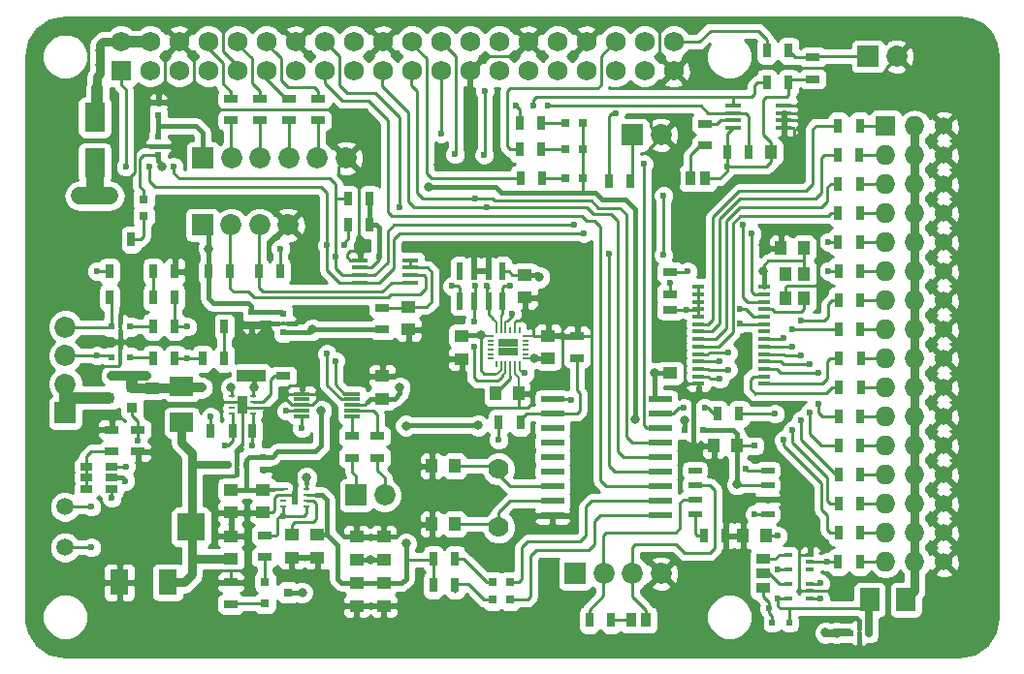
<source format=gtl>
G04 #@! TF.FileFunction,Copper,L1,Top,Signal*
%FSLAX46Y46*%
G04 Gerber Fmt 4.6, Leading zero omitted, Abs format (unit mm)*
G04 Created by KiCad (PCBNEW no-vcs-found-undefined) date Thu Oct 20 16:36:16 2016*
%MOMM*%
%LPD*%
G01*
G04 APERTURE LIST*
%ADD10C,0.100000*%
%ADD11C,1.750000*%
%ADD12R,1.750000X1.750000*%
%ADD13C,1.778000*%
%ADD14R,0.400000X0.400000*%
%ADD15R,0.600000X0.600000*%
%ADD16R,1.450000X0.450000*%
%ADD17R,0.600000X1.200000*%
%ADD18O,0.600000X0.250000*%
%ADD19O,0.700000X0.250000*%
%ADD20R,1.250000X1.000000*%
%ADD21R,0.025400X0.025400*%
%ADD22R,0.889000X1.600200*%
%ADD23C,0.025400*%
%ADD24R,0.482600X0.279400*%
%ADD25R,0.797560X0.797560*%
%ADD26R,2.029460X1.651000*%
%ADD27R,1.400000X0.300000*%
%ADD28R,0.599440X1.501140*%
%ADD29R,1.100000X0.400000*%
%ADD30R,1.099820X1.300480*%
%ADD31R,0.800100X0.800100*%
%ADD32R,0.500000X0.600000*%
%ADD33R,0.600000X0.500000*%
%ADD34R,1.000000X1.250000*%
%ADD35R,1.300000X0.700000*%
%ADD36R,0.700000X1.300000*%
%ADD37R,0.875000X0.800000*%
%ADD38R,0.200000X0.550000*%
%ADD39R,0.550000X0.200000*%
%ADD40R,2.000000X0.600000*%
%ADD41R,1.143000X0.508000*%
%ADD42R,0.965200X1.270000*%
%ADD43R,1.651000X2.029460*%
%ADD44C,1.850000*%
%ADD45R,1.850000X1.850000*%
%ADD46C,1.500000*%
%ADD47R,0.914400X0.914400*%
%ADD48R,1.060000X0.650000*%
%ADD49R,1.800860X2.499360*%
%ADD50R,1.620520X2.179320*%
%ADD51R,0.700000X0.400000*%
%ADD52R,1.270000X0.965200*%
%ADD53C,1.524000*%
%ADD54O,1.727200X1.727200*%
%ADD55R,1.727200X1.727200*%
%ADD56R,2.370000X2.430000*%
%ADD57R,2.500000X1.000000*%
%ADD58C,0.800000*%
%ADD59C,0.600000*%
%ADD60C,0.250000*%
%ADD61C,0.400000*%
%ADD62C,0.350000*%
%ADD63C,0.450000*%
%ADD64C,0.550000*%
%ADD65C,0.200000*%
%ADD66C,0.800000*%
%ADD67C,0.650000*%
%ADD68C,1.000000*%
%ADD69C,1.500000*%
%ADD70C,0.850000*%
%ADD71C,0.254000*%
G04 APERTURE END LIST*
D10*
D11*
X163620000Y-76454000D03*
X163620000Y-78994000D03*
X161080000Y-76454000D03*
X161080000Y-78994000D03*
X158540000Y-76454000D03*
X158540000Y-78994000D03*
X156000000Y-76454000D03*
X156000000Y-78994000D03*
X153460000Y-76454000D03*
X153460000Y-78994000D03*
X145840000Y-76454000D03*
X145840000Y-78994000D03*
X140760000Y-76454000D03*
X140760000Y-78994000D03*
X138220000Y-76454000D03*
X138220000Y-78994000D03*
X135680000Y-76454000D03*
X135680000Y-78994000D03*
X133140000Y-76454000D03*
X133140000Y-78994000D03*
X130600000Y-76454000D03*
X130600000Y-78994000D03*
X128060000Y-76454000D03*
X128060000Y-78994000D03*
X125520000Y-76454000D03*
X125520000Y-78994000D03*
X122980000Y-76454000D03*
X122980000Y-78994000D03*
X120440000Y-76454000D03*
X120440000Y-78994000D03*
X117900000Y-76454000D03*
X117900000Y-78994000D03*
X115360000Y-76454000D03*
D12*
X115360000Y-78994000D03*
D11*
X143300000Y-78994000D03*
X143300000Y-76454000D03*
X150920000Y-76454000D03*
X150920000Y-78994000D03*
X148380000Y-76454000D03*
X148380000Y-78994000D03*
D13*
X148336000Y-113792000D03*
X148336000Y-118872000D03*
D14*
X129540000Y-101054000D03*
X129140000Y-101054000D03*
X129940000Y-101054000D03*
D15*
X129540000Y-100254000D03*
X129540000Y-101854000D03*
D16*
X168830000Y-83975000D03*
X168830000Y-83325000D03*
X168830000Y-82675000D03*
X168830000Y-82025000D03*
X173230000Y-82025000D03*
X173230000Y-82675000D03*
X173230000Y-83325000D03*
X173230000Y-83975000D03*
D17*
X130556000Y-116332000D03*
D18*
X131556000Y-115582000D03*
X131556000Y-116082000D03*
X131556000Y-116582000D03*
X131556000Y-117082000D03*
X129556000Y-117082000D03*
X129556000Y-116582000D03*
X129556000Y-116082000D03*
D19*
X129606000Y-115582000D03*
D20*
X118110000Y-108712000D03*
X118110000Y-106712000D03*
D21*
X125984000Y-108204000D03*
X125984000Y-108204000D03*
D22*
X125984000Y-108204000D03*
D23*
X126934001Y-107453999D03*
D24*
X126934001Y-107453999D03*
D23*
X126934001Y-107954000D03*
D24*
X126934001Y-107954000D03*
D23*
X126934001Y-108454000D03*
D24*
X126934001Y-108454000D03*
D23*
X126934001Y-108954001D03*
D24*
X126934001Y-108954001D03*
D23*
X125033999Y-108954001D03*
D24*
X125033999Y-108954001D03*
D23*
X125033999Y-108454000D03*
D24*
X125033999Y-108454000D03*
D23*
X125033999Y-107954000D03*
D24*
X125033999Y-107954000D03*
D23*
X125033999Y-107453999D03*
D24*
X125033999Y-107453999D03*
D20*
X140462000Y-101600000D03*
X140462000Y-99600000D03*
D25*
X117348000Y-91694000D03*
X117348000Y-90195400D03*
X154190700Y-83566000D03*
X155689300Y-83566000D03*
X154190700Y-88392000D03*
X155689300Y-88392000D03*
D26*
X120650000Y-109728000D03*
X120650000Y-106558080D03*
D27*
X135550000Y-107204000D03*
X135550000Y-107704000D03*
X135550000Y-108204000D03*
X135550000Y-108704000D03*
X135550000Y-109204000D03*
X131150000Y-109204000D03*
X131150000Y-108704000D03*
X131150000Y-108204000D03*
X131150000Y-107704000D03*
X131150000Y-107204000D03*
D28*
X148686520Y-99090480D03*
X147436840Y-99090480D03*
X146187160Y-99090480D03*
X144937480Y-99090480D03*
X144937480Y-96489520D03*
X146187160Y-96489520D03*
X147436840Y-96489520D03*
X148686520Y-96489520D03*
D29*
X171506000Y-97883000D03*
X171506000Y-98533000D03*
X171506000Y-99183000D03*
X171506000Y-99833000D03*
X171506000Y-100483000D03*
X171506000Y-101133000D03*
X171506000Y-101783000D03*
X171506000Y-102433000D03*
X171506000Y-103083000D03*
X171506000Y-103733000D03*
X171506000Y-104383000D03*
X171506000Y-105033000D03*
X171506000Y-105683000D03*
X171506000Y-106333000D03*
X165806000Y-106333000D03*
X165806000Y-105683000D03*
X165806000Y-105033000D03*
X165806000Y-104383000D03*
X165806000Y-103733000D03*
X165806000Y-103083000D03*
X165806000Y-102433000D03*
X165806000Y-101783000D03*
X165806000Y-101133000D03*
X165806000Y-100483000D03*
X165806000Y-99833000D03*
X165806000Y-99183000D03*
X165806000Y-98533000D03*
X165806000Y-97883000D03*
D14*
X125476000Y-113392000D03*
X125476000Y-112992000D03*
X125476000Y-113792000D03*
D15*
X126276000Y-113392000D03*
X124676000Y-113392000D03*
D14*
X179832000Y-128124000D03*
X179832000Y-127724000D03*
X179832000Y-128524000D03*
D15*
X180632000Y-128124000D03*
X179032000Y-128124000D03*
D14*
X115316000Y-101346000D03*
X115316000Y-100946000D03*
X115316000Y-101746000D03*
D15*
X116116000Y-101346000D03*
X114516000Y-101346000D03*
D14*
X115316000Y-103994000D03*
X115316000Y-103594000D03*
X115316000Y-104394000D03*
D15*
X116116000Y-103994000D03*
X114516000Y-103994000D03*
D14*
X118618000Y-85560000D03*
X119018000Y-85560000D03*
X118218000Y-85560000D03*
D15*
X118618000Y-86360000D03*
X118618000Y-84760000D03*
D14*
X165354000Y-110382000D03*
X165354000Y-109982000D03*
X165354000Y-110782000D03*
D15*
X166154000Y-110382000D03*
X164554000Y-110382000D03*
D30*
X175006000Y-96740980D03*
X175006000Y-98839020D03*
X173355000Y-98839020D03*
X173355000Y-96740980D03*
D31*
X129948220Y-124590000D03*
X127949240Y-125540000D03*
X127949240Y-123640000D03*
D32*
X127762000Y-113834000D03*
X127762000Y-112734000D03*
X118618000Y-81746000D03*
X118618000Y-82846000D03*
X126746000Y-101134000D03*
X126746000Y-100034000D03*
X173736000Y-128312000D03*
X173736000Y-127212000D03*
D33*
X171746000Y-111760000D03*
X170646000Y-111760000D03*
D20*
X127762000Y-117586000D03*
X127762000Y-115586000D03*
X124968000Y-119650000D03*
X124968000Y-121650000D03*
X138300000Y-119700000D03*
X138300000Y-121700000D03*
X132500000Y-121550000D03*
X132500000Y-119550000D03*
X145110000Y-104160000D03*
X145110000Y-102160000D03*
X150622000Y-98790000D03*
X150622000Y-96790000D03*
X138176000Y-105664000D03*
X138176000Y-107664000D03*
D34*
X172990000Y-94488000D03*
X174990000Y-94488000D03*
D35*
X132590000Y-83300000D03*
X132590000Y-81400000D03*
X130060000Y-83300000D03*
X130060000Y-81400000D03*
X127500000Y-83280000D03*
X127500000Y-81380000D03*
X124980000Y-83310000D03*
X124980000Y-81410000D03*
D36*
X135194000Y-90170000D03*
X137094000Y-90170000D03*
X135194000Y-92456000D03*
X137094000Y-92456000D03*
D35*
X138176000Y-99700000D03*
X138176000Y-101600000D03*
D36*
X127390000Y-96510000D03*
X129290000Y-96510000D03*
X124910000Y-96510000D03*
X123010000Y-96510000D03*
D35*
X124968000Y-123698000D03*
X124968000Y-125598000D03*
X127930000Y-121490000D03*
X127930000Y-119590000D03*
D36*
X116266000Y-96520000D03*
X114366000Y-96520000D03*
X116266000Y-98806000D03*
X114366000Y-98806000D03*
D35*
X163322000Y-98486000D03*
X163322000Y-96586000D03*
X163322000Y-101788000D03*
X163322000Y-99888000D03*
D36*
X177970000Y-91420000D03*
X179870000Y-91420000D03*
X177970000Y-93930000D03*
X179870000Y-93930000D03*
X178000000Y-96470000D03*
X179900000Y-96470000D03*
X178000000Y-99040000D03*
X179900000Y-99040000D03*
X178000000Y-101580000D03*
X179900000Y-101580000D03*
X178060000Y-104120000D03*
X179960000Y-104120000D03*
X178060000Y-106650000D03*
X179960000Y-106650000D03*
X178030000Y-109180000D03*
X179930000Y-109180000D03*
X177990000Y-121920000D03*
X179890000Y-121920000D03*
X126812000Y-110490000D03*
X128712000Y-110490000D03*
D35*
X129540000Y-105664000D03*
X129540000Y-103764000D03*
D36*
X123190000Y-110490000D03*
X125090000Y-110490000D03*
X114366000Y-93726000D03*
X116266000Y-93726000D03*
X150180000Y-83566000D03*
X152080000Y-83566000D03*
X150246000Y-88392000D03*
X152146000Y-88392000D03*
X177980000Y-83770000D03*
X179880000Y-83770000D03*
X177930000Y-86360000D03*
X179830000Y-86360000D03*
X177980000Y-88870000D03*
X179880000Y-88870000D03*
X178000000Y-111720000D03*
X179900000Y-111720000D03*
X178000000Y-114270000D03*
X179900000Y-114270000D03*
X178010000Y-116810000D03*
X179910000Y-116810000D03*
X178000000Y-119350000D03*
X179900000Y-119350000D03*
D37*
X148717000Y-102748000D03*
X148717000Y-103548000D03*
X149587000Y-102748000D03*
X149587000Y-103548000D03*
D38*
X148152000Y-101648000D03*
X148552000Y-101648000D03*
X148952000Y-101648000D03*
X149352000Y-101648000D03*
X149752000Y-101648000D03*
X150152000Y-101648000D03*
D39*
X150652000Y-102148000D03*
X150652000Y-102548000D03*
X150652000Y-102948000D03*
X150652000Y-103348000D03*
X150652000Y-103748000D03*
X150652000Y-104148000D03*
D38*
X150152000Y-104648000D03*
X149752000Y-104648000D03*
X149352000Y-104648000D03*
X148952000Y-104648000D03*
X148552000Y-104648000D03*
X148152000Y-104648000D03*
D39*
X147652000Y-104148000D03*
X147652000Y-103748000D03*
X147652000Y-103348000D03*
X147652000Y-102948000D03*
X147652000Y-102548000D03*
X147652000Y-102148000D03*
D34*
X142510000Y-118618000D03*
X144510000Y-118618000D03*
D20*
X163322000Y-105394000D03*
X163322000Y-103394000D03*
D34*
X142510000Y-113538000D03*
X144510000Y-113538000D03*
X167148000Y-111760000D03*
X169148000Y-111760000D03*
D25*
X149339300Y-123698000D03*
X147840700Y-123698000D03*
X149339300Y-125222000D03*
X147840700Y-125222000D03*
D40*
X162434000Y-107696000D03*
X162434000Y-108966000D03*
X162434000Y-110236000D03*
X162434000Y-111506000D03*
X162434000Y-112776000D03*
X162434000Y-114046000D03*
X162434000Y-115316000D03*
X162434000Y-116586000D03*
X162434000Y-117856000D03*
X153034000Y-117856000D03*
X153034000Y-116586000D03*
X153034000Y-115316000D03*
X153034000Y-114046000D03*
X153034000Y-112776000D03*
X153034000Y-111506000D03*
X153034000Y-110236000D03*
X153034000Y-108966000D03*
X153034000Y-107696000D03*
D41*
X171831000Y-117729000D03*
X171831000Y-116459000D03*
X171831000Y-115189000D03*
X171831000Y-113919000D03*
X165481000Y-113919000D03*
X165481000Y-115189000D03*
X165481000Y-116459000D03*
X165481000Y-117729000D03*
D42*
X161163000Y-127000000D03*
X159893000Y-127000000D03*
D35*
X155194000Y-104074000D03*
X155194000Y-102174000D03*
D36*
X144526000Y-121666000D03*
X142626000Y-121666000D03*
X144526000Y-123952000D03*
X142626000Y-123952000D03*
X169352000Y-108966000D03*
X167452000Y-108966000D03*
X168148000Y-119634000D03*
X166248000Y-119634000D03*
X156276000Y-127000000D03*
X158176000Y-127000000D03*
D20*
X124968000Y-117602000D03*
X124968000Y-115602000D03*
X130280000Y-121550000D03*
X130280000Y-119550000D03*
X135940000Y-119700000D03*
X135940000Y-121700000D03*
X135950000Y-125760000D03*
X135950000Y-123760000D03*
X138320000Y-125770000D03*
X138320000Y-123770000D03*
X152654000Y-102140000D03*
X152654000Y-104140000D03*
D34*
X150098000Y-107188000D03*
X148098000Y-107188000D03*
D36*
X122494000Y-101346000D03*
X124394000Y-101346000D03*
X120076000Y-96520000D03*
X118176000Y-96520000D03*
X120076000Y-101346000D03*
X118176000Y-101346000D03*
X118176000Y-104140000D03*
X120076000Y-104140000D03*
X120060000Y-98790000D03*
X118160000Y-98790000D03*
X122494000Y-104140000D03*
X124394000Y-104140000D03*
D34*
X172130000Y-86070000D03*
X174130000Y-86070000D03*
D43*
X180726080Y-125222000D03*
X183896000Y-125222000D03*
D44*
X162520000Y-84582000D03*
D45*
X160020000Y-84582000D03*
D36*
X170200000Y-86100000D03*
X168300000Y-86100000D03*
X171770000Y-80010000D03*
X173670000Y-80010000D03*
D46*
X110490000Y-120650000D03*
X110490000Y-117094000D03*
D44*
X135008000Y-86614000D03*
X132508000Y-86614000D03*
X130008000Y-86614000D03*
X127508000Y-86614000D03*
X125008000Y-86614000D03*
D45*
X122508000Y-86614000D03*
D44*
X129968000Y-92456000D03*
X127468000Y-92456000D03*
X124968000Y-92456000D03*
D45*
X122468000Y-92456000D03*
D44*
X110490000Y-96386000D03*
X110490000Y-98886000D03*
X110490000Y-101386000D03*
X110490000Y-103886000D03*
X110490000Y-106386000D03*
D45*
X110490000Y-108886000D03*
D44*
X162520000Y-122936000D03*
X160020000Y-122936000D03*
X157520000Y-122936000D03*
D45*
X155020000Y-122936000D03*
D47*
X114315240Y-107569000D03*
X116332000Y-106680000D03*
X116332000Y-108458000D03*
D35*
X114554000Y-110368000D03*
X114554000Y-112268000D03*
X116840000Y-112268000D03*
X116840000Y-110368000D03*
D48*
X114554000Y-114554000D03*
X114554000Y-113604000D03*
X114554000Y-115504000D03*
X112354000Y-115504000D03*
X112354000Y-114554000D03*
X112354000Y-113604000D03*
D49*
X113080000Y-87038980D03*
X113080000Y-83041020D03*
D42*
X163830000Y-88392000D03*
X165100000Y-88392000D03*
X166370000Y-88392000D03*
D35*
X166360000Y-83610000D03*
X166360000Y-85510000D03*
D44*
X138390000Y-116078000D03*
D45*
X135890000Y-116078000D03*
D35*
X135530000Y-112800000D03*
X135530000Y-110900000D03*
X137740000Y-112800000D03*
X137740000Y-110900000D03*
D50*
X119458740Y-123698000D03*
X115237260Y-123698000D03*
D34*
X171688000Y-119634000D03*
X169688000Y-119634000D03*
D51*
X173614000Y-125110000D03*
X173614000Y-123810000D03*
X175514000Y-123810000D03*
X175514000Y-124460000D03*
X175514000Y-125110000D03*
D52*
X171450000Y-121666000D03*
X171450000Y-122936000D03*
X171450000Y-124206000D03*
D51*
X173614000Y-122570000D03*
X173614000Y-121270000D03*
X175514000Y-121270000D03*
X175514000Y-121920000D03*
X175514000Y-122570000D03*
D32*
X172212000Y-128312000D03*
X172212000Y-127212000D03*
D53*
X187198000Y-121920000D03*
X187198000Y-119380000D03*
X187198000Y-116840000D03*
X187198000Y-114300000D03*
X187198000Y-111760000D03*
X187198000Y-109220000D03*
X187198000Y-106680000D03*
X187198000Y-104140000D03*
X187198000Y-101600000D03*
X187198000Y-99060000D03*
X187198000Y-96520000D03*
X187198000Y-93980000D03*
X187198000Y-91440000D03*
X187198000Y-88900000D03*
X187198000Y-86360000D03*
X187198000Y-83820000D03*
D54*
X184658000Y-121920000D03*
X182118000Y-121920000D03*
X184658000Y-119380000D03*
X182118000Y-119380000D03*
X184658000Y-116840000D03*
X182118000Y-116840000D03*
X184658000Y-114300000D03*
X182118000Y-114300000D03*
X184658000Y-111760000D03*
X182118000Y-111760000D03*
X184658000Y-109220000D03*
X182118000Y-109220000D03*
X184658000Y-106680000D03*
X182118000Y-106680000D03*
X184658000Y-104140000D03*
X182118000Y-104140000D03*
X184658000Y-101600000D03*
X182118000Y-101600000D03*
X184658000Y-99060000D03*
X182118000Y-99060000D03*
X184658000Y-96520000D03*
X182118000Y-96520000D03*
X184658000Y-93980000D03*
X182118000Y-93980000D03*
X184658000Y-91440000D03*
X182118000Y-91440000D03*
X184658000Y-88900000D03*
X182118000Y-88900000D03*
X184658000Y-86360000D03*
X182118000Y-86360000D03*
X184658000Y-83820000D03*
D55*
X182118000Y-83820000D03*
D16*
X140630000Y-95545000D03*
X140630000Y-96195000D03*
X140630000Y-96845000D03*
X140630000Y-97495000D03*
X136230000Y-97495000D03*
X136230000Y-96845000D03*
X136230000Y-96195000D03*
X136230000Y-95545000D03*
D56*
X121484000Y-118872000D03*
X115244000Y-118872000D03*
D57*
X126746000Y-102640000D03*
X126746000Y-105640000D03*
D36*
X150236000Y-109728000D03*
X148336000Y-109728000D03*
D45*
X180594000Y-77724000D03*
D44*
X183094000Y-77724000D03*
D36*
X173670000Y-77216000D03*
X171770000Y-77216000D03*
D35*
X175768000Y-77790000D03*
X175768000Y-79690000D03*
D25*
X155689300Y-85852000D03*
X154190700Y-85852000D03*
D36*
X152080000Y-85852000D03*
X150180000Y-85852000D03*
X157975000Y-88600000D03*
X159875000Y-88600000D03*
D58*
X149098000Y-122174000D03*
X152400000Y-122174000D03*
D59*
X136906000Y-94234000D03*
D58*
X143080000Y-87180000D03*
X137480000Y-87190000D03*
X143764000Y-111252000D03*
X143764000Y-108712000D03*
D59*
X140208000Y-94234000D03*
D58*
X164846000Y-94234000D03*
X171450000Y-94234000D03*
D59*
X121158000Y-101346000D03*
X129794000Y-108712000D03*
X131150000Y-110236000D03*
X121157992Y-104140000D03*
X169418000Y-99822000D03*
X164710000Y-99850000D03*
X168380000Y-103630000D03*
X177100000Y-93930000D03*
X177140000Y-96480000D03*
X167640000Y-104394000D03*
X168376491Y-105104982D03*
X174752000Y-100837988D03*
X174014053Y-101580552D03*
X167640000Y-105918000D03*
X176290000Y-108120000D03*
X176276000Y-105410000D03*
X175510000Y-108820000D03*
X175514000Y-104648000D03*
X174780000Y-109510000D03*
X174752000Y-103886000D03*
X174010000Y-103080000D03*
X174000000Y-110400000D03*
X173228000Y-111252000D03*
X173228000Y-102362000D03*
D58*
X139700000Y-106680000D03*
X151892000Y-97028000D03*
X131200000Y-124590000D03*
X137120000Y-121690000D03*
X131572000Y-114562000D03*
X151430000Y-104110000D03*
D59*
X137922000Y-95250000D03*
D58*
X146812000Y-102108000D03*
D59*
X176429747Y-125100858D03*
X172466000Y-108966000D03*
D58*
X171450000Y-96520000D03*
X140240000Y-120310000D03*
D59*
X123190000Y-109220000D03*
D58*
X161980000Y-105380000D03*
D59*
X164846000Y-96520000D03*
D58*
X140240000Y-110000000D03*
X146558000Y-109982000D03*
D59*
X115793082Y-87380995D03*
X129550000Y-117880000D03*
X146180000Y-100860000D03*
X146180000Y-103130000D03*
X146304000Y-97790000D03*
X146304000Y-90170000D03*
X147320000Y-90931996D03*
X147320000Y-97790000D03*
X149300000Y-97760000D03*
X143291706Y-84455603D03*
X157988000Y-94996000D03*
X134112000Y-95250000D03*
X119980000Y-87370000D03*
X154940000Y-92450000D03*
X134110000Y-104330000D03*
X169671980Y-92456000D03*
X155775000Y-93200000D03*
X170434000Y-93218000D03*
X134874000Y-94234000D03*
X133350000Y-94234000D03*
X133350000Y-103730000D03*
X117856000Y-87376000D03*
X162750000Y-89900000D03*
X162725000Y-95075000D03*
X163322000Y-97536000D03*
X169418000Y-101092000D03*
X176437375Y-123793766D03*
X149860000Y-82042000D03*
D58*
X132842000Y-108712000D03*
X124968000Y-106680000D03*
X169148330Y-115141789D03*
D59*
X170686743Y-117731366D03*
X154690000Y-107720000D03*
X166327906Y-108464369D03*
X164516224Y-108462701D03*
X139700000Y-90932000D03*
X150622000Y-105410000D03*
X147070846Y-86330608D03*
X147110000Y-80720000D03*
X149490000Y-100250000D03*
X144527990Y-86277852D03*
X144272000Y-97790000D03*
X161025000Y-87125000D03*
X158550000Y-82700000D03*
X152654000Y-82042000D03*
X151384000Y-82042000D03*
X168290000Y-87390000D03*
D58*
X113538000Y-78486000D03*
X113284000Y-80518000D03*
X113538000Y-77216000D03*
D59*
X113240000Y-96500000D03*
X113270000Y-103880000D03*
X124480000Y-111720000D03*
X112776000Y-117094000D03*
X112776000Y-120650000D03*
X126812000Y-111694000D03*
D58*
X132080000Y-101600000D03*
X118970000Y-87370000D03*
X160280000Y-109470000D03*
X164540000Y-109490000D03*
X127000000Y-106680000D03*
X142240000Y-89154000D03*
D59*
X172720000Y-119634000D03*
X172734999Y-122572831D03*
X172746759Y-125106229D03*
X116850000Y-111290000D03*
X114554000Y-116332000D03*
D58*
X113030000Y-89916000D03*
X111703841Y-89954918D03*
X114405784Y-89964333D03*
X176853895Y-128114925D03*
X177837989Y-128123483D03*
X122428000Y-106680000D03*
D59*
X115760000Y-114830000D03*
D58*
X117602000Y-105664000D03*
X114554000Y-105664000D03*
X115570000Y-105664000D03*
X116586000Y-105664000D03*
X123010000Y-94520000D03*
D59*
X129290000Y-94510000D03*
D58*
X111990000Y-107570000D03*
X113170000Y-107570000D03*
D59*
X115780000Y-113590000D03*
X171958000Y-125984000D03*
X177038000Y-121920000D03*
X148336000Y-111252000D03*
X169926000Y-113792000D03*
D60*
X116586000Y-87884000D02*
X116078000Y-88392000D01*
X116586000Y-85852000D02*
X116586000Y-87884000D01*
X116878000Y-85560000D02*
X116586000Y-85852000D01*
X118618000Y-85560000D02*
X116878000Y-85560000D01*
X183094000Y-77724000D02*
X183094000Y-77764000D01*
X183094000Y-77764000D02*
X182151871Y-78706129D01*
X182151871Y-78706129D02*
X182151871Y-79248000D01*
X182151871Y-79248000D02*
X178308000Y-79248000D01*
X178308000Y-79248000D02*
X177800000Y-78740000D01*
X177800000Y-78740000D02*
X174752000Y-78740000D01*
X163620000Y-78994000D02*
X162355702Y-77729702D01*
X162355702Y-77729702D02*
X162355702Y-75487702D01*
X162355702Y-75487702D02*
X162350000Y-75482000D01*
X156000000Y-76454000D02*
X156000000Y-76498000D01*
X156000000Y-76454000D02*
X155956000Y-76454000D01*
X155956000Y-76454000D02*
X154736526Y-77673474D01*
X149098000Y-77724000D02*
X147110000Y-77724000D01*
X149510002Y-77724000D02*
X149098000Y-77724000D01*
X156464000Y-102108000D02*
X156464000Y-101600000D01*
X155194000Y-102174000D02*
X156398000Y-102174000D01*
X156398000Y-102174000D02*
X156464000Y-102108000D01*
X156464000Y-102108000D02*
X156464000Y-104648000D01*
X156464000Y-104648000D02*
X156464000Y-104902000D01*
X150098000Y-107188000D02*
X150098000Y-108458000D01*
X150098000Y-108458000D02*
X150879352Y-108458000D01*
X150879352Y-108458000D02*
X151133352Y-108204000D01*
X151133352Y-108204000D02*
X151384000Y-108204000D01*
X150098000Y-107188000D02*
X150098000Y-108443419D01*
X150096199Y-108458000D02*
X147320000Y-108458000D01*
X150098000Y-108443419D02*
X150104390Y-108449809D01*
X150104390Y-108449809D02*
X150096199Y-108458000D01*
X155194000Y-102174000D02*
X153924000Y-102174000D01*
X153924000Y-102174000D02*
X153924000Y-104648000D01*
X162520000Y-84582000D02*
X162520000Y-84755715D01*
X162520000Y-84755715D02*
X161565533Y-85710182D01*
X161565533Y-85710182D02*
X161593614Y-85738263D01*
X161593614Y-85738263D02*
X161593614Y-85834988D01*
X162520000Y-84582000D02*
X162306000Y-84582000D01*
X162306000Y-84582000D02*
X161596944Y-83872944D01*
X161596944Y-83872944D02*
X161596944Y-83259056D01*
X173355000Y-97917000D02*
X173489994Y-97782006D01*
X173355000Y-98839020D02*
X173355000Y-97917000D01*
X173489994Y-97782006D02*
X176029994Y-97782006D01*
X115316000Y-104648000D02*
X115139301Y-104824699D01*
X113869301Y-104824699D02*
X113792000Y-104902000D01*
X115139301Y-104824699D02*
X113869301Y-104824699D01*
X149752000Y-100946000D02*
X149860000Y-100838000D01*
X149860000Y-100838000D02*
X150203934Y-100838000D01*
X150203934Y-100838000D02*
X150368000Y-100673934D01*
X179832000Y-128524000D02*
X179832000Y-128124000D01*
D61*
X179832000Y-128124000D02*
X179832000Y-129032000D01*
D60*
X179832155Y-128484074D02*
X179832000Y-128483919D01*
D61*
X179832000Y-127724000D02*
X179832000Y-127090893D01*
X179832000Y-127090893D02*
X179568348Y-126827241D01*
D60*
X179832000Y-128124000D02*
X179832000Y-127724000D01*
X176276000Y-93218000D02*
X176022000Y-92964000D01*
X176022000Y-92964000D02*
X173228000Y-92964000D01*
X176029994Y-97782006D02*
X176276000Y-97536000D01*
X172974000Y-93218000D02*
X172990000Y-93234000D01*
X176276000Y-97536000D02*
X176276000Y-93218000D01*
X173228000Y-92964000D02*
X172974000Y-93218000D01*
X172990000Y-93234000D02*
X172990000Y-94488000D01*
X174572863Y-121248359D02*
X174572863Y-120724863D01*
X174575127Y-122571059D02*
X174572863Y-122568795D01*
X174572863Y-122568795D02*
X174572863Y-121248359D01*
X174572863Y-121248359D02*
X174594504Y-121270000D01*
X174594504Y-121270000D02*
X175514000Y-121270000D01*
X174571398Y-124279398D02*
X174571398Y-122577124D01*
X174571398Y-122577124D02*
X174578522Y-122570000D01*
X174571398Y-124279398D02*
X174752000Y-124460000D01*
X174752000Y-124460000D02*
X175514000Y-124460000D01*
X175514000Y-124460000D02*
X177546000Y-124460000D01*
X134366000Y-87376000D02*
X134366000Y-88138000D01*
X135008000Y-86734000D02*
X134366000Y-87376000D01*
X135008000Y-86614000D02*
X135008000Y-86734000D01*
X174970000Y-86070000D02*
X175006000Y-86034000D01*
X174130000Y-86070000D02*
X174970000Y-86070000D01*
X149098000Y-122174000D02*
X149098000Y-120542000D01*
X149098000Y-120542000D02*
X151784000Y-117856000D01*
X151784000Y-117856000D02*
X153034000Y-117856000D01*
X124968000Y-122682000D02*
X125984000Y-122682000D01*
X124968000Y-122682000D02*
X123952000Y-122682000D01*
X124968000Y-123698000D02*
X124968000Y-122682000D01*
X136230000Y-95520000D02*
X135398000Y-95520000D01*
X135128000Y-94996000D02*
X135382000Y-94742000D01*
X135398000Y-95520000D02*
X135128000Y-95250000D01*
X135128000Y-95250000D02*
X135128000Y-94996000D01*
X135382000Y-94742000D02*
X135890000Y-94742000D01*
X135890000Y-94742000D02*
X136230000Y-95082000D01*
X136230000Y-95082000D02*
X136230000Y-95520000D01*
X116266000Y-99568000D02*
X116266000Y-99888000D01*
X116266000Y-98806000D02*
X116266000Y-99568000D01*
X117094000Y-99822000D02*
X117028000Y-99888000D01*
X117028000Y-99888000D02*
X116266000Y-99888000D01*
X116840000Y-95250000D02*
X117094000Y-95504000D01*
X116332000Y-95250000D02*
X116840000Y-95250000D01*
X116266000Y-95316000D02*
X116332000Y-95250000D01*
X116266000Y-96520000D02*
X116266000Y-95316000D01*
D61*
X129940000Y-101054000D02*
X130594000Y-101054000D01*
D62*
X130594000Y-101054000D02*
X130810000Y-100838000D01*
D60*
X136230000Y-94910000D02*
X136230000Y-95520000D01*
X136906000Y-94234000D02*
X136230000Y-94910000D01*
X136814000Y-94234000D02*
X136140000Y-93560000D01*
X136140000Y-93560000D02*
X136140000Y-87746000D01*
X136140000Y-87746000D02*
X135008000Y-86614000D01*
X139390000Y-119700000D02*
X139540000Y-119550000D01*
D63*
X138300000Y-119700000D02*
X139390000Y-119700000D01*
D60*
X134850000Y-119700000D02*
X134630000Y-119480000D01*
D63*
X135940000Y-119700000D02*
X134850000Y-119700000D01*
D60*
X173230000Y-82025000D02*
X174575000Y-82025000D01*
X173230000Y-82675000D02*
X174565000Y-82675000D01*
X173230000Y-83325000D02*
X174555000Y-83325000D01*
D63*
X174130000Y-86070000D02*
X174130000Y-84800000D01*
D60*
X174130000Y-84800000D02*
X174130000Y-84060000D01*
X173230000Y-84590000D02*
X173440000Y-84800000D01*
X173440000Y-84800000D02*
X174130000Y-84800000D01*
X173230000Y-83975000D02*
X173230000Y-84590000D01*
X174130000Y-84060000D02*
X174045000Y-83975000D01*
X174045000Y-83975000D02*
X173230000Y-83975000D01*
X165806000Y-106333000D02*
X164857000Y-106333000D01*
X137480000Y-87190000D02*
X137480000Y-83520000D01*
X137480000Y-83520000D02*
X136720000Y-82760000D01*
X136720000Y-82760000D02*
X134460000Y-82760000D01*
X134460000Y-82760000D02*
X134030000Y-82330000D01*
X134030000Y-82330000D02*
X122450000Y-82330000D01*
X122450000Y-82330000D02*
X121720000Y-81600000D01*
X121720000Y-81600000D02*
X121720000Y-79900998D01*
X119170000Y-77690000D02*
X119170000Y-80180000D01*
X120406000Y-76454000D02*
X119170000Y-77690000D01*
X120440000Y-76454000D02*
X120406000Y-76454000D01*
X147110000Y-77724000D02*
X145840000Y-78994000D01*
X125476000Y-113392000D02*
X125476000Y-112992000D01*
D61*
X125476000Y-113392000D02*
X125476000Y-112584000D01*
X125476000Y-113792000D02*
X125476000Y-114274000D01*
D62*
X125476000Y-114274000D02*
X125320000Y-114430000D01*
X125320000Y-114430000D02*
X123822000Y-114430000D01*
D60*
X123822000Y-114430000D02*
X123698000Y-114554000D01*
X123698000Y-114554000D02*
X123698000Y-117348000D01*
X123698000Y-117348000D02*
X123952000Y-117602000D01*
X123952000Y-117602000D02*
X124968000Y-117602000D01*
X125476000Y-113392000D02*
X125476000Y-113792000D01*
X125520000Y-78994000D02*
X125510000Y-78984000D01*
X125510000Y-78984000D02*
X125510000Y-78520000D01*
X125510000Y-78520000D02*
X124250000Y-77260000D01*
X124250000Y-77260000D02*
X124250000Y-75228000D01*
X124250000Y-75228000D02*
X124206000Y-75184000D01*
D64*
X145840000Y-78994000D02*
X145840000Y-80450000D01*
D62*
X145840000Y-80450000D02*
X145772000Y-80518000D01*
X145772000Y-80518000D02*
X145542000Y-80518000D01*
X128778000Y-101054000D02*
X128456000Y-101054000D01*
D60*
X128456000Y-101054000D02*
X128300000Y-101210000D01*
X128300000Y-101210000D02*
X128300000Y-102392000D01*
X128300000Y-102392000D02*
X128688000Y-102780000D01*
X130466000Y-102780000D02*
X130810000Y-103124000D01*
X130810000Y-103124000D02*
X130810000Y-103378000D01*
X130810000Y-103378000D02*
X130424000Y-103764000D01*
X130424000Y-103764000D02*
X129540000Y-103764000D01*
X128520000Y-101060000D02*
X128192000Y-101388000D01*
X131150000Y-108204000D02*
X130294000Y-108204000D01*
X130294000Y-108204000D02*
X129794000Y-107704000D01*
X129794000Y-107704000D02*
X129794000Y-107696000D01*
X131150000Y-107204000D02*
X131150000Y-106512000D01*
X131150000Y-106512000D02*
X131118000Y-106480000D01*
X129794000Y-106816000D02*
X129794000Y-106934000D01*
X131118000Y-106480000D02*
X130130000Y-106480000D01*
X130130000Y-106480000D02*
X129794000Y-106816000D01*
X121720000Y-77734000D02*
X121314999Y-77328999D01*
X122682000Y-80862998D02*
X121720000Y-79900998D01*
X121720000Y-79900998D02*
X121720000Y-77734000D01*
X121314999Y-77328999D02*
X120440000Y-76454000D01*
X149580001Y-77793999D02*
X149650000Y-77863998D01*
X152654000Y-102140000D02*
X151410000Y-102140000D01*
D65*
X150652000Y-102148000D02*
X151398000Y-102148000D01*
X151398000Y-102148000D02*
X151400000Y-102150000D01*
X151400000Y-102150000D02*
X151410000Y-102140000D01*
D60*
X151410000Y-102140000D02*
X151410000Y-101600000D01*
X143764000Y-111252000D02*
X142510000Y-112506000D01*
X142510000Y-112506000D02*
X142510000Y-113538000D01*
D61*
X119596000Y-85560000D02*
X117894000Y-85560000D01*
D60*
X118618000Y-85560000D02*
X118218000Y-85560000D01*
X119018000Y-85560000D02*
X119596000Y-85560000D01*
X118218000Y-85560000D02*
X119018000Y-85560000D01*
D61*
X129140000Y-101054000D02*
X128778000Y-101054000D01*
D60*
X129540000Y-101054000D02*
X128778000Y-101054000D01*
D62*
X115316000Y-102362000D02*
X115316000Y-103994000D01*
D61*
X115316000Y-101746000D02*
X115316000Y-102362000D01*
D60*
X115316000Y-101346000D02*
X115316000Y-102362000D01*
X115316000Y-103594000D02*
X115316000Y-102362000D01*
X115316000Y-100946000D02*
X115316000Y-101746000D01*
D62*
X115316000Y-104394000D02*
X115316000Y-104648000D01*
D60*
X129140000Y-101054000D02*
X129940000Y-101054000D01*
X132588000Y-107442000D02*
X132350000Y-107204000D01*
X132350000Y-107204000D02*
X131150000Y-107204000D01*
X132588000Y-107696000D02*
X132588000Y-107442000D01*
X132080000Y-108204000D02*
X132588000Y-107696000D01*
X131150000Y-108204000D02*
X132080000Y-108204000D01*
X129810000Y-107204000D02*
X129794000Y-107220000D01*
X131150000Y-107204000D02*
X129810000Y-107204000D01*
X131150000Y-107204000D02*
X131150000Y-106934000D01*
X171450000Y-94234000D02*
X171704000Y-94488000D01*
X171704000Y-94488000D02*
X172990000Y-94488000D01*
X130556000Y-114046000D02*
X130344000Y-113834000D01*
D63*
X130556000Y-116332000D02*
X130556000Y-114046000D01*
D60*
X129556000Y-116082000D02*
X129028000Y-116082000D01*
X129028000Y-116082000D02*
X128778000Y-116332000D01*
X128778000Y-116332000D02*
X128778000Y-117445000D01*
X128778000Y-117445000D02*
X128637000Y-117586000D01*
X128637000Y-117586000D02*
X127762000Y-117586000D01*
X115570000Y-100076000D02*
X115316000Y-100330000D01*
D61*
X115316000Y-100330000D02*
X115316000Y-100946000D01*
D60*
X116078000Y-100076000D02*
X115570000Y-100076000D01*
X116266000Y-99888000D02*
X116078000Y-100076000D01*
X125476000Y-112268000D02*
X125984000Y-111760000D01*
X125984000Y-111760000D02*
X125984000Y-108204000D01*
X115316000Y-103994000D02*
X115316000Y-104394000D01*
X128520000Y-108454000D02*
X128712000Y-108646000D01*
X128712000Y-108646000D02*
X128712000Y-110490000D01*
X127762000Y-108454000D02*
X128012000Y-108454000D01*
X126934001Y-108454000D02*
X127762000Y-108454000D01*
X127762000Y-108454000D02*
X128520000Y-108454000D01*
X163322000Y-101788000D02*
X163022000Y-101788000D01*
X125033999Y-107954000D02*
X124210000Y-107954000D01*
X125033999Y-107954000D02*
X125734000Y-107954000D01*
X125734000Y-107954000D02*
X125984000Y-108204000D01*
X126934001Y-108454000D02*
X126234000Y-108454000D01*
X126234000Y-108454000D02*
X125984000Y-108204000D01*
X129556000Y-116082000D02*
X130306000Y-116082000D01*
X130306000Y-116082000D02*
X130556000Y-116332000D01*
X149580001Y-77793999D02*
X149510002Y-77724000D01*
X152190000Y-77724000D02*
X150920000Y-76454000D01*
X145840000Y-78994000D02*
X145840000Y-79458000D01*
X150920000Y-76454000D02*
X149580001Y-77793999D01*
X165806000Y-106333000D02*
X165806000Y-107583000D01*
X165806000Y-107583000D02*
X165721000Y-107583000D01*
X165721000Y-107583000D02*
X165354000Y-107950000D01*
X165354000Y-109932000D02*
X165354000Y-110382000D01*
D61*
X165354000Y-107950000D02*
X165354000Y-109932000D01*
D65*
X150114000Y-105824944D02*
X150114000Y-107188000D01*
X149752000Y-105462944D02*
X150114000Y-105824944D01*
X149752000Y-104648000D02*
X149752000Y-105462944D01*
D60*
X165354000Y-110782000D02*
X165354000Y-109982000D01*
X147436840Y-96489520D02*
X146187160Y-96489520D01*
D65*
X149752000Y-101648000D02*
X149752000Y-100946000D01*
X150660000Y-102140000D02*
X150652000Y-102148000D01*
D61*
X165354000Y-109982000D02*
X165354000Y-111252000D01*
D60*
X115316000Y-103594000D02*
X115316000Y-103994000D01*
X115316000Y-103994000D02*
X115316000Y-104444000D01*
X128192000Y-101388000D02*
X127000000Y-101388000D01*
X127000000Y-101388000D02*
X126026000Y-101388000D01*
X126026000Y-101388000D02*
X125476000Y-100838000D01*
X121924000Y-100080000D02*
X121920000Y-100076000D01*
X125476000Y-100838000D02*
X125476000Y-100576000D01*
X125476000Y-100576000D02*
X125070000Y-100170000D01*
X123090000Y-100080000D02*
X121924000Y-100080000D01*
X125070000Y-100170000D02*
X123180000Y-100170000D01*
X123180000Y-100170000D02*
X123090000Y-100080000D01*
X130344000Y-113834000D02*
X127762000Y-113834000D01*
X127000000Y-101388000D02*
X126746000Y-101388000D01*
D66*
X121579640Y-121666000D02*
X121579640Y-123022360D01*
X121579640Y-123022360D02*
X120904000Y-123698000D01*
X120904000Y-123698000D02*
X119458740Y-123698000D01*
X121595640Y-121650000D02*
X121579640Y-121666000D01*
X121579640Y-116332000D02*
X121579640Y-118776360D01*
X121579640Y-118776360D02*
X121484000Y-118872000D01*
X121579640Y-121666000D02*
X121579640Y-116332000D01*
X124968000Y-121650000D02*
X121595640Y-121650000D01*
X121579640Y-116332000D02*
X121579640Y-113284000D01*
X121579640Y-113284000D02*
X121579640Y-112435640D01*
X121687640Y-113392000D02*
X121579640Y-113284000D01*
X121579640Y-112435640D02*
X120650000Y-111506000D01*
X120650000Y-111506000D02*
X120650000Y-109728000D01*
D67*
X124676000Y-113392000D02*
X121687640Y-113392000D01*
D65*
X149352000Y-104648000D02*
X149352000Y-105664000D01*
D60*
X148098000Y-107172000D02*
X149352000Y-105918000D01*
X148098000Y-107188000D02*
X148098000Y-107172000D01*
X149352000Y-105918000D02*
X149352000Y-105664000D01*
X140630000Y-96195000D02*
X142128374Y-96195000D01*
X142128374Y-96195000D02*
X142500126Y-96566752D01*
X142500126Y-96566752D02*
X142500126Y-99145236D01*
X142500126Y-99145236D02*
X142045362Y-99600000D01*
X142045362Y-99600000D02*
X140462000Y-99600000D01*
X140630000Y-95545000D02*
X140630000Y-96195000D01*
X138176000Y-99700000D02*
X140362000Y-99700000D01*
X140362000Y-99700000D02*
X140462000Y-99600000D01*
X117348000Y-93472000D02*
X117094000Y-93726000D01*
X117094000Y-93726000D02*
X116266000Y-93726000D01*
X117348000Y-91694000D02*
X117348000Y-93472000D01*
X154190700Y-83566000D02*
X152080000Y-83566000D01*
X154190700Y-88392000D02*
X152146000Y-88392000D01*
X127930000Y-121490000D02*
X127930000Y-123620760D01*
X127930000Y-123620760D02*
X127949240Y-123640000D01*
X127949240Y-125540000D02*
X125026000Y-125540000D01*
X125026000Y-125540000D02*
X124968000Y-125598000D01*
X120076000Y-101346000D02*
X120076000Y-98806000D01*
X120076000Y-98806000D02*
X120060000Y-98790000D01*
X120076000Y-98872000D02*
X120142000Y-98806000D01*
X120076000Y-101346000D02*
X121158000Y-101346000D01*
X131150000Y-108704000D02*
X129802000Y-108704000D01*
X129802000Y-108704000D02*
X129794000Y-108712000D01*
X131150000Y-110236000D02*
X131150000Y-109204000D01*
X122494000Y-104140000D02*
X121157992Y-104140000D01*
X120076000Y-104140000D02*
X121157992Y-104140000D01*
X169418000Y-99822000D02*
X169926000Y-99822000D01*
X169926000Y-99822000D02*
X170587000Y-100483000D01*
X170587000Y-100483000D02*
X171506000Y-100483000D01*
X163322000Y-99888000D02*
X164672000Y-99888000D01*
X164672000Y-99888000D02*
X164710000Y-99850000D01*
X164710000Y-99850000D02*
X165789000Y-99850000D01*
X165789000Y-99850000D02*
X165806000Y-99833000D01*
X165806000Y-99833000D02*
X165806000Y-100483000D01*
X165806000Y-99183000D02*
X165806000Y-99833000D01*
X165806000Y-98533000D02*
X165806000Y-99183000D01*
X165806000Y-97883000D02*
X165806000Y-98533000D01*
X165806000Y-103083000D02*
X167557000Y-103083000D01*
X167557000Y-103083000D02*
X168792999Y-101847001D01*
X168792999Y-101847001D02*
X168792999Y-92756021D01*
X168792999Y-92756021D02*
X168792979Y-92756001D01*
X168792979Y-92756001D02*
X168792979Y-92319021D01*
X168792979Y-92319021D02*
X169418000Y-91694000D01*
X169418000Y-91694000D02*
X177096000Y-91694000D01*
X177096000Y-91694000D02*
X177370000Y-91420000D01*
X165806000Y-103083000D02*
X166157000Y-103083000D01*
X177970000Y-91420000D02*
X177370000Y-91420000D01*
X177370000Y-91420000D02*
X177350000Y-91440000D01*
X130280000Y-119550000D02*
X130280000Y-118640000D01*
X130280000Y-118640000D02*
X130520000Y-118400000D01*
X130520000Y-118400000D02*
X132120000Y-118400000D01*
X132120000Y-118400000D02*
X132370000Y-118150000D01*
X132370000Y-118150000D02*
X132370000Y-116790000D01*
X132370000Y-116790000D02*
X132162000Y-116582000D01*
X132162000Y-116582000D02*
X131556000Y-116582000D01*
X126934001Y-107954000D02*
X127758000Y-107954000D01*
X127758000Y-107954000D02*
X128453299Y-107258701D01*
X128453299Y-107258701D02*
X128453299Y-105990031D01*
X128453299Y-105990031D02*
X128779330Y-105664000D01*
X128779330Y-105664000D02*
X129540000Y-105664000D01*
X168370000Y-103640000D02*
X166699000Y-103640000D01*
X166699000Y-103640000D02*
X166606000Y-103733000D01*
X166606000Y-103733000D02*
X165806000Y-103733000D01*
X168380000Y-103630000D02*
X168370000Y-103640000D01*
X177100000Y-93930000D02*
X177970000Y-93930000D01*
X177140000Y-96480000D02*
X177150000Y-96470000D01*
X177150000Y-96470000D02*
X178000000Y-96470000D01*
X165806000Y-104383000D02*
X167629000Y-104383000D01*
X167629000Y-104383000D02*
X167640000Y-104394000D01*
X165817000Y-104394000D02*
X165806000Y-104383000D01*
X178000000Y-96470000D02*
X177950000Y-96520000D01*
X178000000Y-99040000D02*
X177460000Y-99040000D01*
X177460000Y-99040000D02*
X177140000Y-99360000D01*
X177140000Y-99360000D02*
X177140000Y-100510000D01*
X177140000Y-100510000D02*
X176812012Y-100837988D01*
X176812012Y-100837988D02*
X174752000Y-100837988D01*
X165806000Y-105033000D02*
X166633000Y-105033000D01*
X166633000Y-105033000D02*
X166704982Y-105104982D01*
X166704982Y-105104982D02*
X168376491Y-105104982D01*
X174752012Y-100838000D02*
X174752000Y-100837988D01*
X178000000Y-99040000D02*
X178000000Y-99340000D01*
X174014605Y-101580000D02*
X178000000Y-101580000D01*
X174014053Y-101580552D02*
X174014605Y-101580000D01*
X166841000Y-105918000D02*
X167640000Y-105918000D01*
X165806000Y-105683000D02*
X166606000Y-105683000D01*
X166606000Y-105683000D02*
X166841000Y-105918000D01*
X171506000Y-106333000D02*
X176623000Y-106333000D01*
X176623000Y-106333000D02*
X177038000Y-105918000D01*
X177038000Y-105918000D02*
X177038000Y-104394000D01*
X177038000Y-104394000D02*
X177312000Y-104120000D01*
X177312000Y-104120000D02*
X178060000Y-104120000D01*
X178060000Y-106650000D02*
X177460000Y-106650000D01*
X170753506Y-107188000D02*
X170737466Y-107204040D01*
X177460000Y-106650000D02*
X176922000Y-107188000D01*
X176922000Y-107188000D02*
X170753506Y-107188000D01*
X170737466Y-107204040D02*
X170300000Y-106766574D01*
X170300000Y-106766574D02*
X170300000Y-105940000D01*
X170300000Y-105940000D02*
X170557000Y-105683000D01*
X170557000Y-105683000D02*
X171506000Y-105683000D01*
X171506000Y-105033000D02*
X172623000Y-105033000D01*
X172623000Y-105033000D02*
X173000000Y-105410000D01*
X173000000Y-105410000D02*
X176276000Y-105410000D01*
X176290000Y-108120000D02*
X176290000Y-108860000D01*
X176290000Y-108860000D02*
X176610000Y-109180000D01*
X176610000Y-109180000D02*
X178030000Y-109180000D01*
X116116000Y-101346000D02*
X118176000Y-101346000D01*
X116116000Y-103994000D02*
X118030000Y-103994000D01*
X118030000Y-103994000D02*
X118176000Y-104140000D01*
X175006000Y-99822000D02*
X174752000Y-100076000D01*
X175006000Y-98839020D02*
X175006000Y-99822000D01*
X174752000Y-100076000D02*
X172466000Y-100076000D01*
X172466000Y-100076000D02*
X172223000Y-99833000D01*
X172223000Y-99833000D02*
X171506000Y-99833000D01*
X177980000Y-83770000D02*
X176072000Y-83770000D01*
X176072000Y-83770000D02*
X175768000Y-84074000D01*
X175768000Y-84074000D02*
X175768000Y-88900000D01*
X175768000Y-88900000D02*
X175178000Y-89490000D01*
X175178000Y-89490000D02*
X169336000Y-89490000D01*
X167040000Y-100699000D02*
X166606000Y-101133000D01*
X169336000Y-89490000D02*
X167040000Y-91786000D01*
X167040000Y-91786000D02*
X167040000Y-100699000D01*
X166606000Y-101133000D02*
X165806000Y-101133000D01*
X177930000Y-86360000D02*
X176784000Y-86360000D01*
X176784000Y-86360000D02*
X176530000Y-86614000D01*
X176530000Y-86614000D02*
X176530000Y-89662000D01*
X176530000Y-89662000D02*
X176022000Y-90170000D01*
X176022000Y-90170000D02*
X169418000Y-90170000D01*
X169418000Y-90170000D02*
X167640000Y-91948000D01*
X167640000Y-91948000D02*
X167640000Y-101092000D01*
X167640000Y-101092000D02*
X166949000Y-101783000D01*
X166949000Y-101783000D02*
X165806000Y-101783000D01*
X165806000Y-102433000D02*
X167315000Y-102433000D01*
X167315000Y-102433000D02*
X168230000Y-101518000D01*
X168230000Y-101518000D02*
X168230000Y-92120000D01*
X177322000Y-88870000D02*
X177980000Y-88870000D01*
X168230000Y-92120000D02*
X169418000Y-90932000D01*
X169418000Y-90932000D02*
X176530000Y-90932000D01*
X176530000Y-90932000D02*
X177038000Y-90424000D01*
X177038000Y-90424000D02*
X177038000Y-89154000D01*
X177038000Y-89154000D02*
X177322000Y-88870000D01*
X171506000Y-104383000D02*
X172953000Y-104383000D01*
X172953000Y-104383000D02*
X173218000Y-104648000D01*
X173218000Y-104648000D02*
X175514000Y-104648000D01*
X175510000Y-108820000D02*
X175510000Y-110740000D01*
X175510000Y-110740000D02*
X176530000Y-111760000D01*
X176530000Y-111760000D02*
X178054000Y-111760000D01*
X174752000Y-111252000D02*
X177770000Y-114270000D01*
X171506000Y-103733000D02*
X173213000Y-103733000D01*
X173213000Y-103733000D02*
X173366000Y-103886000D01*
X173366000Y-103886000D02*
X174244000Y-103886000D01*
X177770000Y-114270000D02*
X178000000Y-114270000D01*
X174780000Y-109510000D02*
X174752000Y-109538000D01*
X174752000Y-109538000D02*
X174752000Y-111252000D01*
X174244000Y-103886000D02*
X174498000Y-103886000D01*
X174244000Y-103886000D02*
X174752000Y-103886000D01*
X171506000Y-103083000D02*
X174007000Y-103083000D01*
X174007000Y-103083000D02*
X174010000Y-103080000D01*
X177262000Y-116810000D02*
X178010000Y-116810000D01*
X171547000Y-103124000D02*
X171506000Y-103083000D01*
X174000000Y-110400000D02*
X174000000Y-111516000D01*
X174000000Y-111516000D02*
X177038000Y-114554000D01*
X177038000Y-114554000D02*
X177038000Y-116586000D01*
X177038000Y-116586000D02*
X177262000Y-116810000D01*
X173228000Y-102362000D02*
X173157000Y-102433000D01*
X178000000Y-119350000D02*
X177262000Y-119350000D01*
X177262000Y-119350000D02*
X177038000Y-119126000D01*
X177038000Y-119126000D02*
X177038000Y-117856000D01*
X177038000Y-117856000D02*
X176530000Y-117348000D01*
X176530000Y-117348000D02*
X176530000Y-115062000D01*
X176530000Y-115062000D02*
X173228000Y-111760000D01*
X173228000Y-111760000D02*
X173228000Y-111252000D01*
X173157000Y-102433000D02*
X171506000Y-102433000D01*
X136230000Y-96195000D02*
X137231000Y-96195000D01*
X137231000Y-96195000D02*
X137406000Y-96020000D01*
D63*
X139700000Y-106680000D02*
X139700000Y-107188000D01*
X139700000Y-107188000D02*
X139224000Y-107664000D01*
X139224000Y-107664000D02*
X138176000Y-107664000D01*
X151638000Y-96774000D02*
X151622000Y-96790000D01*
X151622000Y-96790000D02*
X150622000Y-96790000D01*
X151892000Y-97028000D02*
X151638000Y-96774000D01*
D60*
X149493000Y-96790000D02*
X149223000Y-96520000D01*
X150606000Y-97028000D02*
X150368000Y-96790000D01*
X150368000Y-96790000D02*
X149493000Y-96790000D01*
X149223000Y-96520000D02*
X148717000Y-96520000D01*
X148717000Y-96520000D02*
X148686520Y-96489520D01*
D63*
X135950000Y-121690000D02*
X135940000Y-121700000D01*
X129948220Y-124590000D02*
X131200000Y-124590000D01*
X135940000Y-121700000D02*
X137110000Y-121700000D01*
X137110000Y-121700000D02*
X137120000Y-121690000D01*
X138300000Y-121700000D02*
X137130000Y-121700000D01*
X137130000Y-121700000D02*
X137120000Y-121690000D01*
D60*
X146812000Y-102108000D02*
X146812000Y-105156000D01*
X146812000Y-105156000D02*
X147086000Y-105430000D01*
X147086000Y-105430000D02*
X148030000Y-105430000D01*
D65*
X148040000Y-105430000D02*
X148200000Y-105430000D01*
X148552000Y-104648000D02*
X148552000Y-105088000D01*
X148552000Y-105088000D02*
X148210000Y-105430000D01*
D63*
X131572000Y-115062000D02*
X131572000Y-114562000D01*
D65*
X151400000Y-104140000D02*
X151430000Y-104110000D01*
X151135000Y-104140000D02*
X151400000Y-104140000D01*
X151430000Y-104110000D02*
X151392000Y-104148000D01*
X151392000Y-104148000D02*
X150652000Y-104148000D01*
D63*
X152654000Y-104140000D02*
X151460000Y-104140000D01*
X151460000Y-104140000D02*
X151430000Y-104110000D01*
D60*
X131572000Y-115062000D02*
X131572000Y-115566000D01*
X131572000Y-115566000D02*
X131556000Y-115582000D01*
X136652000Y-108204000D02*
X136906000Y-107950000D01*
D63*
X137160000Y-107696000D02*
X136906000Y-107950000D01*
X138176000Y-107696000D02*
X137160000Y-107696000D01*
X137668000Y-92456000D02*
X137094000Y-92456000D01*
X137922000Y-92710000D02*
X137668000Y-92456000D01*
X137922000Y-95250000D02*
X137922000Y-92710000D01*
D60*
X137922000Y-95250000D02*
X137922000Y-95504000D01*
X137922000Y-95504000D02*
X137406000Y-96020000D01*
D63*
X137094000Y-92456000D02*
X137094000Y-90170000D01*
D60*
X135550000Y-108204000D02*
X136652000Y-108204000D01*
D63*
X146812000Y-102108000D02*
X145304000Y-102108000D01*
X145304000Y-102108000D02*
X145288000Y-102124000D01*
D65*
X147652000Y-102148000D02*
X146852000Y-102148000D01*
X146852000Y-102148000D02*
X146812000Y-102108000D01*
D60*
X163322000Y-96586000D02*
X164780000Y-96586000D01*
X164780000Y-96586000D02*
X164846000Y-96520000D01*
X176429747Y-125100858D02*
X176420605Y-125110000D01*
X176420605Y-125110000D02*
X175514000Y-125110000D01*
X172466000Y-108966000D02*
X169352000Y-108966000D01*
X174990000Y-95504000D02*
X174990000Y-96724980D01*
X174990000Y-96724980D02*
X175006000Y-96740980D01*
X171892000Y-95570000D02*
X174924000Y-95570000D01*
X174924000Y-95570000D02*
X174990000Y-95504000D01*
X174990000Y-94488000D02*
X174990000Y-95504000D01*
D63*
X133310000Y-119490000D02*
X133310000Y-116460000D01*
X133310000Y-116460000D02*
X132932000Y-116082000D01*
X132932000Y-116082000D02*
X132442000Y-116082000D01*
X133320000Y-119500000D02*
X133310000Y-119490000D01*
D60*
X171892000Y-95570000D02*
X171506000Y-95956000D01*
X171506000Y-95956000D02*
X171506000Y-96576006D01*
D63*
X171450000Y-96520000D02*
X171506000Y-96576000D01*
X171506000Y-96576000D02*
X171506000Y-97883000D01*
X132500000Y-119550000D02*
X133250000Y-119550000D01*
X133250000Y-119550000D02*
X133310000Y-119490000D01*
X135950000Y-123760000D02*
X134620000Y-123760000D01*
X134620000Y-123760000D02*
X134270000Y-123410000D01*
X134270000Y-123410000D02*
X134270000Y-120450000D01*
X134270000Y-120450000D02*
X133310000Y-119490000D01*
X140240000Y-120310000D02*
X140250000Y-120320000D01*
X140250000Y-120320000D02*
X140250000Y-121700000D01*
X140250000Y-121700000D02*
X140250000Y-123390000D01*
X139870000Y-123770000D02*
X138320000Y-123770000D01*
X140250000Y-123390000D02*
X139870000Y-123770000D01*
D60*
X140250000Y-121700000D02*
X142592000Y-121700000D01*
X142592000Y-121700000D02*
X142626000Y-121666000D01*
D63*
X138320000Y-123770000D02*
X135960000Y-123770000D01*
X135960000Y-123770000D02*
X135950000Y-123760000D01*
D60*
X132442000Y-116082000D02*
X131556000Y-116082000D01*
X123190000Y-110490000D02*
X123190000Y-109220000D01*
D63*
X161970000Y-106060000D02*
X161970000Y-105390000D01*
X163322000Y-105394000D02*
X161994000Y-105394000D01*
X161994000Y-105394000D02*
X161980000Y-105380000D01*
X161970000Y-106060000D02*
X161970000Y-107590000D01*
X161980000Y-105380000D02*
X161970000Y-105390000D01*
X161970000Y-107590000D02*
X162076000Y-107696000D01*
X162076000Y-107696000D02*
X162434000Y-107696000D01*
D60*
X142626000Y-121666000D02*
X142494000Y-121666000D01*
X142626000Y-124206000D02*
X142626000Y-123306000D01*
X142626000Y-123306000D02*
X142626000Y-121666000D01*
X163306000Y-105410000D02*
X163322000Y-105394000D01*
D63*
X140240000Y-110000000D02*
X140258000Y-109982000D01*
X140258000Y-109982000D02*
X146558000Y-109982000D01*
D60*
X115793082Y-87380995D02*
X115797737Y-87376340D01*
X115797737Y-87376340D02*
X115797737Y-80617737D01*
X115797737Y-80617737D02*
X115360000Y-80180000D01*
X115360000Y-80180000D02*
X115360000Y-78994000D01*
X129550000Y-117880000D02*
X129262000Y-117880000D01*
X129262000Y-117880000D02*
X129050000Y-118092000D01*
X129050000Y-118092000D02*
X129050000Y-119440000D01*
X129050000Y-119440000D02*
X128900000Y-119590000D01*
X128900000Y-119590000D02*
X127930000Y-119590000D01*
X129556000Y-117794000D02*
X129556000Y-117082000D01*
X131556000Y-117618000D02*
X131556000Y-117082000D01*
X129550000Y-117880000D02*
X129550000Y-117800000D01*
X129550000Y-117800000D02*
X129556000Y-117794000D01*
X131294000Y-117880000D02*
X131556000Y-117618000D01*
X129550000Y-117880000D02*
X131294000Y-117880000D01*
X162434000Y-111506000D02*
X160020000Y-111506000D01*
X160020000Y-111506000D02*
X159512000Y-110998000D01*
X159512000Y-110998000D02*
X159512000Y-91537000D01*
X159512000Y-91537000D02*
X158925000Y-90950000D01*
X158925000Y-90950000D02*
X157050000Y-90950000D01*
X157050000Y-90950000D02*
X156440000Y-90340000D01*
X156440000Y-90340000D02*
X147998000Y-90340000D01*
X147998000Y-90340000D02*
X147828000Y-90170000D01*
X147828000Y-90170000D02*
X146304000Y-90170000D01*
D65*
X148952000Y-104648000D02*
X148952000Y-105388000D01*
X148952000Y-105388000D02*
X148670000Y-105670000D01*
X148670000Y-105670000D02*
X148670000Y-105680000D01*
D60*
X140720000Y-79130000D02*
X140716000Y-79134000D01*
X140716000Y-79134000D02*
X140716000Y-80256000D01*
X145879736Y-90170000D02*
X146304000Y-90170000D01*
X140716000Y-80256000D02*
X141224000Y-80764000D01*
X141224000Y-80764000D02*
X141224000Y-89662000D01*
X141224000Y-89662000D02*
X141732000Y-90170000D01*
X141732000Y-90170000D02*
X145879736Y-90170000D01*
X146180000Y-103130000D02*
X146180000Y-105794000D01*
X146180000Y-105794000D02*
X146466000Y-106080000D01*
X146466000Y-106080000D02*
X148270000Y-106080000D01*
X148270000Y-106080000D02*
X148500000Y-105850000D01*
X148500000Y-105850000D02*
X148674973Y-105675027D01*
X146180000Y-100860000D02*
X146200000Y-100840000D01*
X146200000Y-100840000D02*
X146200000Y-99718000D01*
X146187160Y-99684840D02*
X146187160Y-99090480D01*
X146304000Y-97790000D02*
X146304000Y-99060000D01*
X146273520Y-99090480D02*
X146187160Y-99090480D01*
X146304000Y-99060000D02*
X146273520Y-99090480D01*
X146728264Y-90170000D02*
X146304000Y-90170000D01*
X162434000Y-112776000D02*
X159258000Y-112776000D01*
X159258000Y-112776000D02*
X158750000Y-112268000D01*
X158750000Y-112268000D02*
X158750000Y-92075000D01*
X158750000Y-92075000D02*
X158150000Y-91475000D01*
X158150000Y-91475000D02*
X156600000Y-91475000D01*
X156600000Y-91475000D02*
X156056996Y-90931996D01*
X156056996Y-90931996D02*
X147744264Y-90931996D01*
X147744264Y-90931996D02*
X147320000Y-90931996D01*
X147790000Y-100610000D02*
X147436840Y-100256840D01*
X138180000Y-79130000D02*
X138180000Y-80310000D01*
X138180000Y-80310000D02*
X140462000Y-82592000D01*
X140462000Y-82592000D02*
X140462000Y-90424000D01*
X140462000Y-90424000D02*
X140969996Y-90931996D01*
X140969996Y-90931996D02*
X146895736Y-90931996D01*
X146895736Y-90931996D02*
X147320000Y-90931996D01*
X147436840Y-99090480D02*
X147436840Y-100256840D01*
D65*
X148152000Y-101648000D02*
X148152000Y-100952000D01*
X148152000Y-100952000D02*
X147810000Y-100610000D01*
D60*
X147436840Y-99090480D02*
X147350480Y-99090480D01*
X147350480Y-99090480D02*
X147320000Y-99060000D01*
X147320000Y-99060000D02*
X147320000Y-97790000D01*
X147436840Y-97906840D02*
X147320000Y-97790000D01*
X148686520Y-97943480D02*
X148686520Y-99090480D01*
X149300000Y-97760000D02*
X148870000Y-97760000D01*
X148870000Y-97760000D02*
X148686520Y-97943480D01*
X143300000Y-84447309D02*
X143300000Y-78994000D01*
X143291706Y-84455603D02*
X143300000Y-84447309D01*
X148686520Y-99090480D02*
X148686520Y-100195480D01*
X148686520Y-100195480D02*
X148552000Y-100330000D01*
D65*
X148552000Y-100330000D02*
X148552000Y-101173000D01*
D60*
X157988000Y-95420264D02*
X157988000Y-94996000D01*
X158496000Y-114046000D02*
X157988000Y-113538000D01*
X157988000Y-113538000D02*
X157988000Y-95420264D01*
X162434000Y-114046000D02*
X158496000Y-114046000D01*
X157988000Y-107950000D02*
X157988000Y-94996000D01*
D65*
X148552000Y-101173000D02*
X148552000Y-101648000D01*
D60*
X134691000Y-96845000D02*
X134112000Y-96266000D01*
X134112000Y-96266000D02*
X134112000Y-95250000D01*
X136230000Y-96845000D02*
X134691000Y-96845000D01*
X136230000Y-96845000D02*
X137506004Y-96845000D01*
X138630000Y-95721004D02*
X138630000Y-93018000D01*
X137506004Y-96845000D02*
X138630000Y-95721004D01*
X138630000Y-93018000D02*
X139192000Y-92456000D01*
X139192000Y-92456000D02*
X154934000Y-92456000D01*
X154934000Y-92456000D02*
X154940000Y-92450000D01*
X134112000Y-90170000D02*
X134112000Y-95250000D01*
X119980000Y-87370000D02*
X119980000Y-87930000D01*
X119980000Y-87930000D02*
X120442000Y-88392000D01*
X120442000Y-88392000D02*
X133604000Y-88392000D01*
X133604000Y-88392000D02*
X134112000Y-88900000D01*
X134112000Y-88900000D02*
X134112000Y-90170000D01*
X134110000Y-104330000D02*
X134110000Y-106424000D01*
X134110000Y-106424000D02*
X134890000Y-107204000D01*
X134890000Y-107204000D02*
X135550000Y-107204000D01*
X135194000Y-90170000D02*
X134112000Y-90170000D01*
X171506000Y-99183000D02*
X170049000Y-99183000D01*
X169671980Y-98805980D02*
X169671980Y-98148980D01*
X170049000Y-99183000D02*
X169671980Y-98805980D01*
X169671980Y-98148980D02*
X169671980Y-92456000D01*
X155775000Y-93200000D02*
X155757000Y-93218000D01*
X155757000Y-93218000D02*
X139700000Y-93218000D01*
X139700000Y-93218000D02*
X139192000Y-93726000D01*
X139192000Y-93726000D02*
X139192000Y-96244544D01*
X139192000Y-96244544D02*
X137941544Y-97495000D01*
X137941544Y-97495000D02*
X136230000Y-97495000D01*
X170434000Y-98298000D02*
X170434000Y-93218000D01*
X170669000Y-98533000D02*
X170434000Y-98298000D01*
X171506000Y-98533000D02*
X170669000Y-98533000D01*
X133350000Y-96442664D02*
X134189336Y-97282000D01*
X136230000Y-97495000D02*
X134402336Y-97495000D01*
X134402336Y-97495000D02*
X134189336Y-97282000D01*
X133350000Y-94234000D02*
X133350000Y-96442664D01*
X134874000Y-93980000D02*
X135194000Y-93660000D01*
X135194000Y-93660000D02*
X135194000Y-92456000D01*
X134874000Y-94234000D02*
X134874000Y-93980000D01*
X117856000Y-88646000D02*
X117856000Y-87376000D01*
X133350000Y-94234000D02*
X133350000Y-89662000D01*
X133350000Y-89662000D02*
X132842000Y-89154000D01*
X132842000Y-89154000D02*
X118364000Y-89154000D01*
X118364000Y-89154000D02*
X117856000Y-88646000D01*
X133350000Y-103730000D02*
X133350000Y-106454000D01*
X133350000Y-106454000D02*
X134600000Y-107704000D01*
X134600000Y-107704000D02*
X135550000Y-107704000D01*
X162750000Y-89900000D02*
X162725000Y-89925000D01*
X162725000Y-89925000D02*
X162725000Y-95075000D01*
X163322000Y-98486000D02*
X163322000Y-97536000D01*
X169459000Y-101133000D02*
X171506000Y-101133000D01*
X169418000Y-101092000D02*
X169459000Y-101133000D01*
X176437375Y-123793766D02*
X176421141Y-123810000D01*
X176421141Y-123810000D02*
X175514000Y-123810000D01*
X150180000Y-82362000D02*
X150159999Y-82341999D01*
X150159999Y-82341999D02*
X149860000Y-82042000D01*
X150180000Y-83566000D02*
X150180000Y-82362000D01*
X142030000Y-82540000D02*
X142030000Y-82086000D01*
X142030000Y-87928000D02*
X142030000Y-82540000D01*
X142030000Y-77900000D02*
X142030000Y-81740000D01*
X142030000Y-81740000D02*
X142030000Y-81998000D01*
X142030000Y-82540000D02*
X142030000Y-81740000D01*
X150246000Y-88392000D02*
X142494000Y-88392000D01*
X142494000Y-88392000D02*
X142030000Y-87928000D01*
X140720000Y-76590000D02*
X142030000Y-77900000D01*
D63*
X127762000Y-112734000D02*
X128566000Y-112734000D01*
X128566000Y-112734000D02*
X129032000Y-112268000D01*
X129032000Y-112268000D02*
X132334000Y-112268000D01*
X132334000Y-112268000D02*
X132842000Y-111760000D01*
X132842000Y-111760000D02*
X132842000Y-108712000D01*
X126534000Y-112734000D02*
X127762000Y-112734000D01*
X126276000Y-112992000D02*
X126534000Y-112734000D01*
D60*
X129556000Y-115582000D02*
X128790000Y-115582000D01*
X128790000Y-115582000D02*
X128786000Y-115586000D01*
D62*
X127766000Y-115582000D02*
X127762000Y-115586000D01*
X127762000Y-115586000D02*
X128786000Y-115586000D01*
D60*
X124968000Y-106680000D02*
X125033999Y-106745999D01*
X125033999Y-106745999D02*
X125033999Y-107453999D01*
D63*
X126276000Y-113392000D02*
X126276000Y-112992000D01*
X126276000Y-113392000D02*
X126276000Y-115548000D01*
D60*
X126276000Y-115548000D02*
X126238000Y-115586000D01*
D63*
X127762000Y-115586000D02*
X126238000Y-115586000D01*
X126238000Y-115586000D02*
X124984000Y-115586000D01*
D60*
X124984000Y-115586000D02*
X124968000Y-115602000D01*
X153034000Y-116586000D02*
X149352000Y-116586000D01*
X149352000Y-116586000D02*
X148336000Y-117602000D01*
X148336000Y-117602000D02*
X148336000Y-118618000D01*
X144256000Y-118618000D02*
X148336000Y-118618000D01*
X149352000Y-115316000D02*
X148330000Y-114294000D01*
X153034000Y-115316000D02*
X149352000Y-115316000D01*
X148330000Y-114294000D02*
X148330000Y-113544000D01*
X148330000Y-113544000D02*
X148336000Y-113538000D01*
X144256000Y-113538000D02*
X148336000Y-113538000D01*
D63*
X169148000Y-110728000D02*
X168802000Y-110382000D01*
X168802000Y-110382000D02*
X166154000Y-110382000D01*
X169148000Y-111760000D02*
X169148000Y-110728000D01*
X169148000Y-114792000D02*
X169148000Y-111760000D01*
X169148330Y-115141789D02*
X169148330Y-114792330D01*
X169148330Y-114792330D02*
X169148000Y-114792000D01*
D60*
X169148330Y-115141789D02*
X169195541Y-115189000D01*
X169195541Y-115189000D02*
X171831000Y-115189000D01*
X169098000Y-111710000D02*
X169148000Y-111760000D01*
X170646000Y-111760000D02*
X169148000Y-111760000D01*
X147320000Y-123698000D02*
X145288000Y-121666000D01*
X147840700Y-123698000D02*
X147320000Y-123698000D01*
X144526000Y-121666000D02*
X145288000Y-121666000D01*
X149339300Y-123698000D02*
X150114000Y-123698000D01*
X150114000Y-123698000D02*
X150368000Y-123444000D01*
X155956000Y-117094000D02*
X156464000Y-116586000D01*
X150368000Y-123444000D02*
X150368000Y-120650000D01*
X150368000Y-120650000D02*
X150876000Y-120142000D01*
X155956000Y-119634000D02*
X155956000Y-117094000D01*
X150876000Y-120142000D02*
X155448000Y-120142000D01*
X155448000Y-120142000D02*
X155956000Y-119634000D01*
X156464000Y-116586000D02*
X162434000Y-116586000D01*
X145726360Y-123882360D02*
X144595640Y-123882360D01*
X144595640Y-123882360D02*
X144526000Y-123952000D01*
X147840700Y-125222000D02*
X147066000Y-125222000D01*
X147066000Y-125222000D02*
X145726360Y-123882360D01*
X144531322Y-123882360D02*
X144526000Y-123887682D01*
X144526000Y-124206000D02*
X144526000Y-124506000D01*
X149339300Y-125222000D02*
X150876000Y-125222000D01*
X150876000Y-125222000D02*
X151130000Y-124968000D01*
X151130000Y-124968000D02*
X151130000Y-121412000D01*
X151130000Y-121412000D02*
X151638000Y-120904000D01*
X151638000Y-120904000D02*
X156210000Y-120904000D01*
X156210000Y-120904000D02*
X156718000Y-120396000D01*
X156718000Y-120396000D02*
X156718000Y-118364000D01*
X156718000Y-118364000D02*
X157226000Y-117856000D01*
X157226000Y-117856000D02*
X162434000Y-117856000D01*
X170689109Y-117729000D02*
X171831000Y-117729000D01*
X170686743Y-117731366D02*
X170689109Y-117729000D01*
X154690000Y-107720000D02*
X154666000Y-107696000D01*
X154666000Y-107696000D02*
X153034000Y-107696000D01*
X150236000Y-109728000D02*
X150236000Y-109474000D01*
X150236000Y-109474000D02*
X150744000Y-108966000D01*
X155448000Y-108712000D02*
X155194000Y-108966000D01*
X155194000Y-108966000D02*
X153034000Y-108966000D01*
X155448000Y-107188000D02*
X155448000Y-108712000D01*
X155194000Y-106934000D02*
X155448000Y-107188000D01*
X155194000Y-104074000D02*
X155194000Y-106934000D01*
X153034000Y-108966000D02*
X150744000Y-108966000D01*
X167452000Y-108966000D02*
X167091328Y-108966000D01*
X166327906Y-108464369D02*
X166589697Y-108464369D01*
X166589697Y-108464369D02*
X167091328Y-108966000D01*
X164516224Y-108462701D02*
X164079299Y-108462701D01*
X164079299Y-108462701D02*
X163576000Y-108966000D01*
X163576000Y-108966000D02*
X162434000Y-108966000D01*
X166248000Y-119634000D02*
X165648000Y-119634000D01*
X165648000Y-119634000D02*
X165481000Y-119467000D01*
X165481000Y-119467000D02*
X165481000Y-118233000D01*
X165481000Y-118233000D02*
X165481000Y-117729000D01*
X159893000Y-127000000D02*
X158176000Y-127000000D01*
X139700000Y-90932000D02*
X139700000Y-83058000D01*
X139700000Y-83058000D02*
X137592000Y-80950000D01*
X137592000Y-80950000D02*
X135130000Y-80950000D01*
X135130000Y-80950000D02*
X134420000Y-80240000D01*
X134420000Y-80240000D02*
X134420000Y-77734000D01*
X134420000Y-77734000D02*
X133140000Y-76454000D01*
D65*
X150439000Y-105410000D02*
X150622000Y-105410000D01*
X150152000Y-105123000D02*
X150439000Y-105410000D01*
X150152000Y-104648000D02*
X150152000Y-105123000D01*
D60*
X147070846Y-86330608D02*
X147100000Y-86301454D01*
X147100000Y-86301454D02*
X147100000Y-80730000D01*
X147100000Y-80730000D02*
X147110000Y-80720000D01*
X149490000Y-100250000D02*
X149490000Y-100446000D01*
X149490000Y-100446000D02*
X149098000Y-100838000D01*
D65*
X148952000Y-101648000D02*
X148952000Y-100984000D01*
X148952000Y-100984000D02*
X149098000Y-100838000D01*
D60*
X144560000Y-77714000D02*
X143300000Y-76454000D01*
X144527990Y-86277852D02*
X144560000Y-86245842D01*
X144560000Y-86245842D02*
X144560000Y-77714000D01*
X144780000Y-97790000D02*
X144272000Y-97790000D01*
X144937480Y-97947480D02*
X144780000Y-97790000D01*
X144272000Y-97790000D02*
X144282000Y-97800000D01*
X144937480Y-97947480D02*
X144937480Y-99090480D01*
X162434000Y-115316000D02*
X157734000Y-115316000D01*
X157734000Y-115316000D02*
X157226000Y-114808000D01*
X157226000Y-114808000D02*
X157226000Y-92576000D01*
X157226000Y-92576000D02*
X156725000Y-92075000D01*
X155619000Y-91694000D02*
X139028996Y-91694000D01*
X133140000Y-80060000D02*
X133140000Y-78994000D01*
X156725000Y-92075000D02*
X156000000Y-92075000D01*
X156000000Y-92075000D02*
X155619000Y-91694000D01*
X139028996Y-91694000D02*
X138684000Y-91349004D01*
X138684000Y-91349004D02*
X138684000Y-83312000D01*
X138684000Y-83312000D02*
X137002000Y-81630000D01*
X137002000Y-81630000D02*
X134710000Y-81630000D01*
X134710000Y-81630000D02*
X133140000Y-80060000D01*
X133100000Y-79130000D02*
X133100000Y-79760000D01*
X161025000Y-87125000D02*
X161025000Y-109971000D01*
X161025000Y-109971000D02*
X161290000Y-110236000D01*
X161290000Y-110236000D02*
X162434000Y-110236000D01*
X157975000Y-82925000D02*
X158200000Y-82700000D01*
X158200000Y-82700000D02*
X158550000Y-82700000D01*
X157975000Y-88600000D02*
X157975000Y-82925000D01*
X158550000Y-82700000D02*
X158525000Y-82675000D01*
X152654000Y-82042000D02*
X166004000Y-82042000D01*
X166004000Y-82042000D02*
X166652000Y-82690000D01*
X166652000Y-82690000D02*
X169296000Y-82690000D01*
X169296000Y-82690000D02*
X169253000Y-82733000D01*
X170200000Y-82940000D02*
X169935000Y-82675000D01*
X169935000Y-82675000D02*
X168830000Y-82675000D01*
X170200000Y-86100000D02*
X170200000Y-82940000D01*
X168840000Y-81280000D02*
X170434000Y-81280000D01*
X170434000Y-81280000D02*
X170688000Y-81026000D01*
X170688000Y-81026000D02*
X170688000Y-80264000D01*
X170688000Y-80264000D02*
X170942000Y-80010000D01*
X170942000Y-80010000D02*
X171770000Y-80010000D01*
X167894000Y-81280000D02*
X168840000Y-81280000D01*
X168830000Y-82025000D02*
X168830000Y-81290000D01*
X168830000Y-81290000D02*
X168840000Y-81280000D01*
X151638000Y-81280000D02*
X167894000Y-81280000D01*
X151384000Y-82042000D02*
X151384000Y-81534000D01*
X151384000Y-81534000D02*
X151638000Y-81280000D01*
D66*
X184658000Y-86360000D02*
X184658000Y-83820000D01*
X184658000Y-88900000D02*
X184658000Y-86360000D01*
X184658000Y-91440000D02*
X184658000Y-88900000D01*
X184658000Y-93980000D02*
X184658000Y-91440000D01*
X184658000Y-96520000D02*
X184658000Y-93980000D01*
X184658000Y-99060000D02*
X184658000Y-96520000D01*
X184658000Y-101600000D02*
X184658000Y-99060000D01*
X184658000Y-104140000D02*
X184658000Y-101600000D01*
X184658000Y-106680000D02*
X184658000Y-104140000D01*
X184658000Y-109220000D02*
X184658000Y-106680000D01*
X184658000Y-111760000D02*
X184658000Y-109220000D01*
X184658000Y-114300000D02*
X184658000Y-111760000D01*
X184658000Y-116840000D02*
X184658000Y-114300000D01*
X184658000Y-119380000D02*
X184658000Y-116840000D01*
X184658000Y-121920000D02*
X184658000Y-119380000D01*
X184658000Y-121920000D02*
X184658000Y-124460000D01*
X184658000Y-124460000D02*
X183896000Y-125222000D01*
D60*
X122940000Y-76590000D02*
X122940000Y-76966000D01*
X122940000Y-76966000D02*
X124260000Y-78286000D01*
X124260000Y-78286000D02*
X124260000Y-80090000D01*
X124260000Y-80090000D02*
X124980000Y-80810000D01*
X124980000Y-80810000D02*
X124980000Y-81410000D01*
X125480000Y-76590000D02*
X126790000Y-77900000D01*
X126790000Y-77900000D02*
X126790000Y-80070000D01*
X126790000Y-80070000D02*
X127500000Y-80780000D01*
X127500000Y-80780000D02*
X127500000Y-81380000D01*
X128020000Y-79130000D02*
X128020000Y-79670000D01*
X128020000Y-79670000D02*
X129750000Y-81400000D01*
X129750000Y-81400000D02*
X130060000Y-81400000D01*
X132590000Y-81400000D02*
X132590000Y-80780000D01*
X132590000Y-80780000D02*
X132220000Y-80410000D01*
X132220000Y-80410000D02*
X129920000Y-80410000D01*
X129920000Y-80410000D02*
X129320000Y-79810000D01*
X129320000Y-79810000D02*
X129320000Y-77890000D01*
X129320000Y-77890000D02*
X128894999Y-77464999D01*
X128894999Y-77464999D02*
X128020000Y-76590000D01*
X168290000Y-87742000D02*
X167640000Y-88392000D01*
X167640000Y-88392000D02*
X166370000Y-88392000D01*
X168290000Y-87390000D02*
X168290000Y-87742000D01*
X175768000Y-79690000D02*
X173990000Y-79690000D01*
X173990000Y-79690000D02*
X173670000Y-80010000D01*
X171450000Y-84582000D02*
X171450000Y-81510000D01*
X172130000Y-86070000D02*
X172130000Y-85262000D01*
X172130000Y-85262000D02*
X171450000Y-84582000D01*
X172130000Y-86070000D02*
X172130000Y-86950000D01*
X172130000Y-86950000D02*
X171704000Y-87376000D01*
X171704000Y-87376000D02*
X168304000Y-87376000D01*
X168304000Y-87376000D02*
X168290000Y-87390000D01*
X172130000Y-86070000D02*
X171922000Y-86070000D01*
X171450000Y-81510000D02*
X171700000Y-81260000D01*
X171700000Y-81260000D02*
X173502000Y-81260000D01*
X173502000Y-81260000D02*
X173670000Y-81092000D01*
X173670000Y-81092000D02*
X173670000Y-80010000D01*
X168290000Y-87390000D02*
X168290000Y-86800000D01*
X168290000Y-86800000D02*
X168290000Y-86110000D01*
X168300000Y-86100000D02*
X168300000Y-84505000D01*
X168300000Y-84505000D02*
X168830000Y-83975000D01*
X168080000Y-86320000D02*
X168300000Y-86100000D01*
X168290000Y-86110000D02*
X168300000Y-86100000D01*
X168226000Y-87326000D02*
X168290000Y-87390000D01*
X168270000Y-87370000D02*
X168290000Y-87390000D01*
D66*
X113538000Y-78486000D02*
X113538000Y-79248000D01*
X113538000Y-77216000D02*
X113538000Y-78486000D01*
D68*
X113284000Y-80518000D02*
X113284000Y-82837020D01*
X113284000Y-82837020D02*
X113080000Y-83041020D01*
D66*
X113284000Y-79502000D02*
X113284000Y-80518000D01*
X113538000Y-79248000D02*
X113284000Y-79502000D01*
X113792000Y-76454000D02*
X113538000Y-76708000D01*
X113538000Y-76708000D02*
X113538000Y-77216000D01*
X115360000Y-76454000D02*
X113792000Y-76454000D01*
D68*
X115360000Y-76454000D02*
X117900000Y-76454000D01*
D60*
X113240000Y-96500000D02*
X113260000Y-96520000D01*
X113260000Y-96520000D02*
X114366000Y-96520000D01*
X113270000Y-103880000D02*
X113276000Y-103886000D01*
X113276000Y-103886000D02*
X114408000Y-103886000D01*
X114408000Y-103886000D02*
X114516000Y-103994000D01*
X110490000Y-103886000D02*
X114408000Y-103886000D01*
X114516000Y-101346000D02*
X114516000Y-98956000D01*
X114516000Y-98956000D02*
X114366000Y-98806000D01*
X110490000Y-101386000D02*
X114476000Y-101386000D01*
X114476000Y-101386000D02*
X114516000Y-101346000D01*
X110530000Y-101346000D02*
X110490000Y-101386000D01*
X124480000Y-111720000D02*
X124710000Y-111720000D01*
X124710000Y-111720000D02*
X125090000Y-111340000D01*
X125090000Y-111340000D02*
X125090000Y-110490000D01*
X110490000Y-117094000D02*
X112776000Y-117094000D01*
X125090000Y-110744000D02*
X125090000Y-109010002D01*
X125090000Y-109010002D02*
X125033999Y-108954001D01*
X110490000Y-120650000D02*
X112776000Y-120650000D01*
X126812000Y-110490000D02*
X126812000Y-111694000D01*
X126934001Y-108954001D02*
X126934001Y-110621999D01*
X126934001Y-110621999D02*
X126812000Y-110744000D01*
X118160000Y-98790000D02*
X118160000Y-96536000D01*
X118160000Y-96536000D02*
X118176000Y-96520000D01*
X118242000Y-96586000D02*
X118176000Y-96520000D01*
X124394000Y-104140000D02*
X124394000Y-101346000D01*
D63*
X160280000Y-109470000D02*
X160274000Y-109464000D01*
X160274000Y-109464000D02*
X160274000Y-91074000D01*
X160274000Y-91074000D02*
X159425000Y-90225000D01*
X159425000Y-90225000D02*
X157375000Y-90225000D01*
X157375000Y-90225000D02*
X156799300Y-89649300D01*
X156799300Y-89649300D02*
X155689300Y-89649300D01*
D60*
X117348000Y-90195400D02*
X117348000Y-89408000D01*
X117348000Y-89408000D02*
X117036597Y-89096597D01*
X117036597Y-89096597D02*
X117036597Y-86659756D01*
X117036597Y-86659756D02*
X117330896Y-86365457D01*
X117330896Y-86365457D02*
X118612543Y-86365457D01*
X118612543Y-86365457D02*
X118618000Y-86360000D01*
D63*
X127000000Y-106680000D02*
X127000000Y-105894000D01*
X127000000Y-105894000D02*
X126746000Y-105640000D01*
X132080000Y-101600000D02*
X131826000Y-101854000D01*
X131826000Y-101854000D02*
X129540000Y-101854000D01*
X132080000Y-101600000D02*
X138176000Y-101600000D01*
X118970000Y-87370000D02*
X118970000Y-87220000D01*
X118970000Y-87220000D02*
X118618000Y-86868000D01*
X118618000Y-86868000D02*
X118618000Y-86360000D01*
X164540000Y-109490000D02*
X164554000Y-109504000D01*
X164554000Y-109504000D02*
X164554000Y-110382000D01*
D60*
X126934001Y-107453999D02*
X126934001Y-106745999D01*
X126934001Y-106745999D02*
X127000000Y-106680000D01*
D63*
X142240000Y-89154000D02*
X148082000Y-89154000D01*
X148082000Y-89154000D02*
X148577300Y-89649300D01*
X148577300Y-89649300D02*
X155689300Y-89649300D01*
D60*
X155689300Y-88392000D02*
X155689300Y-89649300D01*
X155689300Y-89649300D02*
X155702000Y-89662000D01*
X155689300Y-86106000D02*
X155689300Y-88392000D01*
X155689300Y-83566000D02*
X155689300Y-84214780D01*
X155689300Y-84214780D02*
X155689300Y-86106000D01*
X171688000Y-119634000D02*
X172720000Y-119634000D01*
X172734999Y-122572831D02*
X172829169Y-122572831D01*
X172832000Y-122570000D02*
X173614000Y-122570000D01*
X172829169Y-122572831D02*
X172832000Y-122570000D01*
D67*
X180632000Y-128124000D02*
X180632000Y-125984000D01*
X180632000Y-125984000D02*
X180632000Y-125184000D01*
D60*
X178308000Y-125984000D02*
X180632000Y-125984000D01*
X178308000Y-125984000D02*
X173736000Y-125984000D01*
X173736000Y-125984000D02*
X172974000Y-125984000D01*
X173736000Y-127212000D02*
X173736000Y-125984000D01*
X172746759Y-125756759D02*
X172746759Y-125106229D01*
X172974000Y-125984000D02*
X172746759Y-125756759D01*
X172750530Y-125110000D02*
X173614000Y-125110000D01*
X172746759Y-125106229D02*
X172750530Y-125110000D01*
X116332000Y-108458000D02*
X116332000Y-109142000D01*
X116332000Y-109142000D02*
X116840000Y-109650000D01*
X116840000Y-109650000D02*
X116840000Y-110368000D01*
X116840000Y-110368000D02*
X116840000Y-111280000D01*
X116840000Y-111280000D02*
X116850000Y-111290000D01*
X114554000Y-115504000D02*
X114554000Y-116332000D01*
X112354000Y-114554000D02*
X112354000Y-115504000D01*
X112354000Y-113604000D02*
X112354000Y-114554000D01*
X112776000Y-112268000D02*
X112354000Y-112690000D01*
X112354000Y-112690000D02*
X112354000Y-113604000D01*
X114554000Y-112268000D02*
X112776000Y-112268000D01*
X135550000Y-109204000D02*
X135550000Y-110880000D01*
X135550000Y-110880000D02*
X135530000Y-110900000D01*
X137424000Y-108704000D02*
X137740000Y-109020000D01*
X137740000Y-109020000D02*
X137740000Y-110900000D01*
X135550000Y-108704000D02*
X137424000Y-108704000D01*
D69*
X113080000Y-87038980D02*
X113084724Y-87043704D01*
X113084724Y-87043704D02*
X113084724Y-89920299D01*
X113084724Y-89920299D02*
X113080000Y-89925023D01*
X113030000Y-89916000D02*
X114395110Y-89916000D01*
X113030000Y-89916000D02*
X111714515Y-89916000D01*
D60*
X177837989Y-128123483D02*
X179031483Y-128123483D01*
X179031483Y-128123483D02*
X179032000Y-128124000D01*
D67*
X178916213Y-128114925D02*
X177735301Y-128114925D01*
X176853895Y-128114925D02*
X176862453Y-128123483D01*
X176862453Y-128123483D02*
X177837989Y-128123483D01*
D70*
X122428000Y-106680000D02*
X121158000Y-106680000D01*
D63*
X121158000Y-106680000D02*
X121036080Y-106558080D01*
X121036080Y-106558080D02*
X120650000Y-106558080D01*
X115760000Y-114830000D02*
X115484000Y-114554000D01*
X115484000Y-114554000D02*
X114554000Y-114554000D01*
X120650000Y-106558080D02*
X121025920Y-106558080D01*
D70*
X117602000Y-105664000D02*
X116586000Y-105664000D01*
D68*
X116332000Y-106680000D02*
X116332000Y-105918000D01*
D63*
X116332000Y-105918000D02*
X116586000Y-105664000D01*
D70*
X115570000Y-105664000D02*
X114554000Y-105664000D01*
X116586000Y-105664000D02*
X115570000Y-105664000D01*
D63*
X120650000Y-106558080D02*
X120263920Y-106558080D01*
X120263920Y-106558080D02*
X119888000Y-106934000D01*
D70*
X118110000Y-106712000D02*
X116364000Y-106712000D01*
D63*
X116364000Y-106712000D02*
X116332000Y-106680000D01*
D70*
X118110000Y-106712000D02*
X120496080Y-106712000D01*
D63*
X120496080Y-106712000D02*
X120650000Y-106558080D01*
D60*
X167685000Y-83325000D02*
X167400000Y-83610000D01*
X167400000Y-83610000D02*
X166360000Y-83610000D01*
X168830000Y-83325000D02*
X167685000Y-83325000D01*
X165950000Y-85510000D02*
X165100000Y-86360000D01*
X165100000Y-86360000D02*
X165100000Y-88392000D01*
X166360000Y-85510000D02*
X165950000Y-85510000D01*
X135890000Y-116078000D02*
X135890000Y-114420000D01*
X135890000Y-114420000D02*
X135530000Y-114060000D01*
X135530000Y-114060000D02*
X135530000Y-112800000D01*
X138390000Y-116078000D02*
X138390000Y-114560000D01*
X138390000Y-114560000D02*
X137740000Y-113910000D01*
X137740000Y-113910000D02*
X137740000Y-112800000D01*
X157480000Y-124896000D02*
X157480000Y-122976000D01*
X157480000Y-122976000D02*
X157520000Y-122936000D01*
X157480000Y-119634000D02*
X157480000Y-122896000D01*
X157480000Y-122896000D02*
X157520000Y-122936000D01*
X165481000Y-116459000D02*
X164465000Y-116459000D01*
X164465000Y-116459000D02*
X164190000Y-116734000D01*
X164190000Y-116734000D02*
X164190000Y-118970000D01*
X164190000Y-118970000D02*
X163780000Y-119380000D01*
X163780000Y-119380000D02*
X157734000Y-119380000D01*
X157734000Y-119380000D02*
X157480000Y-119634000D01*
X157480000Y-124896000D02*
X156276000Y-126100000D01*
X156276000Y-126100000D02*
X156276000Y-127000000D01*
X159980000Y-120650000D02*
X159980000Y-122896000D01*
X159980000Y-122896000D02*
X160020000Y-122936000D01*
X159980000Y-124932000D02*
X159980000Y-122976000D01*
X159980000Y-122976000D02*
X160020000Y-122936000D01*
X161163000Y-127000000D02*
X161163000Y-126115000D01*
X161163000Y-126115000D02*
X159980000Y-124932000D01*
X159980000Y-120650000D02*
X160234000Y-120396000D01*
X160234000Y-120396000D02*
X163830000Y-120396000D01*
X163830000Y-120396000D02*
X164592000Y-121158000D01*
X164592000Y-121158000D02*
X166752000Y-121158000D01*
X166752000Y-121158000D02*
X167170000Y-120740000D01*
X167170000Y-120740000D02*
X167170000Y-115608000D01*
X167170000Y-115608000D02*
X166751000Y-115189000D01*
X166751000Y-115189000D02*
X165481000Y-115189000D01*
D63*
X118618000Y-82846000D02*
X118618000Y-83820000D01*
X121920000Y-83820000D02*
X118618000Y-83820000D01*
X122508000Y-84408000D02*
X121920000Y-83820000D01*
X118618000Y-83820000D02*
X118618000Y-84760000D01*
X122508000Y-86614000D02*
X122508000Y-84408000D01*
X126746000Y-100034000D02*
X129320000Y-100034000D01*
X129320000Y-100034000D02*
X129540000Y-100254000D01*
X126746000Y-100034000D02*
X126746000Y-99568000D01*
X126492000Y-99314000D02*
X126746000Y-99568000D01*
X123444000Y-99314000D02*
X126492000Y-99314000D01*
X123000000Y-98870000D02*
X123444000Y-99314000D01*
X123000000Y-94490000D02*
X123000000Y-92988000D01*
X123000000Y-92988000D02*
X122468000Y-92456000D01*
D60*
X129290000Y-94510000D02*
X129290000Y-96510000D01*
D63*
X123000000Y-94550000D02*
X123000000Y-96710000D01*
X123000000Y-96710000D02*
X122936000Y-96774000D01*
X122936000Y-96584000D02*
X122954000Y-96584000D01*
X122954000Y-96584000D02*
X123000000Y-96630000D01*
X123000000Y-96630000D02*
X123000000Y-98870000D01*
D60*
X122936000Y-96584000D02*
X123010000Y-96510000D01*
X122428000Y-92496000D02*
X122682000Y-92750000D01*
D68*
X113538000Y-107569000D02*
X110617000Y-107569000D01*
D60*
X113284000Y-107823000D02*
X113538000Y-107569000D01*
D68*
X110490000Y-108886000D02*
X110490000Y-107696000D01*
D60*
X110490000Y-107696000D02*
X110617000Y-107569000D01*
D68*
X110490000Y-106386000D02*
X110490000Y-107696000D01*
D60*
X110510960Y-106365040D02*
X110490000Y-106386000D01*
X115780000Y-113590000D02*
X115766000Y-113604000D01*
X115766000Y-113604000D02*
X114554000Y-113604000D01*
D68*
X114315240Y-107569000D02*
X113538000Y-107569000D01*
D60*
X132590000Y-83300000D02*
X132590000Y-86532000D01*
X132590000Y-86532000D02*
X132508000Y-86614000D01*
X132508000Y-83382000D02*
X132590000Y-83300000D01*
X132530000Y-83360000D02*
X132590000Y-83300000D01*
X130060000Y-83300000D02*
X130060000Y-86562000D01*
X130060000Y-86562000D02*
X130008000Y-86614000D01*
X130008000Y-83352000D02*
X130060000Y-83300000D01*
X127500000Y-83280000D02*
X127500000Y-86606000D01*
X127500000Y-86606000D02*
X127508000Y-86614000D01*
X127508000Y-83288000D02*
X127500000Y-83280000D01*
X127530000Y-83310000D02*
X127500000Y-83280000D01*
X124980000Y-83310000D02*
X124980000Y-86586000D01*
X124980000Y-86586000D02*
X125008000Y-86614000D01*
X125008000Y-83338000D02*
X124980000Y-83310000D01*
X125030000Y-83360000D02*
X124980000Y-83310000D01*
X173614000Y-123810000D02*
X172834247Y-123810000D01*
X172834247Y-123810000D02*
X171960247Y-122936000D01*
X171960247Y-122936000D02*
X171450000Y-122936000D01*
X171958000Y-125984000D02*
X171958000Y-126354175D01*
X171958000Y-126354175D02*
X172212457Y-126608632D01*
X172212457Y-126608632D02*
X172212457Y-127152879D01*
X172212457Y-127152879D02*
X172242591Y-127183013D01*
X171450000Y-124460000D02*
X171450000Y-124968000D01*
X171450000Y-124968000D02*
X171958000Y-125476000D01*
X171958000Y-125476000D02*
X171958000Y-125984000D01*
X177038000Y-121920000D02*
X177990000Y-121920000D01*
X175514000Y-121920000D02*
X177038000Y-121920000D01*
X172862000Y-121270000D02*
X172466000Y-121666000D01*
X172466000Y-121666000D02*
X171450000Y-121666000D01*
X173614000Y-121270000D02*
X172862000Y-121270000D01*
X179880000Y-83770000D02*
X182068000Y-83770000D01*
X182068000Y-83770000D02*
X182118000Y-83820000D01*
X179910000Y-83800000D02*
X179880000Y-83770000D01*
X179830000Y-86360000D02*
X182118000Y-86360000D01*
X179850000Y-86340000D02*
X179830000Y-86360000D01*
X179880000Y-88870000D02*
X182088000Y-88870000D01*
X182088000Y-88870000D02*
X182118000Y-88900000D01*
X179890000Y-88880000D02*
X179880000Y-88870000D01*
X179870000Y-91420000D02*
X182098000Y-91420000D01*
X182098000Y-91420000D02*
X182118000Y-91440000D01*
X179870000Y-93930000D02*
X182068000Y-93930000D01*
X182068000Y-93930000D02*
X182118000Y-93980000D01*
X179900000Y-93960000D02*
X179870000Y-93930000D01*
X179900000Y-96470000D02*
X182068000Y-96470000D01*
X182068000Y-96470000D02*
X182118000Y-96520000D01*
X179930000Y-96500000D02*
X179900000Y-96470000D01*
X179900000Y-99040000D02*
X182098000Y-99040000D01*
X182098000Y-99040000D02*
X182118000Y-99060000D01*
X179900000Y-101580000D02*
X182098000Y-101580000D01*
X182098000Y-101580000D02*
X182118000Y-101600000D01*
X179960000Y-104120000D02*
X182098000Y-104120000D01*
X182098000Y-104120000D02*
X182118000Y-104140000D01*
X179960000Y-106650000D02*
X182088000Y-106650000D01*
X182088000Y-106650000D02*
X182118000Y-106680000D01*
X179970000Y-106660000D02*
X179960000Y-106650000D01*
X179930000Y-109180000D02*
X182078000Y-109180000D01*
X182078000Y-109180000D02*
X182118000Y-109220000D01*
X179950000Y-109200000D02*
X179930000Y-109180000D01*
X179900000Y-111720000D02*
X182078000Y-111720000D01*
X182078000Y-111720000D02*
X182118000Y-111760000D01*
X179920000Y-111740000D02*
X179900000Y-111720000D01*
X179900000Y-114270000D02*
X182088000Y-114270000D01*
X182088000Y-114270000D02*
X182118000Y-114300000D01*
X179910000Y-114280000D02*
X179900000Y-114270000D01*
X179910000Y-116810000D02*
X182088000Y-116810000D01*
X182088000Y-116810000D02*
X182118000Y-116840000D01*
X179920000Y-116820000D02*
X179910000Y-116810000D01*
X179900000Y-119350000D02*
X182088000Y-119350000D01*
X182088000Y-119350000D02*
X182118000Y-119380000D01*
X179910000Y-119360000D02*
X179900000Y-119350000D01*
X179890000Y-121920000D02*
X182118000Y-121920000D01*
X180040000Y-121900000D02*
X180020000Y-121920000D01*
X140630000Y-96845000D02*
X141803000Y-96845000D01*
X141803000Y-96845000D02*
X141986000Y-97028000D01*
X141986000Y-97028000D02*
X141986000Y-98044000D01*
X141478000Y-98552000D02*
X138938000Y-98552000D01*
X126492000Y-98298000D02*
X125222000Y-98298000D01*
X141986000Y-98044000D02*
X141478000Y-98552000D01*
X138938000Y-98552000D02*
X138684000Y-98806000D01*
X127000000Y-98806000D02*
X126492000Y-98298000D01*
X124910000Y-97986000D02*
X124910000Y-96510000D01*
X138684000Y-98806000D02*
X127000000Y-98806000D01*
X125222000Y-98298000D02*
X124910000Y-97986000D01*
X124910000Y-96510000D02*
X124910000Y-92514000D01*
X124910000Y-92514000D02*
X124968000Y-92456000D01*
X127762000Y-98298000D02*
X127390000Y-97926000D01*
X127390000Y-97926000D02*
X127390000Y-97418000D01*
X138176000Y-98298000D02*
X127762000Y-98298000D01*
X138979000Y-97495000D02*
X138176000Y-98298000D01*
X140630000Y-97495000D02*
X138979000Y-97495000D01*
X127390000Y-97418000D02*
X127390000Y-96510000D01*
X127390000Y-96510000D02*
X127390000Y-92534000D01*
X127390000Y-92534000D02*
X127468000Y-92456000D01*
X127386000Y-92538000D02*
X127468000Y-92456000D01*
X127507990Y-96652010D02*
X127386000Y-96774000D01*
X148336000Y-109728000D02*
X148336000Y-111252000D01*
X171831000Y-113919000D02*
X170053000Y-113919000D01*
X170053000Y-113919000D02*
X169926000Y-113792000D01*
X175768000Y-77790000D02*
X174244000Y-77790000D01*
X174244000Y-77790000D02*
X173670000Y-77216000D01*
X180594000Y-77724000D02*
X175834000Y-77724000D01*
X175834000Y-77724000D02*
X175768000Y-77790000D01*
X163620000Y-76454000D02*
X165862000Y-76454000D01*
X165862000Y-76454000D02*
X166846014Y-75469986D01*
X166846014Y-75469986D02*
X170973986Y-75469986D01*
X170973986Y-75469986D02*
X171770000Y-76266000D01*
X171770000Y-76266000D02*
X171770000Y-77216000D01*
X152080000Y-85852000D02*
X154190700Y-85852000D01*
X158540000Y-76454000D02*
X158496000Y-76454000D01*
X158496000Y-76454000D02*
X157268295Y-77681705D01*
X157268295Y-77681705D02*
X157268295Y-80221705D01*
X157268295Y-80221705D02*
X156972000Y-80518000D01*
X156972000Y-80518000D02*
X149352000Y-80518000D01*
X149352000Y-80518000D02*
X149098000Y-80772000D01*
X149098000Y-80772000D02*
X149098000Y-85598000D01*
X149098000Y-85598000D02*
X149352000Y-85852000D01*
X149352000Y-85852000D02*
X150180000Y-85852000D01*
X160020000Y-84582000D02*
X160020000Y-88455000D01*
X160020000Y-88455000D02*
X159875000Y-88600000D01*
D71*
G36*
X189630566Y-74453918D02*
X190570655Y-74932966D01*
X191316634Y-75679139D01*
X191795437Y-76619358D01*
X191961749Y-77671531D01*
X191944250Y-126798365D01*
X191684819Y-128100417D01*
X190954022Y-129193520D01*
X189860590Y-129923824D01*
X188558423Y-130182670D01*
X110446192Y-130175330D01*
X109143940Y-129916185D01*
X108050576Y-129185529D01*
X107320022Y-128092095D01*
X107127083Y-127122060D01*
X108479652Y-127122060D01*
X108785012Y-127861086D01*
X109349940Y-128427001D01*
X110088432Y-128733650D01*
X110888060Y-128734348D01*
X111627086Y-128428988D01*
X112193001Y-127864060D01*
X112499650Y-127125568D01*
X112500348Y-126325940D01*
X112194988Y-125586914D01*
X111630060Y-125020999D01*
X110891568Y-124714350D01*
X110091940Y-124713652D01*
X109352914Y-125019012D01*
X108786999Y-125583940D01*
X108480350Y-126322432D01*
X108479652Y-127122060D01*
X107127083Y-127122060D01*
X107061000Y-126789821D01*
X107061000Y-123983750D01*
X113792000Y-123983750D01*
X113792000Y-124913970D01*
X113888673Y-125147359D01*
X114067302Y-125325987D01*
X114300691Y-125422660D01*
X114951510Y-125422660D01*
X115110260Y-125263910D01*
X115110260Y-123825000D01*
X115364260Y-123825000D01*
X115364260Y-125263910D01*
X115523010Y-125422660D01*
X116173829Y-125422660D01*
X116407218Y-125325987D01*
X116585847Y-125147359D01*
X116682520Y-124913970D01*
X116682520Y-123983750D01*
X116523770Y-123825000D01*
X115364260Y-123825000D01*
X115110260Y-123825000D01*
X113950750Y-123825000D01*
X113792000Y-123983750D01*
X107061000Y-123983750D01*
X107061000Y-122482030D01*
X113792000Y-122482030D01*
X113792000Y-123412250D01*
X113950750Y-123571000D01*
X115110260Y-123571000D01*
X115110260Y-122132090D01*
X115364260Y-122132090D01*
X115364260Y-123571000D01*
X116523770Y-123571000D01*
X116682520Y-123412250D01*
X116682520Y-122482030D01*
X116585847Y-122248641D01*
X116407218Y-122070013D01*
X116173829Y-121973340D01*
X115523010Y-121973340D01*
X115364260Y-122132090D01*
X115110260Y-122132090D01*
X114951510Y-121973340D01*
X114300691Y-121973340D01*
X114067302Y-122070013D01*
X113888673Y-122248641D01*
X113792000Y-122482030D01*
X107061000Y-122482030D01*
X107061000Y-120924285D01*
X109104760Y-120924285D01*
X109315169Y-121433515D01*
X109704436Y-121823461D01*
X110213298Y-122034759D01*
X110764285Y-122035240D01*
X111273515Y-121824831D01*
X111663461Y-121435564D01*
X111674076Y-121410000D01*
X112213537Y-121410000D01*
X112245673Y-121442192D01*
X112589201Y-121584838D01*
X112961167Y-121585162D01*
X113304943Y-121443117D01*
X113568192Y-121180327D01*
X113710838Y-120836799D01*
X113711162Y-120464833D01*
X113569117Y-120121057D01*
X113306327Y-119857808D01*
X112962799Y-119715162D01*
X112590833Y-119714838D01*
X112247057Y-119856883D01*
X112213882Y-119890000D01*
X111674547Y-119890000D01*
X111664831Y-119866485D01*
X111275564Y-119476539D01*
X110766702Y-119265241D01*
X110215715Y-119264760D01*
X109706485Y-119475169D01*
X109316539Y-119864436D01*
X109105241Y-120373298D01*
X109104760Y-120924285D01*
X107061000Y-120924285D01*
X107061000Y-107961000D01*
X108917560Y-107961000D01*
X108917560Y-109811000D01*
X108966843Y-110058765D01*
X109107191Y-110268809D01*
X109317235Y-110409157D01*
X109565000Y-110458440D01*
X111415000Y-110458440D01*
X111662765Y-110409157D01*
X111872809Y-110268809D01*
X112013157Y-110058765D01*
X112046389Y-109891691D01*
X113269000Y-109891691D01*
X113269000Y-110082250D01*
X113427750Y-110241000D01*
X114427000Y-110241000D01*
X114427000Y-109541750D01*
X114268250Y-109383000D01*
X113777690Y-109383000D01*
X113544301Y-109479673D01*
X113365673Y-109658302D01*
X113269000Y-109891691D01*
X112046389Y-109891691D01*
X112062440Y-109811000D01*
X112062440Y-108704000D01*
X114315240Y-108704000D01*
X114467870Y-108673640D01*
X114772440Y-108673640D01*
X115020205Y-108624357D01*
X115227360Y-108485939D01*
X115227360Y-108915200D01*
X115276643Y-109162965D01*
X115416991Y-109373009D01*
X115627035Y-109513357D01*
X115692330Y-109526345D01*
X115723568Y-109573096D01*
X115696953Y-109612928D01*
X115563699Y-109479673D01*
X115330310Y-109383000D01*
X114839750Y-109383000D01*
X114681000Y-109541750D01*
X114681000Y-110241000D01*
X114701000Y-110241000D01*
X114701000Y-110495000D01*
X114681000Y-110495000D01*
X114681000Y-110515000D01*
X114427000Y-110515000D01*
X114427000Y-110495000D01*
X113427750Y-110495000D01*
X113269000Y-110653750D01*
X113269000Y-110844309D01*
X113365673Y-111077698D01*
X113544301Y-111256327D01*
X113684209Y-111314279D01*
X113656235Y-111319843D01*
X113446191Y-111460191D01*
X113414246Y-111508000D01*
X112776000Y-111508000D01*
X112485161Y-111565852D01*
X112238599Y-111730599D01*
X111816599Y-112152599D01*
X111651852Y-112399161D01*
X111596628Y-112676787D01*
X111576235Y-112680843D01*
X111366191Y-112821191D01*
X111225843Y-113031235D01*
X111176560Y-113279000D01*
X111176560Y-113929000D01*
X111206397Y-114079000D01*
X111176560Y-114229000D01*
X111176560Y-114879000D01*
X111206397Y-115029000D01*
X111176560Y-115179000D01*
X111176560Y-115829000D01*
X111187494Y-115883969D01*
X110766702Y-115709241D01*
X110215715Y-115708760D01*
X109706485Y-115919169D01*
X109316539Y-116308436D01*
X109105241Y-116817298D01*
X109104760Y-117368285D01*
X109315169Y-117877515D01*
X109704436Y-118267461D01*
X110213298Y-118478759D01*
X110764285Y-118479240D01*
X111273515Y-118268831D01*
X111663461Y-117879564D01*
X111674076Y-117854000D01*
X112213537Y-117854000D01*
X112245673Y-117886192D01*
X112589201Y-118028838D01*
X112961167Y-118029162D01*
X113304943Y-117887117D01*
X113568192Y-117624327D01*
X113710838Y-117280799D01*
X113711162Y-116908833D01*
X113569117Y-116565057D01*
X113311542Y-116307033D01*
X113341809Y-116286809D01*
X113454000Y-116118905D01*
X113566191Y-116286809D01*
X113619008Y-116322100D01*
X113618838Y-116517167D01*
X113760883Y-116860943D01*
X114023673Y-117124192D01*
X114367201Y-117266838D01*
X114739167Y-117267162D01*
X115082943Y-117125117D01*
X115346192Y-116862327D01*
X115488838Y-116518799D01*
X115489009Y-116322089D01*
X115541809Y-116286809D01*
X115682157Y-116076765D01*
X115731440Y-115829000D01*
X115731440Y-115764976D01*
X115945167Y-115765162D01*
X116288943Y-115623117D01*
X116552192Y-115360327D01*
X116694838Y-115016799D01*
X116695162Y-114644833D01*
X116553117Y-114301057D01*
X116472273Y-114220072D01*
X116572192Y-114120327D01*
X116714838Y-113776799D01*
X116715162Y-113404833D01*
X116623721Y-113183529D01*
X116713000Y-113094250D01*
X116713000Y-112395000D01*
X116967000Y-112395000D01*
X116967000Y-113094250D01*
X117125750Y-113253000D01*
X117616310Y-113253000D01*
X117849699Y-113156327D01*
X118028327Y-112977698D01*
X118125000Y-112744309D01*
X118125000Y-112553750D01*
X117966250Y-112395000D01*
X116967000Y-112395000D01*
X116713000Y-112395000D01*
X116693000Y-112395000D01*
X116693000Y-112224864D01*
X117035167Y-112225162D01*
X117238855Y-112141000D01*
X117966250Y-112141000D01*
X118125000Y-111982250D01*
X118125000Y-111791691D01*
X118028327Y-111558302D01*
X117849699Y-111379673D01*
X117784946Y-111352851D01*
X117785005Y-111284592D01*
X117947809Y-111175809D01*
X118088157Y-110965765D01*
X118137440Y-110718000D01*
X118137440Y-110018000D01*
X118088157Y-109770235D01*
X117947809Y-109560191D01*
X117737765Y-109419843D01*
X117546657Y-109381830D01*
X117542148Y-109359161D01*
X117392793Y-109135635D01*
X117436640Y-108915200D01*
X117436640Y-108000800D01*
X117405372Y-107843601D01*
X117485000Y-107859440D01*
X118735000Y-107859440D01*
X118982765Y-107810157D01*
X119039871Y-107772000D01*
X119131096Y-107772000D01*
X119177461Y-107841389D01*
X119387505Y-107981737D01*
X119635270Y-108031020D01*
X121664730Y-108031020D01*
X121912495Y-107981737D01*
X122122539Y-107841389D01*
X122190285Y-107740000D01*
X122428000Y-107740000D01*
X122553133Y-107715109D01*
X122632971Y-107715179D01*
X122707410Y-107684422D01*
X122833644Y-107659312D01*
X122939724Y-107588432D01*
X123013515Y-107557942D01*
X123070519Y-107501037D01*
X123177533Y-107429533D01*
X123248413Y-107323454D01*
X123304919Y-107267046D01*
X123335807Y-107192658D01*
X123407312Y-107085644D01*
X123432202Y-106960513D01*
X123462820Y-106886777D01*
X123462890Y-106806235D01*
X123488000Y-106680000D01*
X123463109Y-106554867D01*
X123463179Y-106475029D01*
X123432422Y-106400590D01*
X123407312Y-106274356D01*
X123336432Y-106168276D01*
X123305942Y-106094485D01*
X123249037Y-106037481D01*
X123177533Y-105930467D01*
X123071454Y-105859587D01*
X123015046Y-105803081D01*
X122940658Y-105772193D01*
X122833644Y-105700688D01*
X122708513Y-105675798D01*
X122634777Y-105645180D01*
X122554235Y-105645110D01*
X122428000Y-105620000D01*
X122289777Y-105620000D01*
X122262887Y-105484815D01*
X122231232Y-105437440D01*
X122844000Y-105437440D01*
X123091765Y-105388157D01*
X123301809Y-105247809D01*
X123442157Y-105037765D01*
X123444000Y-105028500D01*
X123445843Y-105037765D01*
X123586191Y-105247809D01*
X123796235Y-105388157D01*
X124044000Y-105437440D01*
X124744000Y-105437440D01*
X124848560Y-105416642D01*
X124848560Y-105644896D01*
X124763029Y-105644821D01*
X124382485Y-105802058D01*
X124091081Y-106092954D01*
X123933180Y-106473223D01*
X123932821Y-106884971D01*
X124090058Y-107265515D01*
X124145259Y-107320812D01*
X124145259Y-107593699D01*
X124161966Y-107677690D01*
X124157699Y-107687990D01*
X124157699Y-107725400D01*
X124174871Y-107742572D01*
X124194542Y-107841464D01*
X124269736Y-107954000D01*
X124194542Y-108066535D01*
X124174871Y-108165428D01*
X124157699Y-108182600D01*
X124157699Y-108220010D01*
X124161965Y-108230310D01*
X124145259Y-108314300D01*
X124145259Y-108593700D01*
X124167199Y-108704000D01*
X124145259Y-108814301D01*
X124145259Y-109093701D01*
X124194542Y-109341466D01*
X124251972Y-109427416D01*
X124141843Y-109592235D01*
X124140000Y-109601500D01*
X124138157Y-109592235D01*
X124082454Y-109508870D01*
X124124838Y-109406799D01*
X124125162Y-109034833D01*
X123983117Y-108691057D01*
X123720327Y-108427808D01*
X123376799Y-108285162D01*
X123004833Y-108284838D01*
X122661057Y-108426883D01*
X122397808Y-108689673D01*
X122311284Y-108898045D01*
X122262887Y-108654735D01*
X122122539Y-108444691D01*
X121912495Y-108304343D01*
X121664730Y-108255060D01*
X119635270Y-108255060D01*
X119387505Y-108304343D01*
X119177461Y-108444691D01*
X119037113Y-108654735D01*
X118987830Y-108902500D01*
X118987830Y-110553500D01*
X119037113Y-110801265D01*
X119177461Y-111011309D01*
X119387505Y-111151657D01*
X119615000Y-111196908D01*
X119615000Y-111505995D01*
X119614999Y-111506000D01*
X119693785Y-111902077D01*
X119918144Y-112237856D01*
X120544640Y-112864351D01*
X120544640Y-113283995D01*
X120544639Y-113284000D01*
X120544640Y-113284005D01*
X120544640Y-117009560D01*
X120299000Y-117009560D01*
X120051235Y-117058843D01*
X119841191Y-117199191D01*
X119700843Y-117409235D01*
X119651560Y-117657000D01*
X119651560Y-120087000D01*
X119700843Y-120334765D01*
X119841191Y-120544809D01*
X120051235Y-120685157D01*
X120299000Y-120734440D01*
X120544640Y-120734440D01*
X120544640Y-121665995D01*
X120544639Y-121666000D01*
X120544640Y-121666005D01*
X120544640Y-122028809D01*
X120516765Y-122010183D01*
X120269000Y-121960900D01*
X118648480Y-121960900D01*
X118400715Y-122010183D01*
X118190671Y-122150531D01*
X118050323Y-122360575D01*
X118001040Y-122608340D01*
X118001040Y-124787660D01*
X118050323Y-125035425D01*
X118190671Y-125245469D01*
X118400715Y-125385817D01*
X118648480Y-125435100D01*
X120269000Y-125435100D01*
X120516765Y-125385817D01*
X120726809Y-125245469D01*
X120867157Y-125035425D01*
X120916440Y-124787660D01*
X120916440Y-124730526D01*
X121300077Y-124654215D01*
X121635856Y-124429856D01*
X122311493Y-123754218D01*
X122311496Y-123754216D01*
X122468554Y-123519161D01*
X122535855Y-123418438D01*
X122614641Y-123022360D01*
X122614640Y-123022355D01*
X122614640Y-122685000D01*
X124000715Y-122685000D01*
X124095235Y-122748157D01*
X124103057Y-122749713D01*
X123958301Y-122809673D01*
X123779673Y-122988302D01*
X123683000Y-123221691D01*
X123683000Y-123412250D01*
X123841750Y-123571000D01*
X124841000Y-123571000D01*
X124841000Y-123551000D01*
X125095000Y-123551000D01*
X125095000Y-123571000D01*
X126094250Y-123571000D01*
X126253000Y-123412250D01*
X126253000Y-123221691D01*
X126156327Y-122988302D01*
X125977699Y-122809673D01*
X125832943Y-122749713D01*
X125840765Y-122748157D01*
X126050809Y-122607809D01*
X126191157Y-122397765D01*
X126240440Y-122150000D01*
X126240440Y-121150000D01*
X126191157Y-120902235D01*
X126050809Y-120692191D01*
X125989680Y-120651346D01*
X126131327Y-120509698D01*
X126228000Y-120276309D01*
X126228000Y-119935750D01*
X126069250Y-119777000D01*
X125095000Y-119777000D01*
X125095000Y-119797000D01*
X124841000Y-119797000D01*
X124841000Y-119777000D01*
X123866750Y-119777000D01*
X123708000Y-119935750D01*
X123708000Y-120276309D01*
X123804673Y-120509698D01*
X123909974Y-120615000D01*
X123021762Y-120615000D01*
X123126809Y-120544809D01*
X123267157Y-120334765D01*
X123316440Y-120087000D01*
X123316440Y-117887750D01*
X123708000Y-117887750D01*
X123708000Y-118228309D01*
X123804673Y-118461698D01*
X123968974Y-118626000D01*
X123804673Y-118790302D01*
X123708000Y-119023691D01*
X123708000Y-119364250D01*
X123866750Y-119523000D01*
X124841000Y-119523000D01*
X124841000Y-118673750D01*
X124793250Y-118626000D01*
X124841000Y-118578250D01*
X124841000Y-117729000D01*
X125095000Y-117729000D01*
X125095000Y-118578250D01*
X125142750Y-118626000D01*
X125095000Y-118673750D01*
X125095000Y-119523000D01*
X126069250Y-119523000D01*
X126228000Y-119364250D01*
X126228000Y-119023691D01*
X126131327Y-118790302D01*
X125967026Y-118626000D01*
X126131327Y-118461698D01*
X126228000Y-118228309D01*
X126228000Y-117887750D01*
X126069250Y-117729000D01*
X125095000Y-117729000D01*
X124841000Y-117729000D01*
X123866750Y-117729000D01*
X123708000Y-117887750D01*
X123316440Y-117887750D01*
X123316440Y-117657000D01*
X123267157Y-117409235D01*
X123126809Y-117199191D01*
X122916765Y-117058843D01*
X122669000Y-117009560D01*
X122614640Y-117009560D01*
X122614640Y-114352000D01*
X124676000Y-114352000D01*
X124733094Y-114340643D01*
X124737673Y-114351699D01*
X124840535Y-114454560D01*
X124343000Y-114454560D01*
X124095235Y-114503843D01*
X123885191Y-114644191D01*
X123744843Y-114854235D01*
X123695560Y-115102000D01*
X123695560Y-116102000D01*
X123744843Y-116349765D01*
X123885191Y-116559809D01*
X123946320Y-116600654D01*
X123804673Y-116742302D01*
X123708000Y-116975691D01*
X123708000Y-117316250D01*
X123866750Y-117475000D01*
X124841000Y-117475000D01*
X124841000Y-117455000D01*
X125095000Y-117455000D01*
X125095000Y-117475000D01*
X126069250Y-117475000D01*
X126228000Y-117316250D01*
X126228000Y-116975691D01*
X126131327Y-116742302D01*
X125989680Y-116600654D01*
X126050809Y-116559809D01*
X126126854Y-116446000D01*
X126613837Y-116446000D01*
X126679191Y-116543809D01*
X126740320Y-116584654D01*
X126598673Y-116726302D01*
X126502000Y-116959691D01*
X126502000Y-117300250D01*
X126660750Y-117459000D01*
X127635000Y-117459000D01*
X127635000Y-117439000D01*
X127889000Y-117439000D01*
X127889000Y-117459000D01*
X127909000Y-117459000D01*
X127909000Y-117713000D01*
X127889000Y-117713000D01*
X127889000Y-117733000D01*
X127635000Y-117733000D01*
X127635000Y-117713000D01*
X126660750Y-117713000D01*
X126502000Y-117871750D01*
X126502000Y-118212309D01*
X126598673Y-118445698D01*
X126777301Y-118624327D01*
X126950859Y-118696217D01*
X126822191Y-118782191D01*
X126681843Y-118992235D01*
X126632560Y-119240000D01*
X126632560Y-119940000D01*
X126681843Y-120187765D01*
X126822191Y-120397809D01*
X127032235Y-120538157D01*
X127041500Y-120540000D01*
X127032235Y-120541843D01*
X126822191Y-120682191D01*
X126681843Y-120892235D01*
X126632560Y-121140000D01*
X126632560Y-121840000D01*
X126681843Y-122087765D01*
X126822191Y-122297809D01*
X127032235Y-122438157D01*
X127170000Y-122465560D01*
X127170000Y-122729609D01*
X127091381Y-122782141D01*
X126951033Y-122992185D01*
X126901750Y-123239950D01*
X126901750Y-124040050D01*
X126951033Y-124287815D01*
X127091381Y-124497859D01*
X127229279Y-124590000D01*
X127091381Y-124682141D01*
X127025993Y-124780000D01*
X126060557Y-124780000D01*
X125865765Y-124649843D01*
X125837791Y-124644279D01*
X125977699Y-124586327D01*
X126156327Y-124407698D01*
X126253000Y-124174309D01*
X126253000Y-123983750D01*
X126094250Y-123825000D01*
X125095000Y-123825000D01*
X125095000Y-123845000D01*
X124841000Y-123845000D01*
X124841000Y-123825000D01*
X123841750Y-123825000D01*
X123683000Y-123983750D01*
X123683000Y-124174309D01*
X123779673Y-124407698D01*
X123958301Y-124586327D01*
X124098209Y-124644279D01*
X124070235Y-124649843D01*
X123860191Y-124790191D01*
X123719843Y-125000235D01*
X123670560Y-125248000D01*
X123670560Y-125948000D01*
X123719843Y-126195765D01*
X123860191Y-126405809D01*
X124070235Y-126546157D01*
X124318000Y-126595440D01*
X125618000Y-126595440D01*
X125865765Y-126546157D01*
X126075809Y-126405809D01*
X126146509Y-126300000D01*
X127025993Y-126300000D01*
X127091381Y-126397859D01*
X127301425Y-126538207D01*
X127549190Y-126587490D01*
X128349290Y-126587490D01*
X128597055Y-126538207D01*
X128807099Y-126397859D01*
X128947447Y-126187815D01*
X128975705Y-126045750D01*
X134690000Y-126045750D01*
X134690000Y-126386309D01*
X134786673Y-126619698D01*
X134965301Y-126798327D01*
X135198690Y-126895000D01*
X135664250Y-126895000D01*
X135823000Y-126736250D01*
X135823000Y-125887000D01*
X136077000Y-125887000D01*
X136077000Y-126736250D01*
X136235750Y-126895000D01*
X136701310Y-126895000D01*
X136934699Y-126798327D01*
X137113327Y-126619698D01*
X137132929Y-126572375D01*
X137156673Y-126629698D01*
X137335301Y-126808327D01*
X137568690Y-126905000D01*
X138034250Y-126905000D01*
X138193000Y-126746250D01*
X138193000Y-125897000D01*
X138447000Y-125897000D01*
X138447000Y-126746250D01*
X138605750Y-126905000D01*
X139071310Y-126905000D01*
X139304699Y-126808327D01*
X139483327Y-126629698D01*
X139580000Y-126396309D01*
X139580000Y-126055750D01*
X139421250Y-125897000D01*
X138447000Y-125897000D01*
X138193000Y-125897000D01*
X137218750Y-125897000D01*
X137140000Y-125975750D01*
X137051250Y-125887000D01*
X136077000Y-125887000D01*
X135823000Y-125887000D01*
X134848750Y-125887000D01*
X134690000Y-126045750D01*
X128975705Y-126045750D01*
X128996730Y-125940050D01*
X128996730Y-125307731D01*
X129090361Y-125447859D01*
X129300405Y-125588207D01*
X129548170Y-125637490D01*
X130348270Y-125637490D01*
X130596035Y-125588207D01*
X130714469Y-125509071D01*
X130993223Y-125624820D01*
X131404971Y-125625179D01*
X131785515Y-125467942D01*
X132076919Y-125177046D01*
X132234820Y-124796777D01*
X132235179Y-124385029D01*
X132077942Y-124004485D01*
X131787046Y-123713081D01*
X131406777Y-123555180D01*
X130995029Y-123554821D01*
X130714300Y-123670816D01*
X130596035Y-123591793D01*
X130348270Y-123542510D01*
X129548170Y-123542510D01*
X129300405Y-123591793D01*
X129090361Y-123732141D01*
X128996730Y-123872269D01*
X128996730Y-123239950D01*
X128947447Y-122992185D01*
X128807099Y-122782141D01*
X128690000Y-122703897D01*
X128690000Y-122465560D01*
X128827765Y-122438157D01*
X129037809Y-122297809D01*
X129057883Y-122267766D01*
X129116673Y-122409698D01*
X129295301Y-122588327D01*
X129528690Y-122685000D01*
X129994250Y-122685000D01*
X130153000Y-122526250D01*
X130153000Y-121677000D01*
X130407000Y-121677000D01*
X130407000Y-122526250D01*
X130565750Y-122685000D01*
X131031310Y-122685000D01*
X131264699Y-122588327D01*
X131390000Y-122463025D01*
X131515301Y-122588327D01*
X131748690Y-122685000D01*
X132214250Y-122685000D01*
X132373000Y-122526250D01*
X132373000Y-121677000D01*
X131398750Y-121677000D01*
X131390000Y-121685750D01*
X131381250Y-121677000D01*
X130407000Y-121677000D01*
X130153000Y-121677000D01*
X130133000Y-121677000D01*
X130133000Y-121423000D01*
X130153000Y-121423000D01*
X130153000Y-121403000D01*
X130407000Y-121403000D01*
X130407000Y-121423000D01*
X131381250Y-121423000D01*
X131390000Y-121414250D01*
X131398750Y-121423000D01*
X132373000Y-121423000D01*
X132373000Y-121403000D01*
X132627000Y-121403000D01*
X132627000Y-121423000D01*
X132647000Y-121423000D01*
X132647000Y-121677000D01*
X132627000Y-121677000D01*
X132627000Y-122526250D01*
X132785750Y-122685000D01*
X133251310Y-122685000D01*
X133410000Y-122619268D01*
X133410000Y-123410000D01*
X133475464Y-123739108D01*
X133651760Y-124002954D01*
X133661888Y-124018112D01*
X134011888Y-124368112D01*
X134290892Y-124554536D01*
X134620000Y-124620000D01*
X134801837Y-124620000D01*
X134867191Y-124717809D01*
X134928320Y-124758654D01*
X134786673Y-124900302D01*
X134690000Y-125133691D01*
X134690000Y-125474250D01*
X134848750Y-125633000D01*
X135823000Y-125633000D01*
X135823000Y-125613000D01*
X136077000Y-125613000D01*
X136077000Y-125633000D01*
X137051250Y-125633000D01*
X137130000Y-125554250D01*
X137218750Y-125643000D01*
X138193000Y-125643000D01*
X138193000Y-125623000D01*
X138447000Y-125623000D01*
X138447000Y-125643000D01*
X139421250Y-125643000D01*
X139580000Y-125484250D01*
X139580000Y-125143691D01*
X139483327Y-124910302D01*
X139341680Y-124768654D01*
X139402809Y-124727809D01*
X139468163Y-124630000D01*
X139870000Y-124630000D01*
X140199108Y-124564536D01*
X140478112Y-124378112D01*
X140858112Y-123998112D01*
X140867708Y-123983750D01*
X141044536Y-123719108D01*
X141110000Y-123390000D01*
X141110000Y-122460000D01*
X141657203Y-122460000D01*
X141677843Y-122563765D01*
X141818191Y-122773809D01*
X141866000Y-122805754D01*
X141866000Y-122812246D01*
X141818191Y-122844191D01*
X141677843Y-123054235D01*
X141628560Y-123302000D01*
X141628560Y-124602000D01*
X141677843Y-124849765D01*
X141818191Y-125059809D01*
X142028235Y-125200157D01*
X142276000Y-125249440D01*
X142976000Y-125249440D01*
X143223765Y-125200157D01*
X143433809Y-125059809D01*
X143574157Y-124849765D01*
X143576000Y-124840500D01*
X143577843Y-124849765D01*
X143718191Y-125059809D01*
X143928235Y-125200157D01*
X144176000Y-125249440D01*
X144442748Y-125249440D01*
X144526000Y-125266000D01*
X144609252Y-125249440D01*
X144876000Y-125249440D01*
X145123765Y-125200157D01*
X145333809Y-125059809D01*
X145474157Y-124849765D01*
X145498182Y-124728984D01*
X146528599Y-125759401D01*
X146775161Y-125924148D01*
X146897127Y-125948409D01*
X146984111Y-126078589D01*
X147194155Y-126218937D01*
X147441920Y-126268220D01*
X148239480Y-126268220D01*
X148487245Y-126218937D01*
X148590000Y-126150278D01*
X148692755Y-126218937D01*
X148940520Y-126268220D01*
X149738080Y-126268220D01*
X149985845Y-126218937D01*
X150195889Y-126078589D01*
X150260428Y-125982000D01*
X150876000Y-125982000D01*
X151166839Y-125924148D01*
X151413401Y-125759401D01*
X151667401Y-125505401D01*
X151832148Y-125258840D01*
X151890000Y-124968000D01*
X151890000Y-121726802D01*
X151952802Y-121664000D01*
X153563150Y-121664000D01*
X153496843Y-121763235D01*
X153447560Y-122011000D01*
X153447560Y-123861000D01*
X153496843Y-124108765D01*
X153637191Y-124318809D01*
X153847235Y-124459157D01*
X154095000Y-124508440D01*
X155945000Y-124508440D01*
X156192765Y-124459157D01*
X156402809Y-124318809D01*
X156520427Y-124142782D01*
X156635177Y-124257732D01*
X156720000Y-124292954D01*
X156720000Y-124581198D01*
X155738599Y-125562599D01*
X155573852Y-125809161D01*
X155571001Y-125823495D01*
X155468191Y-125892191D01*
X155327843Y-126102235D01*
X155278560Y-126350000D01*
X155278560Y-127650000D01*
X155327843Y-127897765D01*
X155468191Y-128107809D01*
X155678235Y-128248157D01*
X155926000Y-128297440D01*
X156626000Y-128297440D01*
X156873765Y-128248157D01*
X157083809Y-128107809D01*
X157224157Y-127897765D01*
X157226000Y-127888500D01*
X157227843Y-127897765D01*
X157368191Y-128107809D01*
X157578235Y-128248157D01*
X157826000Y-128297440D01*
X158526000Y-128297440D01*
X158773765Y-128248157D01*
X158979424Y-128110739D01*
X159162635Y-128233157D01*
X159410400Y-128282440D01*
X160375600Y-128282440D01*
X160528000Y-128252126D01*
X160680400Y-128282440D01*
X161645600Y-128282440D01*
X161893365Y-128233157D01*
X162103409Y-128092809D01*
X162243757Y-127882765D01*
X162293040Y-127635000D01*
X162293040Y-127122060D01*
X166479652Y-127122060D01*
X166785012Y-127861086D01*
X167349940Y-128427001D01*
X168088432Y-128733650D01*
X168888060Y-128734348D01*
X169627086Y-128428988D01*
X170193001Y-127864060D01*
X170499650Y-127125568D01*
X170500348Y-126325940D01*
X170194988Y-125586914D01*
X169630060Y-125020999D01*
X168891568Y-124714350D01*
X168091940Y-124713652D01*
X167352914Y-125019012D01*
X166786999Y-125583940D01*
X166480350Y-126322432D01*
X166479652Y-127122060D01*
X162293040Y-127122060D01*
X162293040Y-126365000D01*
X162243757Y-126117235D01*
X162103409Y-125907191D01*
X161893365Y-125766843D01*
X161816654Y-125751584D01*
X161700401Y-125577599D01*
X160740000Y-124617198D01*
X160740000Y-124326424D01*
X160902514Y-124259275D01*
X161127926Y-124034256D01*
X161601349Y-124034256D01*
X161690821Y-124293332D01*
X162273368Y-124507325D01*
X162893461Y-124482097D01*
X163349179Y-124293332D01*
X163438651Y-124034256D01*
X162520000Y-123115605D01*
X161601349Y-124034256D01*
X161127926Y-124034256D01*
X161337121Y-123825426D01*
X161421744Y-123854651D01*
X162340395Y-122936000D01*
X162699605Y-122936000D01*
X163618256Y-123854651D01*
X163877332Y-123765179D01*
X164091325Y-123182632D01*
X164066097Y-122562539D01*
X163877332Y-122106821D01*
X163618256Y-122017349D01*
X162699605Y-122936000D01*
X162340395Y-122936000D01*
X161421744Y-122017349D01*
X161336566Y-122046765D01*
X161127910Y-121837744D01*
X161601349Y-121837744D01*
X162520000Y-122756395D01*
X163438651Y-121837744D01*
X163349179Y-121578668D01*
X162766632Y-121364675D01*
X162146539Y-121389903D01*
X161690821Y-121578668D01*
X161601349Y-121837744D01*
X161127910Y-121837744D01*
X160904823Y-121614268D01*
X160740000Y-121545828D01*
X160740000Y-121156000D01*
X163515198Y-121156000D01*
X164054599Y-121695401D01*
X164301161Y-121860148D01*
X164592000Y-121918000D01*
X166752000Y-121918000D01*
X167042839Y-121860148D01*
X167289401Y-121695401D01*
X167707401Y-121277401D01*
X167872148Y-121030840D01*
X167902376Y-120878874D01*
X168021000Y-120760250D01*
X168021000Y-119761000D01*
X168275000Y-119761000D01*
X168275000Y-120760250D01*
X168433750Y-120919000D01*
X168624309Y-120919000D01*
X168857698Y-120822327D01*
X168866766Y-120813259D01*
X169061691Y-120894000D01*
X169402250Y-120894000D01*
X169561000Y-120735250D01*
X169561000Y-119761000D01*
X168275000Y-119761000D01*
X168021000Y-119761000D01*
X168001000Y-119761000D01*
X168001000Y-119507000D01*
X168021000Y-119507000D01*
X168021000Y-118507750D01*
X168275000Y-118507750D01*
X168275000Y-119507000D01*
X169561000Y-119507000D01*
X169561000Y-118532750D01*
X169402250Y-118374000D01*
X169061691Y-118374000D01*
X168866766Y-118454741D01*
X168857698Y-118445673D01*
X168624309Y-118349000D01*
X168433750Y-118349000D01*
X168275000Y-118507750D01*
X168021000Y-118507750D01*
X167930000Y-118416750D01*
X167930000Y-115608000D01*
X167876056Y-115336809D01*
X167872148Y-115317160D01*
X167707401Y-115070599D01*
X167288401Y-114651599D01*
X167041839Y-114486852D01*
X166751000Y-114429000D01*
X166645155Y-114429000D01*
X166650657Y-114420765D01*
X166699940Y-114173000D01*
X166699940Y-113665000D01*
X166650657Y-113417235D01*
X166510309Y-113207191D01*
X166300265Y-113066843D01*
X166052500Y-113017560D01*
X164909500Y-113017560D01*
X164661735Y-113066843D01*
X164451691Y-113207191D01*
X164311343Y-113417235D01*
X164262060Y-113665000D01*
X164262060Y-114173000D01*
X164311343Y-114420765D01*
X164400368Y-114554000D01*
X164311343Y-114687235D01*
X164262060Y-114935000D01*
X164262060Y-115443000D01*
X164311343Y-115690765D01*
X164334227Y-115725013D01*
X164174161Y-115756852D01*
X164034916Y-115849892D01*
X164081440Y-115616000D01*
X164081440Y-115016000D01*
X164032157Y-114768235D01*
X163973868Y-114681000D01*
X164032157Y-114593765D01*
X164081440Y-114346000D01*
X164081440Y-113746000D01*
X164032157Y-113498235D01*
X163973868Y-113411000D01*
X164032157Y-113323765D01*
X164081440Y-113076000D01*
X164081440Y-112476000D01*
X164032157Y-112228235D01*
X163973868Y-112141000D01*
X164032157Y-112053765D01*
X164033751Y-112045750D01*
X166013000Y-112045750D01*
X166013000Y-112511310D01*
X166109673Y-112744699D01*
X166288302Y-112923327D01*
X166521691Y-113020000D01*
X166862250Y-113020000D01*
X167021000Y-112861250D01*
X167021000Y-111887000D01*
X166171750Y-111887000D01*
X166013000Y-112045750D01*
X164033751Y-112045750D01*
X164081440Y-111806000D01*
X164081440Y-111295116D01*
X164254000Y-111329440D01*
X164610595Y-111329440D01*
X164615673Y-111341699D01*
X164794302Y-111520327D01*
X165027691Y-111617000D01*
X165095250Y-111617000D01*
X165254000Y-111458250D01*
X165254000Y-111178436D01*
X165311809Y-111139809D01*
X165354000Y-111076666D01*
X165396191Y-111139809D01*
X165454000Y-111178436D01*
X165454000Y-111458250D01*
X165612750Y-111617000D01*
X165680309Y-111617000D01*
X165913698Y-111520327D01*
X166013000Y-111421026D01*
X166013000Y-111474250D01*
X166171750Y-111633000D01*
X167021000Y-111633000D01*
X167021000Y-111613000D01*
X167275000Y-111613000D01*
X167275000Y-111633000D01*
X167295000Y-111633000D01*
X167295000Y-111887000D01*
X167275000Y-111887000D01*
X167275000Y-112861250D01*
X167433750Y-113020000D01*
X167774309Y-113020000D01*
X168007698Y-112923327D01*
X168149346Y-112781680D01*
X168190191Y-112842809D01*
X168288000Y-112908163D01*
X168288000Y-114538183D01*
X168271411Y-114554743D01*
X168113510Y-114935012D01*
X168113151Y-115346760D01*
X168270388Y-115727304D01*
X168561284Y-116018708D01*
X168941553Y-116176609D01*
X169353301Y-116176968D01*
X169733845Y-116019731D01*
X169804700Y-115949000D01*
X170678220Y-115949000D01*
X170624500Y-116078691D01*
X170624500Y-116173250D01*
X170783250Y-116332000D01*
X171704000Y-116332000D01*
X171704000Y-116312000D01*
X171958000Y-116312000D01*
X171958000Y-116332000D01*
X172878750Y-116332000D01*
X173037500Y-116173250D01*
X173037500Y-116078691D01*
X172940827Y-115845302D01*
X172914793Y-115819268D01*
X173000657Y-115690765D01*
X173049940Y-115443000D01*
X173049940Y-114935000D01*
X173000657Y-114687235D01*
X172911632Y-114554000D01*
X173000657Y-114420765D01*
X173049940Y-114173000D01*
X173049940Y-113665000D01*
X173000657Y-113417235D01*
X172860309Y-113207191D01*
X172650265Y-113066843D01*
X172402500Y-113017560D01*
X171259500Y-113017560D01*
X171011735Y-113066843D01*
X170873813Y-113159000D01*
X170615241Y-113159000D01*
X170456327Y-112999808D01*
X170112799Y-112857162D01*
X170084365Y-112857137D01*
X170105809Y-112842809D01*
X170243317Y-112637015D01*
X170346000Y-112657440D01*
X170946000Y-112657440D01*
X171193765Y-112608157D01*
X171403809Y-112467809D01*
X171544157Y-112257765D01*
X171593440Y-112010000D01*
X171593440Y-111510000D01*
X171544157Y-111262235D01*
X171403809Y-111052191D01*
X171193765Y-110911843D01*
X170946000Y-110862560D01*
X170346000Y-110862560D01*
X170243317Y-110882985D01*
X170105809Y-110677191D01*
X169981352Y-110594031D01*
X169942536Y-110398892D01*
X169834429Y-110237098D01*
X169949765Y-110214157D01*
X170159809Y-110073809D01*
X170300157Y-109863765D01*
X170327560Y-109726000D01*
X171903537Y-109726000D01*
X171935673Y-109758192D01*
X172279201Y-109900838D01*
X172651167Y-109901162D01*
X172994943Y-109759117D01*
X173258192Y-109496327D01*
X173400838Y-109152799D01*
X173401162Y-108780833D01*
X173259117Y-108437057D01*
X172996327Y-108173808D01*
X172652799Y-108031162D01*
X172280833Y-108030838D01*
X171937057Y-108172883D01*
X171903882Y-108206000D01*
X170327560Y-108206000D01*
X170300157Y-108068235D01*
X170159809Y-107858191D01*
X169949765Y-107717843D01*
X169702000Y-107668560D01*
X169002000Y-107668560D01*
X168754235Y-107717843D01*
X168544191Y-107858191D01*
X168403843Y-108068235D01*
X168402000Y-108077500D01*
X168400157Y-108068235D01*
X168259809Y-107858191D01*
X168049765Y-107717843D01*
X167802000Y-107668560D01*
X167102000Y-107668560D01*
X166895605Y-107709614D01*
X166858233Y-107672177D01*
X166514705Y-107529531D01*
X166142739Y-107529207D01*
X165798963Y-107671252D01*
X165535714Y-107934042D01*
X165422307Y-108207156D01*
X165309341Y-107933758D01*
X165046551Y-107670509D01*
X164703023Y-107527863D01*
X164331057Y-107527539D01*
X164081440Y-107630678D01*
X164081440Y-107396000D01*
X164032157Y-107148235D01*
X163891809Y-106938191D01*
X163681765Y-106797843D01*
X163434000Y-106748560D01*
X162830000Y-106748560D01*
X162830000Y-106541440D01*
X163947000Y-106541440D01*
X164194765Y-106492157D01*
X164404809Y-106351809D01*
X164545157Y-106141765D01*
X164594440Y-105894000D01*
X164594440Y-104894000D01*
X164545157Y-104646235D01*
X164404809Y-104436191D01*
X164194765Y-104295843D01*
X163947000Y-104246560D01*
X162697000Y-104246560D01*
X162449235Y-104295843D01*
X162303106Y-104393484D01*
X162186777Y-104345180D01*
X161785000Y-104344830D01*
X161785000Y-95260167D01*
X161789838Y-95260167D01*
X161931883Y-95603943D01*
X162170741Y-95843218D01*
X162073843Y-95988235D01*
X162024560Y-96236000D01*
X162024560Y-96936000D01*
X162073843Y-97183765D01*
X162214191Y-97393809D01*
X162387023Y-97509292D01*
X162386976Y-97562739D01*
X162214191Y-97678191D01*
X162073843Y-97888235D01*
X162024560Y-98136000D01*
X162024560Y-98836000D01*
X162073843Y-99083765D01*
X162142823Y-99187000D01*
X162073843Y-99290235D01*
X162024560Y-99538000D01*
X162024560Y-100238000D01*
X162073843Y-100485765D01*
X162214191Y-100695809D01*
X162424235Y-100836157D01*
X162672000Y-100885440D01*
X163972000Y-100885440D01*
X164219765Y-100836157D01*
X164383429Y-100726799D01*
X164523201Y-100784838D01*
X164628835Y-100784930D01*
X164633424Y-100808000D01*
X164608560Y-100933000D01*
X164608560Y-101333000D01*
X164633424Y-101458000D01*
X164608560Y-101583000D01*
X164608560Y-101983000D01*
X164633424Y-102108000D01*
X164608560Y-102233000D01*
X164608560Y-102633000D01*
X164633424Y-102758000D01*
X164608560Y-102883000D01*
X164608560Y-103283000D01*
X164633424Y-103408000D01*
X164608560Y-103533000D01*
X164608560Y-103933000D01*
X164633424Y-104058000D01*
X164608560Y-104183000D01*
X164608560Y-104583000D01*
X164633424Y-104708000D01*
X164608560Y-104833000D01*
X164608560Y-105233000D01*
X164633424Y-105358000D01*
X164608560Y-105483000D01*
X164608560Y-105883000D01*
X164629217Y-105986852D01*
X164621000Y-106006690D01*
X164621000Y-106074250D01*
X164652958Y-106106208D01*
X164657843Y-106130765D01*
X164798191Y-106340809D01*
X164936164Y-106433000D01*
X164779750Y-106433000D01*
X164621000Y-106591750D01*
X164621000Y-106659310D01*
X164717673Y-106892699D01*
X164896302Y-107071327D01*
X165129691Y-107168000D01*
X165520250Y-107168000D01*
X165679000Y-107009250D01*
X165679000Y-106530440D01*
X165933000Y-106530440D01*
X165933000Y-107009250D01*
X166091750Y-107168000D01*
X166482309Y-107168000D01*
X166715698Y-107071327D01*
X166894327Y-106892699D01*
X166983258Y-106678000D01*
X167077537Y-106678000D01*
X167109673Y-106710192D01*
X167453201Y-106852838D01*
X167825167Y-106853162D01*
X168168943Y-106711117D01*
X168432192Y-106448327D01*
X168574838Y-106104799D01*
X168574899Y-106034673D01*
X168905434Y-105898099D01*
X169168683Y-105635309D01*
X169311329Y-105291781D01*
X169311653Y-104919815D01*
X169169608Y-104576039D01*
X168963042Y-104369112D01*
X169172192Y-104160327D01*
X169314838Y-103816799D01*
X169315162Y-103444833D01*
X169173117Y-103101057D01*
X168910327Y-102837808D01*
X168886774Y-102828028D01*
X169330400Y-102384402D01*
X169495147Y-102137840D01*
X169517177Y-102027087D01*
X169603167Y-102027162D01*
X169927865Y-101893000D01*
X170308560Y-101893000D01*
X170308560Y-101983000D01*
X170333424Y-102108000D01*
X170308560Y-102233000D01*
X170308560Y-102633000D01*
X170333424Y-102758000D01*
X170308560Y-102883000D01*
X170308560Y-103283000D01*
X170333424Y-103408000D01*
X170308560Y-103533000D01*
X170308560Y-103933000D01*
X170333424Y-104058000D01*
X170308560Y-104183000D01*
X170308560Y-104583000D01*
X170333424Y-104708000D01*
X170308560Y-104833000D01*
X170308560Y-104972418D01*
X170266161Y-104980852D01*
X170019599Y-105145599D01*
X169762599Y-105402599D01*
X169597852Y-105649161D01*
X169540000Y-105940000D01*
X169540000Y-106766574D01*
X169597852Y-107057413D01*
X169762599Y-107303975D01*
X170200065Y-107741441D01*
X170446626Y-107906188D01*
X170737466Y-107964040D01*
X170818104Y-107948000D01*
X175171969Y-107948000D01*
X174981057Y-108026883D01*
X174717808Y-108289673D01*
X174599395Y-108574842D01*
X174594833Y-108574838D01*
X174251057Y-108716883D01*
X173987808Y-108979673D01*
X173845162Y-109323201D01*
X173845039Y-109464864D01*
X173814833Y-109464838D01*
X173471057Y-109606883D01*
X173207808Y-109869673D01*
X173065162Y-110213201D01*
X173065072Y-110316857D01*
X173042833Y-110316838D01*
X172699057Y-110458883D01*
X172435808Y-110721673D01*
X172293162Y-111065201D01*
X172292838Y-111437167D01*
X172434883Y-111780943D01*
X172481444Y-111827585D01*
X172525852Y-112050839D01*
X172690599Y-112297401D01*
X175770000Y-115376802D01*
X175770000Y-117348000D01*
X175827852Y-117638839D01*
X175992599Y-117885401D01*
X176278000Y-118170802D01*
X176278000Y-119126000D01*
X176335852Y-119416839D01*
X176500599Y-119663401D01*
X176724599Y-119887401D01*
X176971161Y-120052148D01*
X177014654Y-120060799D01*
X177051843Y-120247765D01*
X177192191Y-120457809D01*
X177402235Y-120598157D01*
X177582459Y-120634005D01*
X177392235Y-120671843D01*
X177182191Y-120812191D01*
X177066707Y-120985024D01*
X176852833Y-120984838D01*
X176509057Y-121126883D01*
X176492914Y-121142998D01*
X176367252Y-121142998D01*
X176499000Y-121011250D01*
X176499000Y-120943691D01*
X176402327Y-120710302D01*
X176223699Y-120531673D01*
X175990310Y-120435000D01*
X175799750Y-120435000D01*
X175641000Y-120593750D01*
X175641000Y-121072560D01*
X175387000Y-121072560D01*
X175387000Y-120593750D01*
X175228250Y-120435000D01*
X175037690Y-120435000D01*
X174804301Y-120531673D01*
X174625673Y-120710302D01*
X174567721Y-120850209D01*
X174562157Y-120822235D01*
X174421809Y-120612191D01*
X174211765Y-120471843D01*
X173964000Y-120422560D01*
X173264000Y-120422560D01*
X173250897Y-120425166D01*
X173512192Y-120164327D01*
X173654838Y-119820799D01*
X173655162Y-119448833D01*
X173513117Y-119105057D01*
X173250327Y-118841808D01*
X172906799Y-118699162D01*
X172744586Y-118699021D01*
X172661027Y-118573966D01*
X172860309Y-118440809D01*
X173000657Y-118230765D01*
X173049940Y-117983000D01*
X173049940Y-117475000D01*
X173000657Y-117227235D01*
X172914793Y-117098732D01*
X172940827Y-117072698D01*
X173037500Y-116839309D01*
X173037500Y-116744750D01*
X172878750Y-116586000D01*
X171958000Y-116586000D01*
X171958000Y-116606000D01*
X171704000Y-116606000D01*
X171704000Y-116586000D01*
X170783250Y-116586000D01*
X170624500Y-116744750D01*
X170624500Y-116796311D01*
X170501576Y-116796204D01*
X170157800Y-116938249D01*
X169894551Y-117201039D01*
X169751905Y-117544567D01*
X169751581Y-117916533D01*
X169893626Y-118260309D01*
X170007119Y-118374000D01*
X169973750Y-118374000D01*
X169815000Y-118532750D01*
X169815000Y-119507000D01*
X169835000Y-119507000D01*
X169835000Y-119761000D01*
X169815000Y-119761000D01*
X169815000Y-120735250D01*
X169973750Y-120894000D01*
X170244663Y-120894000D01*
X170216843Y-120935635D01*
X170167560Y-121183400D01*
X170167560Y-122148600D01*
X170197874Y-122301000D01*
X170167560Y-122453400D01*
X170167560Y-123418600D01*
X170197874Y-123571000D01*
X170167560Y-123723400D01*
X170167560Y-124688600D01*
X170216843Y-124936365D01*
X170357191Y-125146409D01*
X170567235Y-125286757D01*
X170797050Y-125332470D01*
X170912599Y-125505401D01*
X171076338Y-125669140D01*
X171023162Y-125797201D01*
X171022838Y-126169167D01*
X171164883Y-126512943D01*
X171245681Y-126593882D01*
X171255852Y-126645014D01*
X171342016Y-126773968D01*
X171314560Y-126912000D01*
X171314560Y-127512000D01*
X171363843Y-127759765D01*
X171504191Y-127969809D01*
X171714235Y-128110157D01*
X171962000Y-128159440D01*
X172462000Y-128159440D01*
X172709765Y-128110157D01*
X172919809Y-127969809D01*
X172974000Y-127888707D01*
X173028191Y-127969809D01*
X173238235Y-128110157D01*
X173486000Y-128159440D01*
X173986000Y-128159440D01*
X174233765Y-128110157D01*
X174443809Y-127969809D01*
X174584157Y-127759765D01*
X174633440Y-127512000D01*
X174633440Y-126912000D01*
X174600023Y-126744000D01*
X179516794Y-126744000D01*
X179652815Y-126834887D01*
X179672000Y-126838703D01*
X179672000Y-126987750D01*
X179573250Y-126889000D01*
X179505691Y-126889000D01*
X179272302Y-126985673D01*
X179093673Y-127164301D01*
X179088595Y-127176560D01*
X179024979Y-127176560D01*
X178916213Y-127154925D01*
X178204343Y-127154925D01*
X178044766Y-127088663D01*
X177633018Y-127088304D01*
X177451070Y-127163483D01*
X177261469Y-127163483D01*
X177060672Y-127080105D01*
X176648924Y-127079746D01*
X176268380Y-127236983D01*
X175976976Y-127527879D01*
X175819075Y-127908148D01*
X175818716Y-128319896D01*
X175975953Y-128700440D01*
X176266849Y-128991844D01*
X176647118Y-129149745D01*
X177058866Y-129150104D01*
X177220102Y-129083483D01*
X177451025Y-129083483D01*
X177631212Y-129158303D01*
X178042960Y-129158662D01*
X178245620Y-129074925D01*
X178916213Y-129074925D01*
X178933733Y-129071440D01*
X179088595Y-129071440D01*
X179093673Y-129083699D01*
X179272302Y-129262327D01*
X179505691Y-129359000D01*
X179573250Y-129359000D01*
X179732000Y-129200250D01*
X179732000Y-128920436D01*
X179789809Y-128881809D01*
X179832000Y-128818666D01*
X179874191Y-128881809D01*
X179932000Y-128920436D01*
X179932000Y-129200250D01*
X180090750Y-129359000D01*
X180158309Y-129359000D01*
X180391698Y-129262327D01*
X180570327Y-129083699D01*
X180574906Y-129072643D01*
X180632000Y-129084000D01*
X180695143Y-129071440D01*
X180932000Y-129071440D01*
X181179765Y-129022157D01*
X181389809Y-128881809D01*
X181530157Y-128671765D01*
X181579440Y-128424000D01*
X181579440Y-128187143D01*
X181592000Y-128124000D01*
X181592000Y-126876130D01*
X181799345Y-126834887D01*
X182009389Y-126694539D01*
X182149737Y-126484495D01*
X182199020Y-126236730D01*
X182199020Y-124207270D01*
X182149737Y-123959505D01*
X182009389Y-123749461D01*
X181799345Y-123609113D01*
X181551580Y-123559830D01*
X179900580Y-123559830D01*
X179652815Y-123609113D01*
X179442771Y-123749461D01*
X179302423Y-123959505D01*
X179253140Y-124207270D01*
X179253140Y-125224000D01*
X177364640Y-125224000D01*
X177364909Y-124915691D01*
X177222864Y-124571915D01*
X177102299Y-124451139D01*
X177229567Y-124324093D01*
X177372213Y-123980565D01*
X177372537Y-123608599D01*
X177230492Y-123264823D01*
X176967702Y-123001574D01*
X176624174Y-122858928D01*
X176493774Y-122858814D01*
X176511440Y-122770000D01*
X176511440Y-122713756D01*
X176851201Y-122854838D01*
X177066740Y-122855026D01*
X177182191Y-123027809D01*
X177392235Y-123168157D01*
X177640000Y-123217440D01*
X178340000Y-123217440D01*
X178587765Y-123168157D01*
X178797809Y-123027809D01*
X178938157Y-122817765D01*
X178940000Y-122808500D01*
X178941843Y-122817765D01*
X179082191Y-123027809D01*
X179292235Y-123168157D01*
X179540000Y-123217440D01*
X180240000Y-123217440D01*
X180487765Y-123168157D01*
X180697809Y-123027809D01*
X180838157Y-122817765D01*
X180859348Y-122711231D01*
X181058330Y-123009029D01*
X181544511Y-123333885D01*
X182118000Y-123447959D01*
X182691489Y-123333885D01*
X183177670Y-123009029D01*
X183388000Y-122694248D01*
X183598330Y-123009029D01*
X183623000Y-123025513D01*
X183623000Y-123559830D01*
X183070500Y-123559830D01*
X182822735Y-123609113D01*
X182612691Y-123749461D01*
X182472343Y-123959505D01*
X182423060Y-124207270D01*
X182423060Y-126236730D01*
X182472343Y-126484495D01*
X182612691Y-126694539D01*
X182822735Y-126834887D01*
X183070500Y-126884170D01*
X184721500Y-126884170D01*
X184969265Y-126834887D01*
X185179309Y-126694539D01*
X185319657Y-126484495D01*
X185368940Y-126236730D01*
X185368940Y-125212771D01*
X185389853Y-125191858D01*
X185389856Y-125191856D01*
X185614215Y-124856077D01*
X185636628Y-124743401D01*
X185693001Y-124460000D01*
X185693000Y-124459995D01*
X185693000Y-123025513D01*
X185717670Y-123009029D01*
X185790378Y-122900213D01*
X186397392Y-122900213D01*
X186466857Y-123142397D01*
X186990302Y-123329144D01*
X187545368Y-123301362D01*
X187929143Y-123142397D01*
X187998608Y-122900213D01*
X187198000Y-122099605D01*
X186397392Y-122900213D01*
X185790378Y-122900213D01*
X185968408Y-122633773D01*
X185975603Y-122651143D01*
X186217787Y-122720608D01*
X187018395Y-121920000D01*
X187377605Y-121920000D01*
X188178213Y-122720608D01*
X188420397Y-122651143D01*
X188607144Y-122127698D01*
X188579362Y-121572632D01*
X188420397Y-121188857D01*
X188178213Y-121119392D01*
X187377605Y-121920000D01*
X187018395Y-121920000D01*
X186217787Y-121119392D01*
X185975603Y-121188857D01*
X185969059Y-121207200D01*
X185717670Y-120830971D01*
X185693000Y-120814487D01*
X185693000Y-120485513D01*
X185717670Y-120469029D01*
X185790378Y-120360213D01*
X186397392Y-120360213D01*
X186466857Y-120602397D01*
X186590344Y-120646453D01*
X186466857Y-120697603D01*
X186397392Y-120939787D01*
X187198000Y-121740395D01*
X187998608Y-120939787D01*
X187929143Y-120697603D01*
X187805656Y-120653547D01*
X187929143Y-120602397D01*
X187998608Y-120360213D01*
X187198000Y-119559605D01*
X186397392Y-120360213D01*
X185790378Y-120360213D01*
X185968408Y-120093773D01*
X185975603Y-120111143D01*
X186217787Y-120180608D01*
X187018395Y-119380000D01*
X187377605Y-119380000D01*
X188178213Y-120180608D01*
X188420397Y-120111143D01*
X188607144Y-119587698D01*
X188579362Y-119032632D01*
X188420397Y-118648857D01*
X188178213Y-118579392D01*
X187377605Y-119380000D01*
X187018395Y-119380000D01*
X186217787Y-118579392D01*
X185975603Y-118648857D01*
X185969059Y-118667200D01*
X185717670Y-118290971D01*
X185693000Y-118274487D01*
X185693000Y-117945513D01*
X185717670Y-117929029D01*
X185790378Y-117820213D01*
X186397392Y-117820213D01*
X186466857Y-118062397D01*
X186590344Y-118106453D01*
X186466857Y-118157603D01*
X186397392Y-118399787D01*
X187198000Y-119200395D01*
X187998608Y-118399787D01*
X187929143Y-118157603D01*
X187805656Y-118113547D01*
X187929143Y-118062397D01*
X187998608Y-117820213D01*
X187198000Y-117019605D01*
X186397392Y-117820213D01*
X185790378Y-117820213D01*
X185968408Y-117553773D01*
X185975603Y-117571143D01*
X186217787Y-117640608D01*
X187018395Y-116840000D01*
X187377605Y-116840000D01*
X188178213Y-117640608D01*
X188420397Y-117571143D01*
X188607144Y-117047698D01*
X188579362Y-116492632D01*
X188420397Y-116108857D01*
X188178213Y-116039392D01*
X187377605Y-116840000D01*
X187018395Y-116840000D01*
X186217787Y-116039392D01*
X185975603Y-116108857D01*
X185969059Y-116127200D01*
X185717670Y-115750971D01*
X185693000Y-115734487D01*
X185693000Y-115405513D01*
X185717670Y-115389029D01*
X185790378Y-115280213D01*
X186397392Y-115280213D01*
X186466857Y-115522397D01*
X186590344Y-115566453D01*
X186466857Y-115617603D01*
X186397392Y-115859787D01*
X187198000Y-116660395D01*
X187998608Y-115859787D01*
X187929143Y-115617603D01*
X187805656Y-115573547D01*
X187929143Y-115522397D01*
X187998608Y-115280213D01*
X187198000Y-114479605D01*
X186397392Y-115280213D01*
X185790378Y-115280213D01*
X185968408Y-115013773D01*
X185975603Y-115031143D01*
X186217787Y-115100608D01*
X187018395Y-114300000D01*
X187377605Y-114300000D01*
X188178213Y-115100608D01*
X188420397Y-115031143D01*
X188607144Y-114507698D01*
X188579362Y-113952632D01*
X188420397Y-113568857D01*
X188178213Y-113499392D01*
X187377605Y-114300000D01*
X187018395Y-114300000D01*
X186217787Y-113499392D01*
X185975603Y-113568857D01*
X185969059Y-113587200D01*
X185717670Y-113210971D01*
X185693000Y-113194487D01*
X185693000Y-112865513D01*
X185717670Y-112849029D01*
X185790378Y-112740213D01*
X186397392Y-112740213D01*
X186466857Y-112982397D01*
X186590344Y-113026453D01*
X186466857Y-113077603D01*
X186397392Y-113319787D01*
X187198000Y-114120395D01*
X187998608Y-113319787D01*
X187929143Y-113077603D01*
X187805656Y-113033547D01*
X187929143Y-112982397D01*
X187998608Y-112740213D01*
X187198000Y-111939605D01*
X186397392Y-112740213D01*
X185790378Y-112740213D01*
X185968408Y-112473773D01*
X185975603Y-112491143D01*
X186217787Y-112560608D01*
X187018395Y-111760000D01*
X187377605Y-111760000D01*
X188178213Y-112560608D01*
X188420397Y-112491143D01*
X188607144Y-111967698D01*
X188579362Y-111412632D01*
X188420397Y-111028857D01*
X188178213Y-110959392D01*
X187377605Y-111760000D01*
X187018395Y-111760000D01*
X186217787Y-110959392D01*
X185975603Y-111028857D01*
X185969059Y-111047200D01*
X185717670Y-110670971D01*
X185693000Y-110654487D01*
X185693000Y-110325513D01*
X185717670Y-110309029D01*
X185790378Y-110200213D01*
X186397392Y-110200213D01*
X186466857Y-110442397D01*
X186590344Y-110486453D01*
X186466857Y-110537603D01*
X186397392Y-110779787D01*
X187198000Y-111580395D01*
X187998608Y-110779787D01*
X187929143Y-110537603D01*
X187805656Y-110493547D01*
X187929143Y-110442397D01*
X187998608Y-110200213D01*
X187198000Y-109399605D01*
X186397392Y-110200213D01*
X185790378Y-110200213D01*
X185968408Y-109933773D01*
X185975603Y-109951143D01*
X186217787Y-110020608D01*
X187018395Y-109220000D01*
X187377605Y-109220000D01*
X188178213Y-110020608D01*
X188420397Y-109951143D01*
X188607144Y-109427698D01*
X188579362Y-108872632D01*
X188420397Y-108488857D01*
X188178213Y-108419392D01*
X187377605Y-109220000D01*
X187018395Y-109220000D01*
X186217787Y-108419392D01*
X185975603Y-108488857D01*
X185969059Y-108507200D01*
X185717670Y-108130971D01*
X185693000Y-108114487D01*
X185693000Y-107785513D01*
X185717670Y-107769029D01*
X185790378Y-107660213D01*
X186397392Y-107660213D01*
X186466857Y-107902397D01*
X186590344Y-107946453D01*
X186466857Y-107997603D01*
X186397392Y-108239787D01*
X187198000Y-109040395D01*
X187998608Y-108239787D01*
X187929143Y-107997603D01*
X187805656Y-107953547D01*
X187929143Y-107902397D01*
X187998608Y-107660213D01*
X187198000Y-106859605D01*
X186397392Y-107660213D01*
X185790378Y-107660213D01*
X185968408Y-107393773D01*
X185975603Y-107411143D01*
X186217787Y-107480608D01*
X187018395Y-106680000D01*
X187377605Y-106680000D01*
X188178213Y-107480608D01*
X188420397Y-107411143D01*
X188607144Y-106887698D01*
X188579362Y-106332632D01*
X188420397Y-105948857D01*
X188178213Y-105879392D01*
X187377605Y-106680000D01*
X187018395Y-106680000D01*
X186217787Y-105879392D01*
X185975603Y-105948857D01*
X185969059Y-105967200D01*
X185717670Y-105590971D01*
X185693000Y-105574487D01*
X185693000Y-105245513D01*
X185717670Y-105229029D01*
X185790378Y-105120213D01*
X186397392Y-105120213D01*
X186466857Y-105362397D01*
X186590344Y-105406453D01*
X186466857Y-105457603D01*
X186397392Y-105699787D01*
X187198000Y-106500395D01*
X187998608Y-105699787D01*
X187929143Y-105457603D01*
X187805656Y-105413547D01*
X187929143Y-105362397D01*
X187998608Y-105120213D01*
X187198000Y-104319605D01*
X186397392Y-105120213D01*
X185790378Y-105120213D01*
X185968408Y-104853773D01*
X185975603Y-104871143D01*
X186217787Y-104940608D01*
X187018395Y-104140000D01*
X187377605Y-104140000D01*
X188178213Y-104940608D01*
X188420397Y-104871143D01*
X188607144Y-104347698D01*
X188579362Y-103792632D01*
X188420397Y-103408857D01*
X188178213Y-103339392D01*
X187377605Y-104140000D01*
X187018395Y-104140000D01*
X186217787Y-103339392D01*
X185975603Y-103408857D01*
X185969059Y-103427200D01*
X185717670Y-103050971D01*
X185693000Y-103034487D01*
X185693000Y-102705513D01*
X185717670Y-102689029D01*
X185790378Y-102580213D01*
X186397392Y-102580213D01*
X186466857Y-102822397D01*
X186590344Y-102866453D01*
X186466857Y-102917603D01*
X186397392Y-103159787D01*
X187198000Y-103960395D01*
X187998608Y-103159787D01*
X187929143Y-102917603D01*
X187805656Y-102873547D01*
X187929143Y-102822397D01*
X187998608Y-102580213D01*
X187198000Y-101779605D01*
X186397392Y-102580213D01*
X185790378Y-102580213D01*
X185968408Y-102313773D01*
X185975603Y-102331143D01*
X186217787Y-102400608D01*
X187018395Y-101600000D01*
X187377605Y-101600000D01*
X188178213Y-102400608D01*
X188420397Y-102331143D01*
X188607144Y-101807698D01*
X188579362Y-101252632D01*
X188420397Y-100868857D01*
X188178213Y-100799392D01*
X187377605Y-101600000D01*
X187018395Y-101600000D01*
X186217787Y-100799392D01*
X185975603Y-100868857D01*
X185969059Y-100887200D01*
X185717670Y-100510971D01*
X185693000Y-100494487D01*
X185693000Y-100165513D01*
X185717670Y-100149029D01*
X185790378Y-100040213D01*
X186397392Y-100040213D01*
X186466857Y-100282397D01*
X186590344Y-100326453D01*
X186466857Y-100377603D01*
X186397392Y-100619787D01*
X187198000Y-101420395D01*
X187998608Y-100619787D01*
X187929143Y-100377603D01*
X187805656Y-100333547D01*
X187929143Y-100282397D01*
X187998608Y-100040213D01*
X187198000Y-99239605D01*
X186397392Y-100040213D01*
X185790378Y-100040213D01*
X185968408Y-99773773D01*
X185975603Y-99791143D01*
X186217787Y-99860608D01*
X187018395Y-99060000D01*
X187377605Y-99060000D01*
X188178213Y-99860608D01*
X188420397Y-99791143D01*
X188607144Y-99267698D01*
X188579362Y-98712632D01*
X188420397Y-98328857D01*
X188178213Y-98259392D01*
X187377605Y-99060000D01*
X187018395Y-99060000D01*
X186217787Y-98259392D01*
X185975603Y-98328857D01*
X185969059Y-98347200D01*
X185717670Y-97970971D01*
X185693000Y-97954487D01*
X185693000Y-97625513D01*
X185717670Y-97609029D01*
X185790378Y-97500213D01*
X186397392Y-97500213D01*
X186466857Y-97742397D01*
X186590344Y-97786453D01*
X186466857Y-97837603D01*
X186397392Y-98079787D01*
X187198000Y-98880395D01*
X187998608Y-98079787D01*
X187929143Y-97837603D01*
X187805656Y-97793547D01*
X187929143Y-97742397D01*
X187998608Y-97500213D01*
X187198000Y-96699605D01*
X186397392Y-97500213D01*
X185790378Y-97500213D01*
X185968408Y-97233773D01*
X185975603Y-97251143D01*
X186217787Y-97320608D01*
X187018395Y-96520000D01*
X187377605Y-96520000D01*
X188178213Y-97320608D01*
X188420397Y-97251143D01*
X188607144Y-96727698D01*
X188579362Y-96172632D01*
X188420397Y-95788857D01*
X188178213Y-95719392D01*
X187377605Y-96520000D01*
X187018395Y-96520000D01*
X186217787Y-95719392D01*
X185975603Y-95788857D01*
X185969059Y-95807200D01*
X185717670Y-95430971D01*
X185693000Y-95414487D01*
X185693000Y-95085513D01*
X185717670Y-95069029D01*
X185790378Y-94960213D01*
X186397392Y-94960213D01*
X186466857Y-95202397D01*
X186590344Y-95246453D01*
X186466857Y-95297603D01*
X186397392Y-95539787D01*
X187198000Y-96340395D01*
X187998608Y-95539787D01*
X187929143Y-95297603D01*
X187805656Y-95253547D01*
X187929143Y-95202397D01*
X187998608Y-94960213D01*
X187198000Y-94159605D01*
X186397392Y-94960213D01*
X185790378Y-94960213D01*
X185968408Y-94693773D01*
X185975603Y-94711143D01*
X186217787Y-94780608D01*
X187018395Y-93980000D01*
X187377605Y-93980000D01*
X188178213Y-94780608D01*
X188420397Y-94711143D01*
X188607144Y-94187698D01*
X188579362Y-93632632D01*
X188420397Y-93248857D01*
X188178213Y-93179392D01*
X187377605Y-93980000D01*
X187018395Y-93980000D01*
X186217787Y-93179392D01*
X185975603Y-93248857D01*
X185969059Y-93267200D01*
X185717670Y-92890971D01*
X185693000Y-92874487D01*
X185693000Y-92545513D01*
X185717670Y-92529029D01*
X185790378Y-92420213D01*
X186397392Y-92420213D01*
X186466857Y-92662397D01*
X186590344Y-92706453D01*
X186466857Y-92757603D01*
X186397392Y-92999787D01*
X187198000Y-93800395D01*
X187998608Y-92999787D01*
X187929143Y-92757603D01*
X187805656Y-92713547D01*
X187929143Y-92662397D01*
X187998608Y-92420213D01*
X187198000Y-91619605D01*
X186397392Y-92420213D01*
X185790378Y-92420213D01*
X185968408Y-92153773D01*
X185975603Y-92171143D01*
X186217787Y-92240608D01*
X187018395Y-91440000D01*
X187377605Y-91440000D01*
X188178213Y-92240608D01*
X188420397Y-92171143D01*
X188607144Y-91647698D01*
X188579362Y-91092632D01*
X188420397Y-90708857D01*
X188178213Y-90639392D01*
X187377605Y-91440000D01*
X187018395Y-91440000D01*
X186217787Y-90639392D01*
X185975603Y-90708857D01*
X185969059Y-90727200D01*
X185717670Y-90350971D01*
X185693000Y-90334487D01*
X185693000Y-90005513D01*
X185717670Y-89989029D01*
X185790378Y-89880213D01*
X186397392Y-89880213D01*
X186466857Y-90122397D01*
X186590344Y-90166453D01*
X186466857Y-90217603D01*
X186397392Y-90459787D01*
X187198000Y-91260395D01*
X187998608Y-90459787D01*
X187929143Y-90217603D01*
X187805656Y-90173547D01*
X187929143Y-90122397D01*
X187998608Y-89880213D01*
X187198000Y-89079605D01*
X186397392Y-89880213D01*
X185790378Y-89880213D01*
X185968408Y-89613773D01*
X185975603Y-89631143D01*
X186217787Y-89700608D01*
X187018395Y-88900000D01*
X187377605Y-88900000D01*
X188178213Y-89700608D01*
X188420397Y-89631143D01*
X188607144Y-89107698D01*
X188579362Y-88552632D01*
X188420397Y-88168857D01*
X188178213Y-88099392D01*
X187377605Y-88900000D01*
X187018395Y-88900000D01*
X186217787Y-88099392D01*
X185975603Y-88168857D01*
X185969059Y-88187200D01*
X185717670Y-87810971D01*
X185693000Y-87794487D01*
X185693000Y-87465513D01*
X185717670Y-87449029D01*
X185790378Y-87340213D01*
X186397392Y-87340213D01*
X186466857Y-87582397D01*
X186590344Y-87626453D01*
X186466857Y-87677603D01*
X186397392Y-87919787D01*
X187198000Y-88720395D01*
X187998608Y-87919787D01*
X187929143Y-87677603D01*
X187805656Y-87633547D01*
X187929143Y-87582397D01*
X187998608Y-87340213D01*
X187198000Y-86539605D01*
X186397392Y-87340213D01*
X185790378Y-87340213D01*
X185968408Y-87073773D01*
X185975603Y-87091143D01*
X186217787Y-87160608D01*
X187018395Y-86360000D01*
X187377605Y-86360000D01*
X188178213Y-87160608D01*
X188420397Y-87091143D01*
X188607144Y-86567698D01*
X188579362Y-86012632D01*
X188420397Y-85628857D01*
X188178213Y-85559392D01*
X187377605Y-86360000D01*
X187018395Y-86360000D01*
X186217787Y-85559392D01*
X185975603Y-85628857D01*
X185969059Y-85647200D01*
X185717670Y-85270971D01*
X185693000Y-85254487D01*
X185693000Y-84925513D01*
X185717670Y-84909029D01*
X185790378Y-84800213D01*
X186397392Y-84800213D01*
X186466857Y-85042397D01*
X186590344Y-85086453D01*
X186466857Y-85137603D01*
X186397392Y-85379787D01*
X187198000Y-86180395D01*
X187998608Y-85379787D01*
X187929143Y-85137603D01*
X187805656Y-85093547D01*
X187929143Y-85042397D01*
X187998608Y-84800213D01*
X187198000Y-83999605D01*
X186397392Y-84800213D01*
X185790378Y-84800213D01*
X185968408Y-84533773D01*
X185975603Y-84551143D01*
X186217787Y-84620608D01*
X187018395Y-83820000D01*
X187377605Y-83820000D01*
X188178213Y-84620608D01*
X188420397Y-84551143D01*
X188607144Y-84027698D01*
X188579362Y-83472632D01*
X188420397Y-83088857D01*
X188178213Y-83019392D01*
X187377605Y-83820000D01*
X187018395Y-83820000D01*
X186217787Y-83019392D01*
X185975603Y-83088857D01*
X185969059Y-83107200D01*
X185790379Y-82839787D01*
X186397392Y-82839787D01*
X187198000Y-83640395D01*
X187998608Y-82839787D01*
X187929143Y-82597603D01*
X187405698Y-82410856D01*
X186850632Y-82438638D01*
X186466857Y-82597603D01*
X186397392Y-82839787D01*
X185790379Y-82839787D01*
X185717670Y-82730971D01*
X185231489Y-82406115D01*
X184658000Y-82292041D01*
X184084511Y-82406115D01*
X183598330Y-82730971D01*
X183587441Y-82747267D01*
X183579757Y-82708635D01*
X183439409Y-82498591D01*
X183229365Y-82358243D01*
X182981600Y-82308960D01*
X181254400Y-82308960D01*
X181006635Y-82358243D01*
X180796591Y-82498591D01*
X180687441Y-82661945D01*
X180477765Y-82521843D01*
X180230000Y-82472560D01*
X179530000Y-82472560D01*
X179282235Y-82521843D01*
X179072191Y-82662191D01*
X178931843Y-82872235D01*
X178930000Y-82881500D01*
X178928157Y-82872235D01*
X178787809Y-82662191D01*
X178577765Y-82521843D01*
X178330000Y-82472560D01*
X177630000Y-82472560D01*
X177382235Y-82521843D01*
X177172191Y-82662191D01*
X177031843Y-82872235D01*
X177004440Y-83010000D01*
X176072000Y-83010000D01*
X175781161Y-83067852D01*
X175534599Y-83232599D01*
X175230599Y-83536599D01*
X175065852Y-83783161D01*
X175008000Y-84074000D01*
X175008000Y-88585198D01*
X174863198Y-88730000D01*
X169336000Y-88730000D01*
X169045160Y-88787852D01*
X168798599Y-88952599D01*
X166502599Y-91248599D01*
X166337852Y-91495161D01*
X166280000Y-91786000D01*
X166280000Y-97035560D01*
X165644324Y-97035560D01*
X165780838Y-96706799D01*
X165781162Y-96334833D01*
X165639117Y-95991057D01*
X165376327Y-95727808D01*
X165032799Y-95585162D01*
X164660833Y-95584838D01*
X164339280Y-95717701D01*
X164219765Y-95637843D01*
X163972000Y-95588560D01*
X163524154Y-95588560D01*
X163659838Y-95261799D01*
X163660162Y-94889833D01*
X163518117Y-94546057D01*
X163485000Y-94512882D01*
X163485000Y-90487419D01*
X163542192Y-90430327D01*
X163684838Y-90086799D01*
X163685162Y-89714833D01*
X163543117Y-89371057D01*
X163280327Y-89107808D01*
X162936799Y-88965162D01*
X162564833Y-88964838D01*
X162221057Y-89106883D01*
X161957808Y-89369673D01*
X161815162Y-89713201D01*
X161814838Y-90085167D01*
X161956883Y-90428943D01*
X161965000Y-90437074D01*
X161965000Y-94512537D01*
X161932808Y-94544673D01*
X161790162Y-94888201D01*
X161789838Y-95260167D01*
X161785000Y-95260167D01*
X161785000Y-87687463D01*
X161817192Y-87655327D01*
X161959838Y-87311799D01*
X161960162Y-86939833D01*
X161818117Y-86596057D01*
X161555327Y-86332808D01*
X161211799Y-86190162D01*
X160839833Y-86189838D01*
X160780000Y-86214560D01*
X160780000Y-86154440D01*
X160945000Y-86154440D01*
X161192765Y-86105157D01*
X161402809Y-85964809D01*
X161543157Y-85754765D01*
X161547208Y-85734400D01*
X161601350Y-85680258D01*
X161690821Y-85939332D01*
X162273368Y-86153325D01*
X162893461Y-86128097D01*
X163349179Y-85939332D01*
X163438651Y-85680256D01*
X162520000Y-84761605D01*
X162505858Y-84775748D01*
X162326253Y-84596143D01*
X162340395Y-84582000D01*
X162699605Y-84582000D01*
X163618256Y-85500651D01*
X163877332Y-85411179D01*
X164091325Y-84828632D01*
X164066097Y-84208539D01*
X163877332Y-83752821D01*
X163618256Y-83663349D01*
X162699605Y-84582000D01*
X162340395Y-84582000D01*
X162326253Y-84567858D01*
X162505858Y-84388253D01*
X162520000Y-84402395D01*
X163438651Y-83483744D01*
X163349179Y-83224668D01*
X162766632Y-83010675D01*
X162146539Y-83035903D01*
X161690821Y-83224668D01*
X161601350Y-83483742D01*
X161547208Y-83429600D01*
X161543157Y-83409235D01*
X161402809Y-83199191D01*
X161192765Y-83058843D01*
X160945000Y-83009560D01*
X159433863Y-83009560D01*
X159484838Y-82886799D01*
X159484912Y-82802000D01*
X165252477Y-82802000D01*
X165252191Y-82802191D01*
X165111843Y-83012235D01*
X165062560Y-83260000D01*
X165062560Y-83960000D01*
X165111843Y-84207765D01*
X165252191Y-84417809D01*
X165462235Y-84558157D01*
X165471500Y-84560000D01*
X165462235Y-84561843D01*
X165252191Y-84702191D01*
X165111843Y-84912235D01*
X165062560Y-85160000D01*
X165062560Y-85322638D01*
X164562599Y-85822599D01*
X164397852Y-86069161D01*
X164340000Y-86360000D01*
X164340000Y-87178645D01*
X164159591Y-87299191D01*
X164019243Y-87509235D01*
X163969960Y-87757000D01*
X163969960Y-89027000D01*
X164019243Y-89274765D01*
X164159591Y-89484809D01*
X164369635Y-89625157D01*
X164617400Y-89674440D01*
X165582600Y-89674440D01*
X165735000Y-89644126D01*
X165887400Y-89674440D01*
X166852600Y-89674440D01*
X167100365Y-89625157D01*
X167310409Y-89484809D01*
X167450757Y-89274765D01*
X167475176Y-89152000D01*
X167640000Y-89152000D01*
X167930839Y-89094148D01*
X168177401Y-88929401D01*
X168827401Y-88279401D01*
X168923218Y-88136000D01*
X171704000Y-88136000D01*
X171994839Y-88078148D01*
X172241401Y-87913401D01*
X172667401Y-87487401D01*
X172784840Y-87311641D01*
X172877765Y-87293157D01*
X173087809Y-87152809D01*
X173228157Y-86942765D01*
X173277440Y-86695000D01*
X173277440Y-85445000D01*
X173228157Y-85197235D01*
X173087809Y-84987191D01*
X172877765Y-84846843D01*
X172818226Y-84835000D01*
X172944250Y-84835000D01*
X173103000Y-84676250D01*
X173103000Y-84087500D01*
X173083000Y-84087500D01*
X173083000Y-84046250D01*
X173103000Y-84026250D01*
X173103000Y-82528000D01*
X173357000Y-82528000D01*
X173357000Y-84026250D01*
X173418250Y-84087500D01*
X173357000Y-84087500D01*
X173357000Y-84676250D01*
X173515750Y-84835000D01*
X174081309Y-84835000D01*
X174314698Y-84738327D01*
X174493327Y-84559699D01*
X174590000Y-84326310D01*
X174590000Y-84246250D01*
X174431250Y-84087500D01*
X174315525Y-84087500D01*
X174493327Y-83909699D01*
X174570597Y-83723153D01*
X174590000Y-83703750D01*
X174590000Y-83596250D01*
X174570597Y-83576847D01*
X174493327Y-83390301D01*
X174428026Y-83325000D01*
X174493327Y-83259699D01*
X174570597Y-83073153D01*
X174590000Y-83053750D01*
X174590000Y-82946250D01*
X174570597Y-82926847D01*
X174493327Y-82740301D01*
X174428026Y-82675000D01*
X174493327Y-82609699D01*
X174570597Y-82423153D01*
X174590000Y-82403750D01*
X174590000Y-82296250D01*
X174570597Y-82276847D01*
X174493327Y-82090301D01*
X174315525Y-81912500D01*
X174431250Y-81912500D01*
X174590000Y-81753750D01*
X174590000Y-81673690D01*
X174493327Y-81440301D01*
X174382719Y-81329694D01*
X174416751Y-81158607D01*
X174477809Y-81117809D01*
X174618157Y-80907765D01*
X174667440Y-80660000D01*
X174667440Y-80502653D01*
X174870235Y-80638157D01*
X175118000Y-80687440D01*
X176418000Y-80687440D01*
X176665765Y-80638157D01*
X176875809Y-80497809D01*
X177016157Y-80287765D01*
X177065440Y-80040000D01*
X177065440Y-79340000D01*
X177016157Y-79092235D01*
X176875809Y-78882191D01*
X176665765Y-78741843D01*
X176656500Y-78740000D01*
X176665765Y-78738157D01*
X176875809Y-78597809D01*
X176951854Y-78484000D01*
X179021560Y-78484000D01*
X179021560Y-78649000D01*
X179070843Y-78896765D01*
X179211191Y-79106809D01*
X179421235Y-79247157D01*
X179669000Y-79296440D01*
X181519000Y-79296440D01*
X181766765Y-79247157D01*
X181976809Y-79106809D01*
X182117157Y-78896765D01*
X182121208Y-78876400D01*
X182175350Y-78822258D01*
X182264821Y-79081332D01*
X182847368Y-79295325D01*
X183467461Y-79270097D01*
X183923179Y-79081332D01*
X184012651Y-78822256D01*
X183094000Y-77903605D01*
X183079858Y-77917748D01*
X182900253Y-77738143D01*
X182914395Y-77724000D01*
X183273605Y-77724000D01*
X184192256Y-78642651D01*
X184451332Y-78553179D01*
X184665325Y-77970632D01*
X184640097Y-77350539D01*
X184451332Y-76894821D01*
X184192256Y-76805349D01*
X183273605Y-77724000D01*
X182914395Y-77724000D01*
X182900253Y-77709858D01*
X183079858Y-77530253D01*
X183094000Y-77544395D01*
X184012651Y-76625744D01*
X183923179Y-76366668D01*
X183340632Y-76152675D01*
X182720539Y-76177903D01*
X182264821Y-76366668D01*
X182175350Y-76625742D01*
X182121208Y-76571600D01*
X182117157Y-76551235D01*
X181976809Y-76341191D01*
X181766765Y-76200843D01*
X181519000Y-76151560D01*
X179669000Y-76151560D01*
X179421235Y-76200843D01*
X179211191Y-76341191D01*
X179070843Y-76551235D01*
X179021560Y-76799000D01*
X179021560Y-76964000D01*
X176848584Y-76964000D01*
X176665765Y-76841843D01*
X176418000Y-76792560D01*
X175118000Y-76792560D01*
X174870235Y-76841843D01*
X174667440Y-76977347D01*
X174667440Y-76566000D01*
X174618157Y-76318235D01*
X174477809Y-76108191D01*
X174267765Y-75967843D01*
X174020000Y-75918560D01*
X173320000Y-75918560D01*
X173072235Y-75967843D01*
X172862191Y-76108191D01*
X172721843Y-76318235D01*
X172720000Y-76327500D01*
X172718157Y-76318235D01*
X172577809Y-76108191D01*
X172486470Y-76047159D01*
X172472148Y-75975161D01*
X172307401Y-75728599D01*
X171511387Y-74932585D01*
X171264825Y-74767838D01*
X170973986Y-74709986D01*
X166846014Y-74709986D01*
X166555175Y-74767838D01*
X166308613Y-74932585D01*
X165547198Y-75694000D01*
X164939797Y-75694000D01*
X164900862Y-75599771D01*
X164476463Y-75174630D01*
X163921675Y-74944262D01*
X163320960Y-74943738D01*
X162765771Y-75173138D01*
X162349647Y-75588536D01*
X161936463Y-75174630D01*
X161381675Y-74944262D01*
X160780960Y-74943738D01*
X160225771Y-75173138D01*
X159809647Y-75588536D01*
X159396463Y-75174630D01*
X158841675Y-74944262D01*
X158240960Y-74943738D01*
X157685771Y-75173138D01*
X157260630Y-75597537D01*
X157246310Y-75632024D01*
X157062060Y-75571545D01*
X156179605Y-76454000D01*
X156193748Y-76468143D01*
X156014143Y-76647748D01*
X156000000Y-76633605D01*
X155117545Y-77516060D01*
X155177880Y-77699871D01*
X155145771Y-77713138D01*
X154729647Y-78128536D01*
X154325464Y-77723647D01*
X154739370Y-77310463D01*
X154753690Y-77275976D01*
X154937940Y-77336455D01*
X155820395Y-76454000D01*
X154937940Y-75571545D01*
X154754129Y-75631880D01*
X154740862Y-75599771D01*
X154533394Y-75391940D01*
X155117545Y-75391940D01*
X156000000Y-76274395D01*
X156882455Y-75391940D01*
X156799116Y-75138047D01*
X156234694Y-74932410D01*
X155634542Y-74958421D01*
X155200884Y-75138047D01*
X155117545Y-75391940D01*
X154533394Y-75391940D01*
X154316463Y-75174630D01*
X153761675Y-74944262D01*
X153160960Y-74943738D01*
X152605771Y-75173138D01*
X152180630Y-75597537D01*
X152166310Y-75632024D01*
X151982060Y-75571545D01*
X151099605Y-76454000D01*
X151982060Y-77336455D01*
X152165871Y-77276120D01*
X152179138Y-77308229D01*
X152594536Y-77724353D01*
X152189647Y-78128536D01*
X151776463Y-77714630D01*
X151741976Y-77700310D01*
X151802455Y-77516060D01*
X150920000Y-76633605D01*
X150037545Y-77516060D01*
X150097880Y-77699871D01*
X150065771Y-77713138D01*
X149649647Y-78128536D01*
X149245464Y-77723647D01*
X149659370Y-77310463D01*
X149673690Y-77275976D01*
X149857940Y-77336455D01*
X150740395Y-76454000D01*
X149857940Y-75571545D01*
X149674129Y-75631880D01*
X149660862Y-75599771D01*
X149453394Y-75391940D01*
X150037545Y-75391940D01*
X150920000Y-76274395D01*
X151802455Y-75391940D01*
X151719116Y-75138047D01*
X151154694Y-74932410D01*
X150554542Y-74958421D01*
X150120884Y-75138047D01*
X150037545Y-75391940D01*
X149453394Y-75391940D01*
X149236463Y-75174630D01*
X148681675Y-74944262D01*
X148080960Y-74943738D01*
X147525771Y-75173138D01*
X147109647Y-75588536D01*
X146696463Y-75174630D01*
X146141675Y-74944262D01*
X145540960Y-74943738D01*
X144985771Y-75173138D01*
X144569647Y-75588536D01*
X144156463Y-75174630D01*
X143601675Y-74944262D01*
X143000960Y-74943738D01*
X142445771Y-75173138D01*
X142029647Y-75588536D01*
X141616463Y-75174630D01*
X141061675Y-74944262D01*
X140460960Y-74943738D01*
X139905771Y-75173138D01*
X139480630Y-75597537D01*
X139466310Y-75632024D01*
X139282060Y-75571545D01*
X138399605Y-76454000D01*
X139282060Y-77336455D01*
X139465871Y-77276120D01*
X139479138Y-77308229D01*
X139894536Y-77724353D01*
X139489647Y-78128536D01*
X139076463Y-77714630D01*
X139041976Y-77700310D01*
X139102455Y-77516060D01*
X138220000Y-76633605D01*
X137337545Y-77516060D01*
X137397880Y-77699871D01*
X137365771Y-77713138D01*
X136949647Y-78128536D01*
X136545464Y-77723647D01*
X136959370Y-77310463D01*
X136973690Y-77275976D01*
X137157940Y-77336455D01*
X138040395Y-76454000D01*
X137157940Y-75571545D01*
X136974129Y-75631880D01*
X136960862Y-75599771D01*
X136753394Y-75391940D01*
X137337545Y-75391940D01*
X138220000Y-76274395D01*
X139102455Y-75391940D01*
X139019116Y-75138047D01*
X138454694Y-74932410D01*
X137854542Y-74958421D01*
X137420884Y-75138047D01*
X137337545Y-75391940D01*
X136753394Y-75391940D01*
X136536463Y-75174630D01*
X135981675Y-74944262D01*
X135380960Y-74943738D01*
X134825771Y-75173138D01*
X134409647Y-75588536D01*
X133996463Y-75174630D01*
X133441675Y-74944262D01*
X132840960Y-74943738D01*
X132285771Y-75173138D01*
X131860630Y-75597537D01*
X131846310Y-75632024D01*
X131662060Y-75571545D01*
X130779605Y-76454000D01*
X131662060Y-77336455D01*
X131845871Y-77276120D01*
X131859138Y-77308229D01*
X132274536Y-77724353D01*
X131869647Y-78128536D01*
X131456463Y-77714630D01*
X131421976Y-77700310D01*
X131482455Y-77516060D01*
X130600000Y-76633605D01*
X130585858Y-76647748D01*
X130406253Y-76468143D01*
X130420395Y-76454000D01*
X129537940Y-75571545D01*
X129354129Y-75631880D01*
X129340862Y-75599771D01*
X129133394Y-75391940D01*
X129717545Y-75391940D01*
X130600000Y-76274395D01*
X131482455Y-75391940D01*
X131399116Y-75138047D01*
X130834694Y-74932410D01*
X130234542Y-74958421D01*
X129800884Y-75138047D01*
X129717545Y-75391940D01*
X129133394Y-75391940D01*
X128916463Y-75174630D01*
X128361675Y-74944262D01*
X127760960Y-74943738D01*
X127205771Y-75173138D01*
X126789647Y-75588536D01*
X126376463Y-75174630D01*
X125821675Y-74944262D01*
X125220960Y-74943738D01*
X124665771Y-75173138D01*
X124249647Y-75588536D01*
X123836463Y-75174630D01*
X123281675Y-74944262D01*
X122680960Y-74943738D01*
X122125771Y-75173138D01*
X121700630Y-75597537D01*
X121686310Y-75632024D01*
X121502060Y-75571545D01*
X120619605Y-76454000D01*
X121502060Y-77336455D01*
X121685871Y-77276120D01*
X121699138Y-77308229D01*
X122114536Y-77724353D01*
X121709647Y-78128536D01*
X121296463Y-77714630D01*
X121261976Y-77700310D01*
X121322455Y-77516060D01*
X120440000Y-76633605D01*
X119557545Y-77516060D01*
X119617880Y-77699871D01*
X119585771Y-77713138D01*
X119169647Y-78128536D01*
X118765464Y-77723647D01*
X119179370Y-77310463D01*
X119193690Y-77275976D01*
X119377940Y-77336455D01*
X120260395Y-76454000D01*
X119377940Y-75571545D01*
X119194129Y-75631880D01*
X119180862Y-75599771D01*
X118973394Y-75391940D01*
X119557545Y-75391940D01*
X120440000Y-76274395D01*
X121322455Y-75391940D01*
X121239116Y-75138047D01*
X120674694Y-74932410D01*
X120074542Y-74958421D01*
X119640884Y-75138047D01*
X119557545Y-75391940D01*
X118973394Y-75391940D01*
X118756463Y-75174630D01*
X118201675Y-74944262D01*
X117600960Y-74943738D01*
X117045771Y-75173138D01*
X116899654Y-75319000D01*
X116360581Y-75319000D01*
X116216463Y-75174630D01*
X115661675Y-74944262D01*
X115060960Y-74943738D01*
X114505771Y-75173138D01*
X114259479Y-75419000D01*
X113792005Y-75419000D01*
X113792000Y-75418999D01*
X113395922Y-75497785D01*
X113297046Y-75563852D01*
X113060144Y-75722144D01*
X113060142Y-75722147D01*
X112806144Y-75976144D01*
X112581785Y-76311923D01*
X112502999Y-76708000D01*
X112503000Y-76708005D01*
X112503000Y-77215670D01*
X112502821Y-77420971D01*
X112503000Y-77421404D01*
X112503000Y-78485670D01*
X112502821Y-78690971D01*
X112503000Y-78691404D01*
X112503000Y-78843694D01*
X112327785Y-79105923D01*
X112248999Y-79502000D01*
X112249000Y-79502005D01*
X112249000Y-80063296D01*
X112235397Y-80083654D01*
X112149000Y-80518000D01*
X112149000Y-81149981D01*
X111931805Y-81193183D01*
X111721761Y-81333531D01*
X111581413Y-81543575D01*
X111532130Y-81791340D01*
X111532130Y-84290700D01*
X111581413Y-84538465D01*
X111721761Y-84748509D01*
X111931805Y-84888857D01*
X112179570Y-84938140D01*
X113980430Y-84938140D01*
X114228195Y-84888857D01*
X114438239Y-84748509D01*
X114578587Y-84538465D01*
X114627870Y-84290700D01*
X114627870Y-81791340D01*
X114578587Y-81543575D01*
X114438239Y-81333531D01*
X114419000Y-81320676D01*
X114419000Y-80518000D01*
X114415958Y-80502707D01*
X114485000Y-80516440D01*
X114688322Y-80516440D01*
X114822599Y-80717401D01*
X115037737Y-80932539D01*
X115037737Y-86813885D01*
X115000890Y-86850668D01*
X114858244Y-87194196D01*
X114857920Y-87566162D01*
X114999965Y-87909938D01*
X115262755Y-88173187D01*
X115606283Y-88315833D01*
X115978249Y-88316157D01*
X116276597Y-88192882D01*
X116276597Y-89096597D01*
X116334449Y-89387436D01*
X116396684Y-89480578D01*
X116351063Y-89548855D01*
X116301780Y-89796620D01*
X116301780Y-90594180D01*
X116351063Y-90841945D01*
X116419722Y-90944700D01*
X116351063Y-91047455D01*
X116301780Y-91295220D01*
X116301780Y-92092780D01*
X116351063Y-92340545D01*
X116409873Y-92428560D01*
X115916000Y-92428560D01*
X115668235Y-92477843D01*
X115458191Y-92618191D01*
X115317843Y-92828235D01*
X115268560Y-93076000D01*
X115268560Y-94376000D01*
X115317843Y-94623765D01*
X115458191Y-94833809D01*
X115668235Y-94974157D01*
X115916000Y-95023440D01*
X116616000Y-95023440D01*
X116863765Y-94974157D01*
X117073809Y-94833809D01*
X117214157Y-94623765D01*
X117247639Y-94455439D01*
X117384839Y-94428148D01*
X117631401Y-94263401D01*
X117885401Y-94009401D01*
X118050148Y-93762840D01*
X118108000Y-93472000D01*
X118108000Y-92615128D01*
X118204589Y-92550589D01*
X118344937Y-92340545D01*
X118394220Y-92092780D01*
X118394220Y-91295220D01*
X118344937Y-91047455D01*
X118276278Y-90944700D01*
X118344937Y-90841945D01*
X118394220Y-90594180D01*
X118394220Y-89914000D01*
X132527198Y-89914000D01*
X132590000Y-89976802D01*
X132590000Y-93671537D01*
X132557808Y-93703673D01*
X132415162Y-94047201D01*
X132414838Y-94419167D01*
X132556883Y-94762943D01*
X132590000Y-94796118D01*
X132590000Y-96442664D01*
X132647852Y-96733503D01*
X132812599Y-96980065D01*
X133370534Y-97538000D01*
X130151136Y-97538000D01*
X130238157Y-97407765D01*
X130287440Y-97160000D01*
X130287440Y-95860000D01*
X130238157Y-95612235D01*
X130097809Y-95402191D01*
X130050000Y-95370246D01*
X130050000Y-95072463D01*
X130082192Y-95040327D01*
X130224838Y-94696799D01*
X130225162Y-94324833D01*
X130095938Y-94012086D01*
X130341461Y-94002097D01*
X130797179Y-93813332D01*
X130886651Y-93554256D01*
X129968000Y-92635605D01*
X129049349Y-93554256D01*
X129062498Y-93592330D01*
X128761057Y-93716883D01*
X128497808Y-93979673D01*
X128355162Y-94323201D01*
X128354838Y-94695167D01*
X128496883Y-95038943D01*
X128530000Y-95072118D01*
X128530000Y-95370246D01*
X128482191Y-95402191D01*
X128341843Y-95612235D01*
X128340000Y-95621500D01*
X128338157Y-95612235D01*
X128197809Y-95402191D01*
X128150000Y-95370246D01*
X128150000Y-93862126D01*
X128350514Y-93779275D01*
X128785121Y-93345426D01*
X128869744Y-93374651D01*
X129788395Y-92456000D01*
X130147605Y-92456000D01*
X131066256Y-93374651D01*
X131325332Y-93285179D01*
X131539325Y-92702632D01*
X131514097Y-92082539D01*
X131325332Y-91626821D01*
X131066256Y-91537349D01*
X130147605Y-92456000D01*
X129788395Y-92456000D01*
X128869744Y-91537349D01*
X128784566Y-91566765D01*
X128575910Y-91357744D01*
X129049349Y-91357744D01*
X129968000Y-92276395D01*
X130886651Y-91357744D01*
X130797179Y-91098668D01*
X130214632Y-90884675D01*
X129594539Y-90909903D01*
X129138821Y-91098668D01*
X129049349Y-91357744D01*
X128575910Y-91357744D01*
X128352823Y-91134268D01*
X127779664Y-90896272D01*
X127159058Y-90895730D01*
X126585486Y-91132725D01*
X126217744Y-91499826D01*
X125852823Y-91134268D01*
X125279664Y-90896272D01*
X124659058Y-90895730D01*
X124085486Y-91132725D01*
X123968572Y-91249435D01*
X123850809Y-91073191D01*
X123640765Y-90932843D01*
X123393000Y-90883560D01*
X121543000Y-90883560D01*
X121295235Y-90932843D01*
X121085191Y-91073191D01*
X120944843Y-91283235D01*
X120895560Y-91531000D01*
X120895560Y-93381000D01*
X120944843Y-93628765D01*
X121085191Y-93838809D01*
X121295235Y-93979157D01*
X121543000Y-94028440D01*
X122093432Y-94028440D01*
X121975180Y-94313223D01*
X121974821Y-94724971D01*
X122132058Y-95105515D01*
X122140000Y-95113471D01*
X122140000Y-95495266D01*
X122061843Y-95612235D01*
X122012560Y-95860000D01*
X122012560Y-97160000D01*
X122061843Y-97407765D01*
X122140000Y-97524734D01*
X122140000Y-98870000D01*
X122205464Y-99199108D01*
X122377113Y-99456000D01*
X122391888Y-99478112D01*
X122835888Y-99922112D01*
X123114892Y-100108536D01*
X123444000Y-100174000D01*
X123682259Y-100174000D01*
X123586191Y-100238191D01*
X123445843Y-100448235D01*
X123396560Y-100696000D01*
X123396560Y-101996000D01*
X123445843Y-102243765D01*
X123586191Y-102453809D01*
X123634000Y-102485754D01*
X123634000Y-103000246D01*
X123586191Y-103032191D01*
X123445843Y-103242235D01*
X123444000Y-103251500D01*
X123442157Y-103242235D01*
X123301809Y-103032191D01*
X123091765Y-102891843D01*
X122844000Y-102842560D01*
X122144000Y-102842560D01*
X121896235Y-102891843D01*
X121686191Y-103032191D01*
X121545843Y-103242235D01*
X121537316Y-103285106D01*
X121344791Y-103205162D01*
X120999184Y-103204861D01*
X120883809Y-103032191D01*
X120673765Y-102891843D01*
X120426000Y-102842560D01*
X119726000Y-102842560D01*
X119478235Y-102891843D01*
X119268191Y-103032191D01*
X119127843Y-103242235D01*
X119126000Y-103251500D01*
X119124157Y-103242235D01*
X118983809Y-103032191D01*
X118773765Y-102891843D01*
X118526000Y-102842560D01*
X117826000Y-102842560D01*
X117578235Y-102891843D01*
X117368191Y-103032191D01*
X117233345Y-103234000D01*
X116870530Y-103234000D01*
X116663765Y-103095843D01*
X116416000Y-103046560D01*
X116059405Y-103046560D01*
X116054327Y-103034301D01*
X115875698Y-102855673D01*
X115642309Y-102759000D01*
X115574750Y-102759000D01*
X115416000Y-102917750D01*
X115416000Y-103197564D01*
X115358191Y-103236191D01*
X115316000Y-103299334D01*
X115273809Y-103236191D01*
X115216000Y-103197564D01*
X115216000Y-102917750D01*
X115057250Y-102759000D01*
X114989691Y-102759000D01*
X114756302Y-102855673D01*
X114577673Y-103034301D01*
X114572595Y-103046560D01*
X114216000Y-103046560D01*
X113968235Y-103095843D01*
X113923102Y-103126000D01*
X113838452Y-103126000D01*
X113800327Y-103087808D01*
X113456799Y-102945162D01*
X113084833Y-102944838D01*
X112741057Y-103086883D01*
X112701872Y-103126000D01*
X111863897Y-103126000D01*
X111813275Y-103003486D01*
X111446174Y-102635744D01*
X111811732Y-102270823D01*
X111863563Y-102146000D01*
X113821334Y-102146000D01*
X113968235Y-102244157D01*
X114216000Y-102293440D01*
X114572595Y-102293440D01*
X114577673Y-102305699D01*
X114756302Y-102484327D01*
X114989691Y-102581000D01*
X115057250Y-102581000D01*
X115216000Y-102422250D01*
X115216000Y-102142436D01*
X115273809Y-102103809D01*
X115316000Y-102040666D01*
X115358191Y-102103809D01*
X115416000Y-102142436D01*
X115416000Y-102422250D01*
X115574750Y-102581000D01*
X115642309Y-102581000D01*
X115875698Y-102484327D01*
X116054327Y-102305699D01*
X116059405Y-102293440D01*
X116416000Y-102293440D01*
X116663765Y-102244157D01*
X116870530Y-102106000D01*
X117200440Y-102106000D01*
X117227843Y-102243765D01*
X117368191Y-102453809D01*
X117578235Y-102594157D01*
X117826000Y-102643440D01*
X118526000Y-102643440D01*
X118773765Y-102594157D01*
X118983809Y-102453809D01*
X119124157Y-102243765D01*
X119126000Y-102234500D01*
X119127843Y-102243765D01*
X119268191Y-102453809D01*
X119478235Y-102594157D01*
X119726000Y-102643440D01*
X120426000Y-102643440D01*
X120673765Y-102594157D01*
X120883809Y-102453809D01*
X120999369Y-102280863D01*
X121343167Y-102281162D01*
X121686943Y-102139117D01*
X121950192Y-101876327D01*
X122092838Y-101532799D01*
X122093162Y-101160833D01*
X121951117Y-100817057D01*
X121688327Y-100553808D01*
X121344799Y-100411162D01*
X120999184Y-100410861D01*
X120883809Y-100238191D01*
X120836000Y-100206246D01*
X120836000Y-99919063D01*
X120867809Y-99897809D01*
X121008157Y-99687765D01*
X121057440Y-99440000D01*
X121057440Y-98140000D01*
X121008157Y-97892235D01*
X120867809Y-97682191D01*
X120834255Y-97659771D01*
X120964327Y-97529699D01*
X121061000Y-97296310D01*
X121061000Y-96805750D01*
X120902250Y-96647000D01*
X120203000Y-96647000D01*
X120203000Y-96667000D01*
X119949000Y-96667000D01*
X119949000Y-96647000D01*
X119929000Y-96647000D01*
X119929000Y-96393000D01*
X119949000Y-96393000D01*
X119949000Y-95393750D01*
X120203000Y-95393750D01*
X120203000Y-96393000D01*
X120902250Y-96393000D01*
X121061000Y-96234250D01*
X121061000Y-95743690D01*
X120964327Y-95510301D01*
X120785698Y-95331673D01*
X120552309Y-95235000D01*
X120361750Y-95235000D01*
X120203000Y-95393750D01*
X119949000Y-95393750D01*
X119790250Y-95235000D01*
X119599691Y-95235000D01*
X119366302Y-95331673D01*
X119187673Y-95510301D01*
X119129721Y-95650209D01*
X119124157Y-95622235D01*
X118983809Y-95412191D01*
X118773765Y-95271843D01*
X118526000Y-95222560D01*
X117826000Y-95222560D01*
X117578235Y-95271843D01*
X117368191Y-95412191D01*
X117227843Y-95622235D01*
X117178560Y-95870000D01*
X117178560Y-97170000D01*
X117227843Y-97417765D01*
X117368191Y-97627809D01*
X117400000Y-97649063D01*
X117400000Y-97650246D01*
X117352191Y-97682191D01*
X117211843Y-97892235D01*
X117162560Y-98140000D01*
X117162560Y-99440000D01*
X117211843Y-99687765D01*
X117352191Y-99897809D01*
X117562235Y-100038157D01*
X117720267Y-100069591D01*
X117578235Y-100097843D01*
X117368191Y-100238191D01*
X117227843Y-100448235D01*
X117200440Y-100586000D01*
X116870530Y-100586000D01*
X116663765Y-100447843D01*
X116416000Y-100398560D01*
X116059405Y-100398560D01*
X116054327Y-100386301D01*
X115875698Y-100207673D01*
X115642309Y-100111000D01*
X115574750Y-100111000D01*
X115416000Y-100269750D01*
X115416000Y-100549564D01*
X115358191Y-100588191D01*
X115316000Y-100651334D01*
X115276000Y-100591470D01*
X115276000Y-99760871D01*
X115314157Y-99703765D01*
X115363440Y-99456000D01*
X115363440Y-98156000D01*
X115314157Y-97908235D01*
X115173809Y-97698191D01*
X115121142Y-97663000D01*
X115173809Y-97627809D01*
X115314157Y-97417765D01*
X115363440Y-97170000D01*
X115363440Y-95870000D01*
X115314157Y-95622235D01*
X115173809Y-95412191D01*
X114963765Y-95271843D01*
X114716000Y-95222560D01*
X114016000Y-95222560D01*
X113768235Y-95271843D01*
X113558191Y-95412191D01*
X113449641Y-95574647D01*
X113426799Y-95565162D01*
X113054833Y-95564838D01*
X112711057Y-95706883D01*
X112447808Y-95969673D01*
X112305162Y-96313201D01*
X112304838Y-96685167D01*
X112446883Y-97028943D01*
X112709673Y-97292192D01*
X113053201Y-97434838D01*
X113425167Y-97435162D01*
X113428537Y-97433770D01*
X113558191Y-97627809D01*
X113610858Y-97663000D01*
X113558191Y-97698191D01*
X113417843Y-97908235D01*
X113368560Y-98156000D01*
X113368560Y-99456000D01*
X113417843Y-99703765D01*
X113558191Y-99913809D01*
X113756000Y-100045982D01*
X113756000Y-100591470D01*
X113732928Y-100626000D01*
X111863897Y-100626000D01*
X111813275Y-100503486D01*
X111374823Y-100064268D01*
X110801664Y-99826272D01*
X110181058Y-99825730D01*
X109607486Y-100062725D01*
X109168268Y-100501177D01*
X108930272Y-101074336D01*
X108929730Y-101694942D01*
X109166725Y-102268514D01*
X109533826Y-102636256D01*
X109168268Y-103001177D01*
X108930272Y-103574336D01*
X108929730Y-104194942D01*
X109166725Y-104768514D01*
X109533826Y-105136256D01*
X109168268Y-105501177D01*
X108930272Y-106074336D01*
X108929730Y-106694942D01*
X109166725Y-107268514D01*
X109283435Y-107385428D01*
X109107191Y-107503191D01*
X108966843Y-107713235D01*
X108917560Y-107961000D01*
X107061000Y-107961000D01*
X107061000Y-89916000D01*
X110329515Y-89916000D01*
X110434942Y-90446017D01*
X110735172Y-90895343D01*
X111184498Y-91195573D01*
X111714515Y-91301000D01*
X113034638Y-91301000D01*
X113080000Y-91310023D01*
X113125362Y-91301000D01*
X114395110Y-91301000D01*
X114925127Y-91195573D01*
X115374453Y-90895343D01*
X115674683Y-90446017D01*
X115780110Y-89916000D01*
X115674683Y-89385983D01*
X115374453Y-88936657D01*
X114925127Y-88636427D01*
X114560262Y-88563851D01*
X114578587Y-88536425D01*
X114627870Y-88288660D01*
X114627870Y-85789300D01*
X114578587Y-85541535D01*
X114438239Y-85331491D01*
X114228195Y-85191143D01*
X113980430Y-85141860D01*
X112179570Y-85141860D01*
X111931805Y-85191143D01*
X111721761Y-85331491D01*
X111581413Y-85541535D01*
X111532130Y-85789300D01*
X111532130Y-88288660D01*
X111581413Y-88536425D01*
X111593829Y-88555006D01*
X111184498Y-88636427D01*
X110735172Y-88936657D01*
X110434942Y-89385983D01*
X110329515Y-89916000D01*
X107061000Y-89916000D01*
X107061000Y-78122060D01*
X108479652Y-78122060D01*
X108785012Y-78861086D01*
X109349940Y-79427001D01*
X110088432Y-79733650D01*
X110888060Y-79734348D01*
X111627086Y-79428988D01*
X112193001Y-78864060D01*
X112499650Y-78125568D01*
X112500348Y-77325940D01*
X112194988Y-76586914D01*
X111630060Y-76020999D01*
X110891568Y-75714350D01*
X110091940Y-75713652D01*
X109352914Y-76019012D01*
X108786999Y-76583940D01*
X108480350Y-77322432D01*
X108479652Y-78122060D01*
X107061000Y-78122060D01*
X107061000Y-77680179D01*
X107320022Y-76377905D01*
X108050576Y-75284471D01*
X109143940Y-74553815D01*
X110446192Y-74294670D01*
X188578440Y-74287330D01*
X189630566Y-74453918D01*
X189630566Y-74453918D01*
G37*
X189630566Y-74453918D02*
X190570655Y-74932966D01*
X191316634Y-75679139D01*
X191795437Y-76619358D01*
X191961749Y-77671531D01*
X191944250Y-126798365D01*
X191684819Y-128100417D01*
X190954022Y-129193520D01*
X189860590Y-129923824D01*
X188558423Y-130182670D01*
X110446192Y-130175330D01*
X109143940Y-129916185D01*
X108050576Y-129185529D01*
X107320022Y-128092095D01*
X107127083Y-127122060D01*
X108479652Y-127122060D01*
X108785012Y-127861086D01*
X109349940Y-128427001D01*
X110088432Y-128733650D01*
X110888060Y-128734348D01*
X111627086Y-128428988D01*
X112193001Y-127864060D01*
X112499650Y-127125568D01*
X112500348Y-126325940D01*
X112194988Y-125586914D01*
X111630060Y-125020999D01*
X110891568Y-124714350D01*
X110091940Y-124713652D01*
X109352914Y-125019012D01*
X108786999Y-125583940D01*
X108480350Y-126322432D01*
X108479652Y-127122060D01*
X107127083Y-127122060D01*
X107061000Y-126789821D01*
X107061000Y-123983750D01*
X113792000Y-123983750D01*
X113792000Y-124913970D01*
X113888673Y-125147359D01*
X114067302Y-125325987D01*
X114300691Y-125422660D01*
X114951510Y-125422660D01*
X115110260Y-125263910D01*
X115110260Y-123825000D01*
X115364260Y-123825000D01*
X115364260Y-125263910D01*
X115523010Y-125422660D01*
X116173829Y-125422660D01*
X116407218Y-125325987D01*
X116585847Y-125147359D01*
X116682520Y-124913970D01*
X116682520Y-123983750D01*
X116523770Y-123825000D01*
X115364260Y-123825000D01*
X115110260Y-123825000D01*
X113950750Y-123825000D01*
X113792000Y-123983750D01*
X107061000Y-123983750D01*
X107061000Y-122482030D01*
X113792000Y-122482030D01*
X113792000Y-123412250D01*
X113950750Y-123571000D01*
X115110260Y-123571000D01*
X115110260Y-122132090D01*
X115364260Y-122132090D01*
X115364260Y-123571000D01*
X116523770Y-123571000D01*
X116682520Y-123412250D01*
X116682520Y-122482030D01*
X116585847Y-122248641D01*
X116407218Y-122070013D01*
X116173829Y-121973340D01*
X115523010Y-121973340D01*
X115364260Y-122132090D01*
X115110260Y-122132090D01*
X114951510Y-121973340D01*
X114300691Y-121973340D01*
X114067302Y-122070013D01*
X113888673Y-122248641D01*
X113792000Y-122482030D01*
X107061000Y-122482030D01*
X107061000Y-120924285D01*
X109104760Y-120924285D01*
X109315169Y-121433515D01*
X109704436Y-121823461D01*
X110213298Y-122034759D01*
X110764285Y-122035240D01*
X111273515Y-121824831D01*
X111663461Y-121435564D01*
X111674076Y-121410000D01*
X112213537Y-121410000D01*
X112245673Y-121442192D01*
X112589201Y-121584838D01*
X112961167Y-121585162D01*
X113304943Y-121443117D01*
X113568192Y-121180327D01*
X113710838Y-120836799D01*
X113711162Y-120464833D01*
X113569117Y-120121057D01*
X113306327Y-119857808D01*
X112962799Y-119715162D01*
X112590833Y-119714838D01*
X112247057Y-119856883D01*
X112213882Y-119890000D01*
X111674547Y-119890000D01*
X111664831Y-119866485D01*
X111275564Y-119476539D01*
X110766702Y-119265241D01*
X110215715Y-119264760D01*
X109706485Y-119475169D01*
X109316539Y-119864436D01*
X109105241Y-120373298D01*
X109104760Y-120924285D01*
X107061000Y-120924285D01*
X107061000Y-107961000D01*
X108917560Y-107961000D01*
X108917560Y-109811000D01*
X108966843Y-110058765D01*
X109107191Y-110268809D01*
X109317235Y-110409157D01*
X109565000Y-110458440D01*
X111415000Y-110458440D01*
X111662765Y-110409157D01*
X111872809Y-110268809D01*
X112013157Y-110058765D01*
X112046389Y-109891691D01*
X113269000Y-109891691D01*
X113269000Y-110082250D01*
X113427750Y-110241000D01*
X114427000Y-110241000D01*
X114427000Y-109541750D01*
X114268250Y-109383000D01*
X113777690Y-109383000D01*
X113544301Y-109479673D01*
X113365673Y-109658302D01*
X113269000Y-109891691D01*
X112046389Y-109891691D01*
X112062440Y-109811000D01*
X112062440Y-108704000D01*
X114315240Y-108704000D01*
X114467870Y-108673640D01*
X114772440Y-108673640D01*
X115020205Y-108624357D01*
X115227360Y-108485939D01*
X115227360Y-108915200D01*
X115276643Y-109162965D01*
X115416991Y-109373009D01*
X115627035Y-109513357D01*
X115692330Y-109526345D01*
X115723568Y-109573096D01*
X115696953Y-109612928D01*
X115563699Y-109479673D01*
X115330310Y-109383000D01*
X114839750Y-109383000D01*
X114681000Y-109541750D01*
X114681000Y-110241000D01*
X114701000Y-110241000D01*
X114701000Y-110495000D01*
X114681000Y-110495000D01*
X114681000Y-110515000D01*
X114427000Y-110515000D01*
X114427000Y-110495000D01*
X113427750Y-110495000D01*
X113269000Y-110653750D01*
X113269000Y-110844309D01*
X113365673Y-111077698D01*
X113544301Y-111256327D01*
X113684209Y-111314279D01*
X113656235Y-111319843D01*
X113446191Y-111460191D01*
X113414246Y-111508000D01*
X112776000Y-111508000D01*
X112485161Y-111565852D01*
X112238599Y-111730599D01*
X111816599Y-112152599D01*
X111651852Y-112399161D01*
X111596628Y-112676787D01*
X111576235Y-112680843D01*
X111366191Y-112821191D01*
X111225843Y-113031235D01*
X111176560Y-113279000D01*
X111176560Y-113929000D01*
X111206397Y-114079000D01*
X111176560Y-114229000D01*
X111176560Y-114879000D01*
X111206397Y-115029000D01*
X111176560Y-115179000D01*
X111176560Y-115829000D01*
X111187494Y-115883969D01*
X110766702Y-115709241D01*
X110215715Y-115708760D01*
X109706485Y-115919169D01*
X109316539Y-116308436D01*
X109105241Y-116817298D01*
X109104760Y-117368285D01*
X109315169Y-117877515D01*
X109704436Y-118267461D01*
X110213298Y-118478759D01*
X110764285Y-118479240D01*
X111273515Y-118268831D01*
X111663461Y-117879564D01*
X111674076Y-117854000D01*
X112213537Y-117854000D01*
X112245673Y-117886192D01*
X112589201Y-118028838D01*
X112961167Y-118029162D01*
X113304943Y-117887117D01*
X113568192Y-117624327D01*
X113710838Y-117280799D01*
X113711162Y-116908833D01*
X113569117Y-116565057D01*
X113311542Y-116307033D01*
X113341809Y-116286809D01*
X113454000Y-116118905D01*
X113566191Y-116286809D01*
X113619008Y-116322100D01*
X113618838Y-116517167D01*
X113760883Y-116860943D01*
X114023673Y-117124192D01*
X114367201Y-117266838D01*
X114739167Y-117267162D01*
X115082943Y-117125117D01*
X115346192Y-116862327D01*
X115488838Y-116518799D01*
X115489009Y-116322089D01*
X115541809Y-116286809D01*
X115682157Y-116076765D01*
X115731440Y-115829000D01*
X115731440Y-115764976D01*
X115945167Y-115765162D01*
X116288943Y-115623117D01*
X116552192Y-115360327D01*
X116694838Y-115016799D01*
X116695162Y-114644833D01*
X116553117Y-114301057D01*
X116472273Y-114220072D01*
X116572192Y-114120327D01*
X116714838Y-113776799D01*
X116715162Y-113404833D01*
X116623721Y-113183529D01*
X116713000Y-113094250D01*
X116713000Y-112395000D01*
X116967000Y-112395000D01*
X116967000Y-113094250D01*
X117125750Y-113253000D01*
X117616310Y-113253000D01*
X117849699Y-113156327D01*
X118028327Y-112977698D01*
X118125000Y-112744309D01*
X118125000Y-112553750D01*
X117966250Y-112395000D01*
X116967000Y-112395000D01*
X116713000Y-112395000D01*
X116693000Y-112395000D01*
X116693000Y-112224864D01*
X117035167Y-112225162D01*
X117238855Y-112141000D01*
X117966250Y-112141000D01*
X118125000Y-111982250D01*
X118125000Y-111791691D01*
X118028327Y-111558302D01*
X117849699Y-111379673D01*
X117784946Y-111352851D01*
X117785005Y-111284592D01*
X117947809Y-111175809D01*
X118088157Y-110965765D01*
X118137440Y-110718000D01*
X118137440Y-110018000D01*
X118088157Y-109770235D01*
X117947809Y-109560191D01*
X117737765Y-109419843D01*
X117546657Y-109381830D01*
X117542148Y-109359161D01*
X117392793Y-109135635D01*
X117436640Y-108915200D01*
X117436640Y-108000800D01*
X117405372Y-107843601D01*
X117485000Y-107859440D01*
X118735000Y-107859440D01*
X118982765Y-107810157D01*
X119039871Y-107772000D01*
X119131096Y-107772000D01*
X119177461Y-107841389D01*
X119387505Y-107981737D01*
X119635270Y-108031020D01*
X121664730Y-108031020D01*
X121912495Y-107981737D01*
X122122539Y-107841389D01*
X122190285Y-107740000D01*
X122428000Y-107740000D01*
X122553133Y-107715109D01*
X122632971Y-107715179D01*
X122707410Y-107684422D01*
X122833644Y-107659312D01*
X122939724Y-107588432D01*
X123013515Y-107557942D01*
X123070519Y-107501037D01*
X123177533Y-107429533D01*
X123248413Y-107323454D01*
X123304919Y-107267046D01*
X123335807Y-107192658D01*
X123407312Y-107085644D01*
X123432202Y-106960513D01*
X123462820Y-106886777D01*
X123462890Y-106806235D01*
X123488000Y-106680000D01*
X123463109Y-106554867D01*
X123463179Y-106475029D01*
X123432422Y-106400590D01*
X123407312Y-106274356D01*
X123336432Y-106168276D01*
X123305942Y-106094485D01*
X123249037Y-106037481D01*
X123177533Y-105930467D01*
X123071454Y-105859587D01*
X123015046Y-105803081D01*
X122940658Y-105772193D01*
X122833644Y-105700688D01*
X122708513Y-105675798D01*
X122634777Y-105645180D01*
X122554235Y-105645110D01*
X122428000Y-105620000D01*
X122289777Y-105620000D01*
X122262887Y-105484815D01*
X122231232Y-105437440D01*
X122844000Y-105437440D01*
X123091765Y-105388157D01*
X123301809Y-105247809D01*
X123442157Y-105037765D01*
X123444000Y-105028500D01*
X123445843Y-105037765D01*
X123586191Y-105247809D01*
X123796235Y-105388157D01*
X124044000Y-105437440D01*
X124744000Y-105437440D01*
X124848560Y-105416642D01*
X124848560Y-105644896D01*
X124763029Y-105644821D01*
X124382485Y-105802058D01*
X124091081Y-106092954D01*
X123933180Y-106473223D01*
X123932821Y-106884971D01*
X124090058Y-107265515D01*
X124145259Y-107320812D01*
X124145259Y-107593699D01*
X124161966Y-107677690D01*
X124157699Y-107687990D01*
X124157699Y-107725400D01*
X124174871Y-107742572D01*
X124194542Y-107841464D01*
X124269736Y-107954000D01*
X124194542Y-108066535D01*
X124174871Y-108165428D01*
X124157699Y-108182600D01*
X124157699Y-108220010D01*
X124161965Y-108230310D01*
X124145259Y-108314300D01*
X124145259Y-108593700D01*
X124167199Y-108704000D01*
X124145259Y-108814301D01*
X124145259Y-109093701D01*
X124194542Y-109341466D01*
X124251972Y-109427416D01*
X124141843Y-109592235D01*
X124140000Y-109601500D01*
X124138157Y-109592235D01*
X124082454Y-109508870D01*
X124124838Y-109406799D01*
X124125162Y-109034833D01*
X123983117Y-108691057D01*
X123720327Y-108427808D01*
X123376799Y-108285162D01*
X123004833Y-108284838D01*
X122661057Y-108426883D01*
X122397808Y-108689673D01*
X122311284Y-108898045D01*
X122262887Y-108654735D01*
X122122539Y-108444691D01*
X121912495Y-108304343D01*
X121664730Y-108255060D01*
X119635270Y-108255060D01*
X119387505Y-108304343D01*
X119177461Y-108444691D01*
X119037113Y-108654735D01*
X118987830Y-108902500D01*
X118987830Y-110553500D01*
X119037113Y-110801265D01*
X119177461Y-111011309D01*
X119387505Y-111151657D01*
X119615000Y-111196908D01*
X119615000Y-111505995D01*
X119614999Y-111506000D01*
X119693785Y-111902077D01*
X119918144Y-112237856D01*
X120544640Y-112864351D01*
X120544640Y-113283995D01*
X120544639Y-113284000D01*
X120544640Y-113284005D01*
X120544640Y-117009560D01*
X120299000Y-117009560D01*
X120051235Y-117058843D01*
X119841191Y-117199191D01*
X119700843Y-117409235D01*
X119651560Y-117657000D01*
X119651560Y-120087000D01*
X119700843Y-120334765D01*
X119841191Y-120544809D01*
X120051235Y-120685157D01*
X120299000Y-120734440D01*
X120544640Y-120734440D01*
X120544640Y-121665995D01*
X120544639Y-121666000D01*
X120544640Y-121666005D01*
X120544640Y-122028809D01*
X120516765Y-122010183D01*
X120269000Y-121960900D01*
X118648480Y-121960900D01*
X118400715Y-122010183D01*
X118190671Y-122150531D01*
X118050323Y-122360575D01*
X118001040Y-122608340D01*
X118001040Y-124787660D01*
X118050323Y-125035425D01*
X118190671Y-125245469D01*
X118400715Y-125385817D01*
X118648480Y-125435100D01*
X120269000Y-125435100D01*
X120516765Y-125385817D01*
X120726809Y-125245469D01*
X120867157Y-125035425D01*
X120916440Y-124787660D01*
X120916440Y-124730526D01*
X121300077Y-124654215D01*
X121635856Y-124429856D01*
X122311493Y-123754218D01*
X122311496Y-123754216D01*
X122468554Y-123519161D01*
X122535855Y-123418438D01*
X122614641Y-123022360D01*
X122614640Y-123022355D01*
X122614640Y-122685000D01*
X124000715Y-122685000D01*
X124095235Y-122748157D01*
X124103057Y-122749713D01*
X123958301Y-122809673D01*
X123779673Y-122988302D01*
X123683000Y-123221691D01*
X123683000Y-123412250D01*
X123841750Y-123571000D01*
X124841000Y-123571000D01*
X124841000Y-123551000D01*
X125095000Y-123551000D01*
X125095000Y-123571000D01*
X126094250Y-123571000D01*
X126253000Y-123412250D01*
X126253000Y-123221691D01*
X126156327Y-122988302D01*
X125977699Y-122809673D01*
X125832943Y-122749713D01*
X125840765Y-122748157D01*
X126050809Y-122607809D01*
X126191157Y-122397765D01*
X126240440Y-122150000D01*
X126240440Y-121150000D01*
X126191157Y-120902235D01*
X126050809Y-120692191D01*
X125989680Y-120651346D01*
X126131327Y-120509698D01*
X126228000Y-120276309D01*
X126228000Y-119935750D01*
X126069250Y-119777000D01*
X125095000Y-119777000D01*
X125095000Y-119797000D01*
X124841000Y-119797000D01*
X124841000Y-119777000D01*
X123866750Y-119777000D01*
X123708000Y-119935750D01*
X123708000Y-120276309D01*
X123804673Y-120509698D01*
X123909974Y-120615000D01*
X123021762Y-120615000D01*
X123126809Y-120544809D01*
X123267157Y-120334765D01*
X123316440Y-120087000D01*
X123316440Y-117887750D01*
X123708000Y-117887750D01*
X123708000Y-118228309D01*
X123804673Y-118461698D01*
X123968974Y-118626000D01*
X123804673Y-118790302D01*
X123708000Y-119023691D01*
X123708000Y-119364250D01*
X123866750Y-119523000D01*
X124841000Y-119523000D01*
X124841000Y-118673750D01*
X124793250Y-118626000D01*
X124841000Y-118578250D01*
X124841000Y-117729000D01*
X125095000Y-117729000D01*
X125095000Y-118578250D01*
X125142750Y-118626000D01*
X125095000Y-118673750D01*
X125095000Y-119523000D01*
X126069250Y-119523000D01*
X126228000Y-119364250D01*
X126228000Y-119023691D01*
X126131327Y-118790302D01*
X125967026Y-118626000D01*
X126131327Y-118461698D01*
X126228000Y-118228309D01*
X126228000Y-117887750D01*
X126069250Y-117729000D01*
X125095000Y-117729000D01*
X124841000Y-117729000D01*
X123866750Y-117729000D01*
X123708000Y-117887750D01*
X123316440Y-117887750D01*
X123316440Y-117657000D01*
X123267157Y-117409235D01*
X123126809Y-117199191D01*
X122916765Y-117058843D01*
X122669000Y-117009560D01*
X122614640Y-117009560D01*
X122614640Y-114352000D01*
X124676000Y-114352000D01*
X124733094Y-114340643D01*
X124737673Y-114351699D01*
X124840535Y-114454560D01*
X124343000Y-114454560D01*
X124095235Y-114503843D01*
X123885191Y-114644191D01*
X123744843Y-114854235D01*
X123695560Y-115102000D01*
X123695560Y-116102000D01*
X123744843Y-116349765D01*
X123885191Y-116559809D01*
X123946320Y-116600654D01*
X123804673Y-116742302D01*
X123708000Y-116975691D01*
X123708000Y-117316250D01*
X123866750Y-117475000D01*
X124841000Y-117475000D01*
X124841000Y-117455000D01*
X125095000Y-117455000D01*
X125095000Y-117475000D01*
X126069250Y-117475000D01*
X126228000Y-117316250D01*
X126228000Y-116975691D01*
X126131327Y-116742302D01*
X125989680Y-116600654D01*
X126050809Y-116559809D01*
X126126854Y-116446000D01*
X126613837Y-116446000D01*
X126679191Y-116543809D01*
X126740320Y-116584654D01*
X126598673Y-116726302D01*
X126502000Y-116959691D01*
X126502000Y-117300250D01*
X126660750Y-117459000D01*
X127635000Y-117459000D01*
X127635000Y-117439000D01*
X127889000Y-117439000D01*
X127889000Y-117459000D01*
X127909000Y-117459000D01*
X127909000Y-117713000D01*
X127889000Y-117713000D01*
X127889000Y-117733000D01*
X127635000Y-117733000D01*
X127635000Y-117713000D01*
X126660750Y-117713000D01*
X126502000Y-117871750D01*
X126502000Y-118212309D01*
X126598673Y-118445698D01*
X126777301Y-118624327D01*
X126950859Y-118696217D01*
X126822191Y-118782191D01*
X126681843Y-118992235D01*
X126632560Y-119240000D01*
X126632560Y-119940000D01*
X126681843Y-120187765D01*
X126822191Y-120397809D01*
X127032235Y-120538157D01*
X127041500Y-120540000D01*
X127032235Y-120541843D01*
X126822191Y-120682191D01*
X126681843Y-120892235D01*
X126632560Y-121140000D01*
X126632560Y-121840000D01*
X126681843Y-122087765D01*
X126822191Y-122297809D01*
X127032235Y-122438157D01*
X127170000Y-122465560D01*
X127170000Y-122729609D01*
X127091381Y-122782141D01*
X126951033Y-122992185D01*
X126901750Y-123239950D01*
X126901750Y-124040050D01*
X126951033Y-124287815D01*
X127091381Y-124497859D01*
X127229279Y-124590000D01*
X127091381Y-124682141D01*
X127025993Y-124780000D01*
X126060557Y-124780000D01*
X125865765Y-124649843D01*
X125837791Y-124644279D01*
X125977699Y-124586327D01*
X126156327Y-124407698D01*
X126253000Y-124174309D01*
X126253000Y-123983750D01*
X126094250Y-123825000D01*
X125095000Y-123825000D01*
X125095000Y-123845000D01*
X124841000Y-123845000D01*
X124841000Y-123825000D01*
X123841750Y-123825000D01*
X123683000Y-123983750D01*
X123683000Y-124174309D01*
X123779673Y-124407698D01*
X123958301Y-124586327D01*
X124098209Y-124644279D01*
X124070235Y-124649843D01*
X123860191Y-124790191D01*
X123719843Y-125000235D01*
X123670560Y-125248000D01*
X123670560Y-125948000D01*
X123719843Y-126195765D01*
X123860191Y-126405809D01*
X124070235Y-126546157D01*
X124318000Y-126595440D01*
X125618000Y-126595440D01*
X125865765Y-126546157D01*
X126075809Y-126405809D01*
X126146509Y-126300000D01*
X127025993Y-126300000D01*
X127091381Y-126397859D01*
X127301425Y-126538207D01*
X127549190Y-126587490D01*
X128349290Y-126587490D01*
X128597055Y-126538207D01*
X128807099Y-126397859D01*
X128947447Y-126187815D01*
X128975705Y-126045750D01*
X134690000Y-126045750D01*
X134690000Y-126386309D01*
X134786673Y-126619698D01*
X134965301Y-126798327D01*
X135198690Y-126895000D01*
X135664250Y-126895000D01*
X135823000Y-126736250D01*
X135823000Y-125887000D01*
X136077000Y-125887000D01*
X136077000Y-126736250D01*
X136235750Y-126895000D01*
X136701310Y-126895000D01*
X136934699Y-126798327D01*
X137113327Y-126619698D01*
X137132929Y-126572375D01*
X137156673Y-126629698D01*
X137335301Y-126808327D01*
X137568690Y-126905000D01*
X138034250Y-126905000D01*
X138193000Y-126746250D01*
X138193000Y-125897000D01*
X138447000Y-125897000D01*
X138447000Y-126746250D01*
X138605750Y-126905000D01*
X139071310Y-126905000D01*
X139304699Y-126808327D01*
X139483327Y-126629698D01*
X139580000Y-126396309D01*
X139580000Y-126055750D01*
X139421250Y-125897000D01*
X138447000Y-125897000D01*
X138193000Y-125897000D01*
X137218750Y-125897000D01*
X137140000Y-125975750D01*
X137051250Y-125887000D01*
X136077000Y-125887000D01*
X135823000Y-125887000D01*
X134848750Y-125887000D01*
X134690000Y-126045750D01*
X128975705Y-126045750D01*
X128996730Y-125940050D01*
X128996730Y-125307731D01*
X129090361Y-125447859D01*
X129300405Y-125588207D01*
X129548170Y-125637490D01*
X130348270Y-125637490D01*
X130596035Y-125588207D01*
X130714469Y-125509071D01*
X130993223Y-125624820D01*
X131404971Y-125625179D01*
X131785515Y-125467942D01*
X132076919Y-125177046D01*
X132234820Y-124796777D01*
X132235179Y-124385029D01*
X132077942Y-124004485D01*
X131787046Y-123713081D01*
X131406777Y-123555180D01*
X130995029Y-123554821D01*
X130714300Y-123670816D01*
X130596035Y-123591793D01*
X130348270Y-123542510D01*
X129548170Y-123542510D01*
X129300405Y-123591793D01*
X129090361Y-123732141D01*
X128996730Y-123872269D01*
X128996730Y-123239950D01*
X128947447Y-122992185D01*
X128807099Y-122782141D01*
X128690000Y-122703897D01*
X128690000Y-122465560D01*
X128827765Y-122438157D01*
X129037809Y-122297809D01*
X129057883Y-122267766D01*
X129116673Y-122409698D01*
X129295301Y-122588327D01*
X129528690Y-122685000D01*
X129994250Y-122685000D01*
X130153000Y-122526250D01*
X130153000Y-121677000D01*
X130407000Y-121677000D01*
X130407000Y-122526250D01*
X130565750Y-122685000D01*
X131031310Y-122685000D01*
X131264699Y-122588327D01*
X131390000Y-122463025D01*
X131515301Y-122588327D01*
X131748690Y-122685000D01*
X132214250Y-122685000D01*
X132373000Y-122526250D01*
X132373000Y-121677000D01*
X131398750Y-121677000D01*
X131390000Y-121685750D01*
X131381250Y-121677000D01*
X130407000Y-121677000D01*
X130153000Y-121677000D01*
X130133000Y-121677000D01*
X130133000Y-121423000D01*
X130153000Y-121423000D01*
X130153000Y-121403000D01*
X130407000Y-121403000D01*
X130407000Y-121423000D01*
X131381250Y-121423000D01*
X131390000Y-121414250D01*
X131398750Y-121423000D01*
X132373000Y-121423000D01*
X132373000Y-121403000D01*
X132627000Y-121403000D01*
X132627000Y-121423000D01*
X132647000Y-121423000D01*
X132647000Y-121677000D01*
X132627000Y-121677000D01*
X132627000Y-122526250D01*
X132785750Y-122685000D01*
X133251310Y-122685000D01*
X133410000Y-122619268D01*
X133410000Y-123410000D01*
X133475464Y-123739108D01*
X133651760Y-124002954D01*
X133661888Y-124018112D01*
X134011888Y-124368112D01*
X134290892Y-124554536D01*
X134620000Y-124620000D01*
X134801837Y-124620000D01*
X134867191Y-124717809D01*
X134928320Y-124758654D01*
X134786673Y-124900302D01*
X134690000Y-125133691D01*
X134690000Y-125474250D01*
X134848750Y-125633000D01*
X135823000Y-125633000D01*
X135823000Y-125613000D01*
X136077000Y-125613000D01*
X136077000Y-125633000D01*
X137051250Y-125633000D01*
X137130000Y-125554250D01*
X137218750Y-125643000D01*
X138193000Y-125643000D01*
X138193000Y-125623000D01*
X138447000Y-125623000D01*
X138447000Y-125643000D01*
X139421250Y-125643000D01*
X139580000Y-125484250D01*
X139580000Y-125143691D01*
X139483327Y-124910302D01*
X139341680Y-124768654D01*
X139402809Y-124727809D01*
X139468163Y-124630000D01*
X139870000Y-124630000D01*
X140199108Y-124564536D01*
X140478112Y-124378112D01*
X140858112Y-123998112D01*
X140867708Y-123983750D01*
X141044536Y-123719108D01*
X141110000Y-123390000D01*
X141110000Y-122460000D01*
X141657203Y-122460000D01*
X141677843Y-122563765D01*
X141818191Y-122773809D01*
X141866000Y-122805754D01*
X141866000Y-122812246D01*
X141818191Y-122844191D01*
X141677843Y-123054235D01*
X141628560Y-123302000D01*
X141628560Y-124602000D01*
X141677843Y-124849765D01*
X141818191Y-125059809D01*
X142028235Y-125200157D01*
X142276000Y-125249440D01*
X142976000Y-125249440D01*
X143223765Y-125200157D01*
X143433809Y-125059809D01*
X143574157Y-124849765D01*
X143576000Y-124840500D01*
X143577843Y-124849765D01*
X143718191Y-125059809D01*
X143928235Y-125200157D01*
X144176000Y-125249440D01*
X144442748Y-125249440D01*
X144526000Y-125266000D01*
X144609252Y-125249440D01*
X144876000Y-125249440D01*
X145123765Y-125200157D01*
X145333809Y-125059809D01*
X145474157Y-124849765D01*
X145498182Y-124728984D01*
X146528599Y-125759401D01*
X146775161Y-125924148D01*
X146897127Y-125948409D01*
X146984111Y-126078589D01*
X147194155Y-126218937D01*
X147441920Y-126268220D01*
X148239480Y-126268220D01*
X148487245Y-126218937D01*
X148590000Y-126150278D01*
X148692755Y-126218937D01*
X148940520Y-126268220D01*
X149738080Y-126268220D01*
X149985845Y-126218937D01*
X150195889Y-126078589D01*
X150260428Y-125982000D01*
X150876000Y-125982000D01*
X151166839Y-125924148D01*
X151413401Y-125759401D01*
X151667401Y-125505401D01*
X151832148Y-125258840D01*
X151890000Y-124968000D01*
X151890000Y-121726802D01*
X151952802Y-121664000D01*
X153563150Y-121664000D01*
X153496843Y-121763235D01*
X153447560Y-122011000D01*
X153447560Y-123861000D01*
X153496843Y-124108765D01*
X153637191Y-124318809D01*
X153847235Y-124459157D01*
X154095000Y-124508440D01*
X155945000Y-124508440D01*
X156192765Y-124459157D01*
X156402809Y-124318809D01*
X156520427Y-124142782D01*
X156635177Y-124257732D01*
X156720000Y-124292954D01*
X156720000Y-124581198D01*
X155738599Y-125562599D01*
X155573852Y-125809161D01*
X155571001Y-125823495D01*
X155468191Y-125892191D01*
X155327843Y-126102235D01*
X155278560Y-126350000D01*
X155278560Y-127650000D01*
X155327843Y-127897765D01*
X155468191Y-128107809D01*
X155678235Y-128248157D01*
X155926000Y-128297440D01*
X156626000Y-128297440D01*
X156873765Y-128248157D01*
X157083809Y-128107809D01*
X157224157Y-127897765D01*
X157226000Y-127888500D01*
X157227843Y-127897765D01*
X157368191Y-128107809D01*
X157578235Y-128248157D01*
X157826000Y-128297440D01*
X158526000Y-128297440D01*
X158773765Y-128248157D01*
X158979424Y-128110739D01*
X159162635Y-128233157D01*
X159410400Y-128282440D01*
X160375600Y-128282440D01*
X160528000Y-128252126D01*
X160680400Y-128282440D01*
X161645600Y-128282440D01*
X161893365Y-128233157D01*
X162103409Y-128092809D01*
X162243757Y-127882765D01*
X162293040Y-127635000D01*
X162293040Y-127122060D01*
X166479652Y-127122060D01*
X166785012Y-127861086D01*
X167349940Y-128427001D01*
X168088432Y-128733650D01*
X168888060Y-128734348D01*
X169627086Y-128428988D01*
X170193001Y-127864060D01*
X170499650Y-127125568D01*
X170500348Y-126325940D01*
X170194988Y-125586914D01*
X169630060Y-125020999D01*
X168891568Y-124714350D01*
X168091940Y-124713652D01*
X167352914Y-125019012D01*
X166786999Y-125583940D01*
X166480350Y-126322432D01*
X166479652Y-127122060D01*
X162293040Y-127122060D01*
X162293040Y-126365000D01*
X162243757Y-126117235D01*
X162103409Y-125907191D01*
X161893365Y-125766843D01*
X161816654Y-125751584D01*
X161700401Y-125577599D01*
X160740000Y-124617198D01*
X160740000Y-124326424D01*
X160902514Y-124259275D01*
X161127926Y-124034256D01*
X161601349Y-124034256D01*
X161690821Y-124293332D01*
X162273368Y-124507325D01*
X162893461Y-124482097D01*
X163349179Y-124293332D01*
X163438651Y-124034256D01*
X162520000Y-123115605D01*
X161601349Y-124034256D01*
X161127926Y-124034256D01*
X161337121Y-123825426D01*
X161421744Y-123854651D01*
X162340395Y-122936000D01*
X162699605Y-122936000D01*
X163618256Y-123854651D01*
X163877332Y-123765179D01*
X164091325Y-123182632D01*
X164066097Y-122562539D01*
X163877332Y-122106821D01*
X163618256Y-122017349D01*
X162699605Y-122936000D01*
X162340395Y-122936000D01*
X161421744Y-122017349D01*
X161336566Y-122046765D01*
X161127910Y-121837744D01*
X161601349Y-121837744D01*
X162520000Y-122756395D01*
X163438651Y-121837744D01*
X163349179Y-121578668D01*
X162766632Y-121364675D01*
X162146539Y-121389903D01*
X161690821Y-121578668D01*
X161601349Y-121837744D01*
X161127910Y-121837744D01*
X160904823Y-121614268D01*
X160740000Y-121545828D01*
X160740000Y-121156000D01*
X163515198Y-121156000D01*
X164054599Y-121695401D01*
X164301161Y-121860148D01*
X164592000Y-121918000D01*
X166752000Y-121918000D01*
X167042839Y-121860148D01*
X167289401Y-121695401D01*
X167707401Y-121277401D01*
X167872148Y-121030840D01*
X167902376Y-120878874D01*
X168021000Y-120760250D01*
X168021000Y-119761000D01*
X168275000Y-119761000D01*
X168275000Y-120760250D01*
X168433750Y-120919000D01*
X168624309Y-120919000D01*
X168857698Y-120822327D01*
X168866766Y-120813259D01*
X169061691Y-120894000D01*
X169402250Y-120894000D01*
X169561000Y-120735250D01*
X169561000Y-119761000D01*
X168275000Y-119761000D01*
X168021000Y-119761000D01*
X168001000Y-119761000D01*
X168001000Y-119507000D01*
X168021000Y-119507000D01*
X168021000Y-118507750D01*
X168275000Y-118507750D01*
X168275000Y-119507000D01*
X169561000Y-119507000D01*
X169561000Y-118532750D01*
X169402250Y-118374000D01*
X169061691Y-118374000D01*
X168866766Y-118454741D01*
X168857698Y-118445673D01*
X168624309Y-118349000D01*
X168433750Y-118349000D01*
X168275000Y-118507750D01*
X168021000Y-118507750D01*
X167930000Y-118416750D01*
X167930000Y-115608000D01*
X167876056Y-115336809D01*
X167872148Y-115317160D01*
X167707401Y-115070599D01*
X167288401Y-114651599D01*
X167041839Y-114486852D01*
X166751000Y-114429000D01*
X166645155Y-114429000D01*
X166650657Y-114420765D01*
X166699940Y-114173000D01*
X166699940Y-113665000D01*
X166650657Y-113417235D01*
X166510309Y-113207191D01*
X166300265Y-113066843D01*
X166052500Y-113017560D01*
X164909500Y-113017560D01*
X164661735Y-113066843D01*
X164451691Y-113207191D01*
X164311343Y-113417235D01*
X164262060Y-113665000D01*
X164262060Y-114173000D01*
X164311343Y-114420765D01*
X164400368Y-114554000D01*
X164311343Y-114687235D01*
X164262060Y-114935000D01*
X164262060Y-115443000D01*
X164311343Y-115690765D01*
X164334227Y-115725013D01*
X164174161Y-115756852D01*
X164034916Y-115849892D01*
X164081440Y-115616000D01*
X164081440Y-115016000D01*
X164032157Y-114768235D01*
X163973868Y-114681000D01*
X164032157Y-114593765D01*
X164081440Y-114346000D01*
X164081440Y-113746000D01*
X164032157Y-113498235D01*
X163973868Y-113411000D01*
X164032157Y-113323765D01*
X164081440Y-113076000D01*
X164081440Y-112476000D01*
X164032157Y-112228235D01*
X163973868Y-112141000D01*
X164032157Y-112053765D01*
X164033751Y-112045750D01*
X166013000Y-112045750D01*
X166013000Y-112511310D01*
X166109673Y-112744699D01*
X166288302Y-112923327D01*
X166521691Y-113020000D01*
X166862250Y-113020000D01*
X167021000Y-112861250D01*
X167021000Y-111887000D01*
X166171750Y-111887000D01*
X166013000Y-112045750D01*
X164033751Y-112045750D01*
X164081440Y-111806000D01*
X164081440Y-111295116D01*
X164254000Y-111329440D01*
X164610595Y-111329440D01*
X164615673Y-111341699D01*
X164794302Y-111520327D01*
X165027691Y-111617000D01*
X165095250Y-111617000D01*
X165254000Y-111458250D01*
X165254000Y-111178436D01*
X165311809Y-111139809D01*
X165354000Y-111076666D01*
X165396191Y-111139809D01*
X165454000Y-111178436D01*
X165454000Y-111458250D01*
X165612750Y-111617000D01*
X165680309Y-111617000D01*
X165913698Y-111520327D01*
X166013000Y-111421026D01*
X166013000Y-111474250D01*
X166171750Y-111633000D01*
X167021000Y-111633000D01*
X167021000Y-111613000D01*
X167275000Y-111613000D01*
X167275000Y-111633000D01*
X167295000Y-111633000D01*
X167295000Y-111887000D01*
X167275000Y-111887000D01*
X167275000Y-112861250D01*
X167433750Y-113020000D01*
X167774309Y-113020000D01*
X168007698Y-112923327D01*
X168149346Y-112781680D01*
X168190191Y-112842809D01*
X168288000Y-112908163D01*
X168288000Y-114538183D01*
X168271411Y-114554743D01*
X168113510Y-114935012D01*
X168113151Y-115346760D01*
X168270388Y-115727304D01*
X168561284Y-116018708D01*
X168941553Y-116176609D01*
X169353301Y-116176968D01*
X169733845Y-116019731D01*
X169804700Y-115949000D01*
X170678220Y-115949000D01*
X170624500Y-116078691D01*
X170624500Y-116173250D01*
X170783250Y-116332000D01*
X171704000Y-116332000D01*
X171704000Y-116312000D01*
X171958000Y-116312000D01*
X171958000Y-116332000D01*
X172878750Y-116332000D01*
X173037500Y-116173250D01*
X173037500Y-116078691D01*
X172940827Y-115845302D01*
X172914793Y-115819268D01*
X173000657Y-115690765D01*
X173049940Y-115443000D01*
X173049940Y-114935000D01*
X173000657Y-114687235D01*
X172911632Y-114554000D01*
X173000657Y-114420765D01*
X173049940Y-114173000D01*
X173049940Y-113665000D01*
X173000657Y-113417235D01*
X172860309Y-113207191D01*
X172650265Y-113066843D01*
X172402500Y-113017560D01*
X171259500Y-113017560D01*
X171011735Y-113066843D01*
X170873813Y-113159000D01*
X170615241Y-113159000D01*
X170456327Y-112999808D01*
X170112799Y-112857162D01*
X170084365Y-112857137D01*
X170105809Y-112842809D01*
X170243317Y-112637015D01*
X170346000Y-112657440D01*
X170946000Y-112657440D01*
X171193765Y-112608157D01*
X171403809Y-112467809D01*
X171544157Y-112257765D01*
X171593440Y-112010000D01*
X171593440Y-111510000D01*
X171544157Y-111262235D01*
X171403809Y-111052191D01*
X171193765Y-110911843D01*
X170946000Y-110862560D01*
X170346000Y-110862560D01*
X170243317Y-110882985D01*
X170105809Y-110677191D01*
X169981352Y-110594031D01*
X169942536Y-110398892D01*
X169834429Y-110237098D01*
X169949765Y-110214157D01*
X170159809Y-110073809D01*
X170300157Y-109863765D01*
X170327560Y-109726000D01*
X171903537Y-109726000D01*
X171935673Y-109758192D01*
X172279201Y-109900838D01*
X172651167Y-109901162D01*
X172994943Y-109759117D01*
X173258192Y-109496327D01*
X173400838Y-109152799D01*
X173401162Y-108780833D01*
X173259117Y-108437057D01*
X172996327Y-108173808D01*
X172652799Y-108031162D01*
X172280833Y-108030838D01*
X171937057Y-108172883D01*
X171903882Y-108206000D01*
X170327560Y-108206000D01*
X170300157Y-108068235D01*
X170159809Y-107858191D01*
X169949765Y-107717843D01*
X169702000Y-107668560D01*
X169002000Y-107668560D01*
X168754235Y-107717843D01*
X168544191Y-107858191D01*
X168403843Y-108068235D01*
X168402000Y-108077500D01*
X168400157Y-108068235D01*
X168259809Y-107858191D01*
X168049765Y-107717843D01*
X167802000Y-107668560D01*
X167102000Y-107668560D01*
X166895605Y-107709614D01*
X166858233Y-107672177D01*
X166514705Y-107529531D01*
X166142739Y-107529207D01*
X165798963Y-107671252D01*
X165535714Y-107934042D01*
X165422307Y-108207156D01*
X165309341Y-107933758D01*
X165046551Y-107670509D01*
X164703023Y-107527863D01*
X164331057Y-107527539D01*
X164081440Y-107630678D01*
X164081440Y-107396000D01*
X164032157Y-107148235D01*
X163891809Y-106938191D01*
X163681765Y-106797843D01*
X163434000Y-106748560D01*
X162830000Y-106748560D01*
X162830000Y-106541440D01*
X163947000Y-106541440D01*
X164194765Y-106492157D01*
X164404809Y-106351809D01*
X164545157Y-106141765D01*
X164594440Y-105894000D01*
X164594440Y-104894000D01*
X164545157Y-104646235D01*
X164404809Y-104436191D01*
X164194765Y-104295843D01*
X163947000Y-104246560D01*
X162697000Y-104246560D01*
X162449235Y-104295843D01*
X162303106Y-104393484D01*
X162186777Y-104345180D01*
X161785000Y-104344830D01*
X161785000Y-95260167D01*
X161789838Y-95260167D01*
X161931883Y-95603943D01*
X162170741Y-95843218D01*
X162073843Y-95988235D01*
X162024560Y-96236000D01*
X162024560Y-96936000D01*
X162073843Y-97183765D01*
X162214191Y-97393809D01*
X162387023Y-97509292D01*
X162386976Y-97562739D01*
X162214191Y-97678191D01*
X162073843Y-97888235D01*
X162024560Y-98136000D01*
X162024560Y-98836000D01*
X162073843Y-99083765D01*
X162142823Y-99187000D01*
X162073843Y-99290235D01*
X162024560Y-99538000D01*
X162024560Y-100238000D01*
X162073843Y-100485765D01*
X162214191Y-100695809D01*
X162424235Y-100836157D01*
X162672000Y-100885440D01*
X163972000Y-100885440D01*
X164219765Y-100836157D01*
X164383429Y-100726799D01*
X164523201Y-100784838D01*
X164628835Y-100784930D01*
X164633424Y-100808000D01*
X164608560Y-100933000D01*
X164608560Y-101333000D01*
X164633424Y-101458000D01*
X164608560Y-101583000D01*
X164608560Y-101983000D01*
X164633424Y-102108000D01*
X164608560Y-102233000D01*
X1646
... [146700 chars truncated]
</source>
